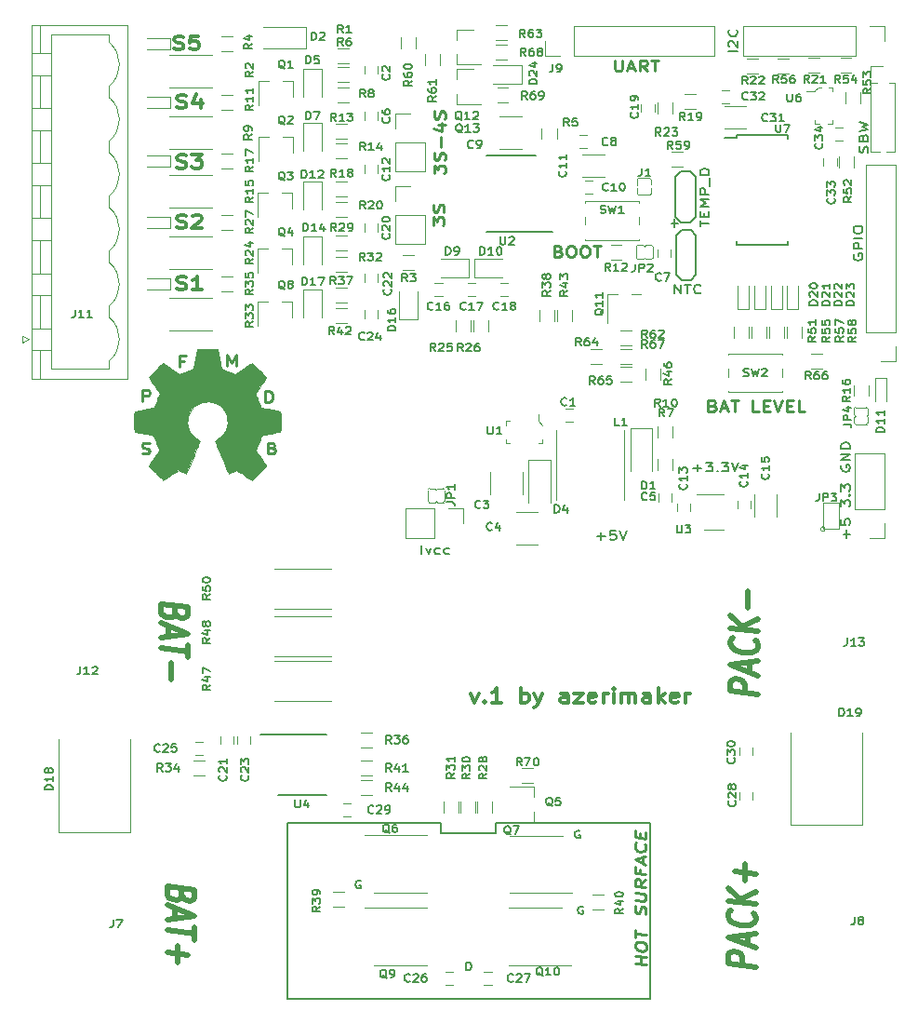
<source format=gto>
G04 #@! TF.FileFunction,Legend,Top*
%FSLAX46Y46*%
G04 Gerber Fmt 4.6, Leading zero omitted, Abs format (unit mm)*
G04 Created by KiCad (PCBNEW 4.0.7) date 01/18/18 16:43:29*
%MOMM*%
%LPD*%
G01*
G04 APERTURE LIST*
%ADD10C,0.100000*%
%ADD11C,0.200000*%
%ADD12C,0.250000*%
%ADD13C,0.300000*%
%ADD14C,0.500000*%
%ADD15C,0.010000*%
%ADD16C,0.120000*%
%ADD17C,0.150000*%
G04 APERTURE END LIST*
D10*
D11*
X188507143Y-94933333D02*
X188507143Y-94171428D01*
X188811905Y-94552380D02*
X188202381Y-94552380D01*
X188011905Y-93219047D02*
X188011905Y-93695238D01*
X188392857Y-93742857D01*
X188354762Y-93695238D01*
X188316667Y-93600000D01*
X188316667Y-93361904D01*
X188354762Y-93266666D01*
X188392857Y-93219047D01*
X188469048Y-93171428D01*
X188659524Y-93171428D01*
X188735714Y-93219047D01*
X188773810Y-93266666D01*
X188811905Y-93361904D01*
X188811905Y-93600000D01*
X188773810Y-93695238D01*
X188735714Y-93742857D01*
X188011905Y-92076190D02*
X188011905Y-91457142D01*
X188316667Y-91790476D01*
X188316667Y-91647618D01*
X188354762Y-91552380D01*
X188392857Y-91504761D01*
X188469048Y-91457142D01*
X188659524Y-91457142D01*
X188735714Y-91504761D01*
X188773810Y-91552380D01*
X188811905Y-91647618D01*
X188811905Y-91933333D01*
X188773810Y-92028571D01*
X188735714Y-92076190D01*
X188735714Y-91028571D02*
X188773810Y-90980952D01*
X188811905Y-91028571D01*
X188773810Y-91076190D01*
X188735714Y-91028571D01*
X188811905Y-91028571D01*
X188011905Y-90647619D02*
X188011905Y-90028571D01*
X188316667Y-90361905D01*
X188316667Y-90219047D01*
X188354762Y-90123809D01*
X188392857Y-90076190D01*
X188469048Y-90028571D01*
X188659524Y-90028571D01*
X188735714Y-90076190D01*
X188773810Y-90123809D01*
X188811905Y-90219047D01*
X188811905Y-90504762D01*
X188773810Y-90600000D01*
X188735714Y-90647619D01*
X188050000Y-88314285D02*
X188011905Y-88409523D01*
X188011905Y-88552380D01*
X188050000Y-88695238D01*
X188126190Y-88790476D01*
X188202381Y-88838095D01*
X188354762Y-88885714D01*
X188469048Y-88885714D01*
X188621429Y-88838095D01*
X188697619Y-88790476D01*
X188773810Y-88695238D01*
X188811905Y-88552380D01*
X188811905Y-88457142D01*
X188773810Y-88314285D01*
X188735714Y-88266666D01*
X188469048Y-88266666D01*
X188469048Y-88457142D01*
X188811905Y-87838095D02*
X188011905Y-87838095D01*
X188811905Y-87266666D01*
X188011905Y-87266666D01*
X188811905Y-86790476D02*
X188011905Y-86790476D01*
X188011905Y-86552381D01*
X188050000Y-86409523D01*
X188126190Y-86314285D01*
X188202381Y-86266666D01*
X188354762Y-86219047D01*
X188469048Y-86219047D01*
X188621429Y-86266666D01*
X188697619Y-86314285D01*
X188773810Y-86409523D01*
X188811905Y-86552381D01*
X188811905Y-86790476D01*
D12*
X136185714Y-86728571D02*
X136357143Y-86776190D01*
X136414286Y-86823810D01*
X136471429Y-86919048D01*
X136471429Y-87061905D01*
X136414286Y-87157143D01*
X136357143Y-87204762D01*
X136242857Y-87252381D01*
X135785714Y-87252381D01*
X135785714Y-86252381D01*
X136185714Y-86252381D01*
X136300000Y-86300000D01*
X136357143Y-86347619D01*
X136414286Y-86442857D01*
X136414286Y-86538095D01*
X136357143Y-86633333D01*
X136300000Y-86680952D01*
X136185714Y-86728571D01*
X135785714Y-86728571D01*
X135585714Y-82552381D02*
X135585714Y-81552381D01*
X135871429Y-81552381D01*
X136042857Y-81600000D01*
X136157143Y-81695238D01*
X136214286Y-81790476D01*
X136271429Y-81980952D01*
X136271429Y-82123810D01*
X136214286Y-82314286D01*
X136157143Y-82409524D01*
X136042857Y-82504762D01*
X135871429Y-82552381D01*
X135585714Y-82552381D01*
X124357143Y-87204762D02*
X124528572Y-87252381D01*
X124814286Y-87252381D01*
X124928572Y-87204762D01*
X124985715Y-87157143D01*
X125042858Y-87061905D01*
X125042858Y-86966667D01*
X124985715Y-86871429D01*
X124928572Y-86823810D01*
X124814286Y-86776190D01*
X124585715Y-86728571D01*
X124471429Y-86680952D01*
X124414286Y-86633333D01*
X124357143Y-86538095D01*
X124357143Y-86442857D01*
X124414286Y-86347619D01*
X124471429Y-86300000D01*
X124585715Y-86252381D01*
X124871429Y-86252381D01*
X125042858Y-86300000D01*
X128171429Y-78828571D02*
X127771429Y-78828571D01*
X127771429Y-79352381D02*
X127771429Y-78352381D01*
X128342858Y-78352381D01*
X124385714Y-82452381D02*
X124385714Y-81452381D01*
X124842857Y-81452381D01*
X124957143Y-81500000D01*
X125014286Y-81547619D01*
X125071429Y-81642857D01*
X125071429Y-81785714D01*
X125014286Y-81880952D01*
X124957143Y-81928571D01*
X124842857Y-81976190D01*
X124385714Y-81976190D01*
X132100000Y-79252381D02*
X132100000Y-78252381D01*
X132500000Y-78966667D01*
X132900000Y-78252381D01*
X132900000Y-79252381D01*
X162271428Y-68828571D02*
X162442857Y-68876190D01*
X162500000Y-68923810D01*
X162557143Y-69019048D01*
X162557143Y-69161905D01*
X162500000Y-69257143D01*
X162442857Y-69304762D01*
X162328571Y-69352381D01*
X161871428Y-69352381D01*
X161871428Y-68352381D01*
X162271428Y-68352381D01*
X162385714Y-68400000D01*
X162442857Y-68447619D01*
X162500000Y-68542857D01*
X162500000Y-68638095D01*
X162442857Y-68733333D01*
X162385714Y-68780952D01*
X162271428Y-68828571D01*
X161871428Y-68828571D01*
X163300000Y-68352381D02*
X163528571Y-68352381D01*
X163642857Y-68400000D01*
X163757143Y-68495238D01*
X163814285Y-68685714D01*
X163814285Y-69019048D01*
X163757143Y-69209524D01*
X163642857Y-69304762D01*
X163528571Y-69352381D01*
X163300000Y-69352381D01*
X163185714Y-69304762D01*
X163071428Y-69209524D01*
X163014285Y-69019048D01*
X163014285Y-68685714D01*
X163071428Y-68495238D01*
X163185714Y-68400000D01*
X163300000Y-68352381D01*
X164557143Y-68352381D02*
X164785714Y-68352381D01*
X164900000Y-68400000D01*
X165014286Y-68495238D01*
X165071428Y-68685714D01*
X165071428Y-69019048D01*
X165014286Y-69209524D01*
X164900000Y-69304762D01*
X164785714Y-69352381D01*
X164557143Y-69352381D01*
X164442857Y-69304762D01*
X164328571Y-69209524D01*
X164271428Y-69019048D01*
X164271428Y-68685714D01*
X164328571Y-68495238D01*
X164442857Y-68400000D01*
X164557143Y-68352381D01*
X165414286Y-68352381D02*
X166100000Y-68352381D01*
X165757143Y-69352381D02*
X165757143Y-68352381D01*
D13*
X154285715Y-109021429D02*
X154642858Y-109888095D01*
X155000000Y-109021429D01*
X155571429Y-109764286D02*
X155642857Y-109826190D01*
X155571429Y-109888095D01*
X155500000Y-109826190D01*
X155571429Y-109764286D01*
X155571429Y-109888095D01*
X157071429Y-109888095D02*
X156214286Y-109888095D01*
X156642858Y-109888095D02*
X156642858Y-108588095D01*
X156500001Y-108773810D01*
X156357143Y-108897619D01*
X156214286Y-108959524D01*
X158857143Y-109888095D02*
X158857143Y-108588095D01*
X158857143Y-109083333D02*
X159000000Y-109021429D01*
X159285714Y-109021429D01*
X159428571Y-109083333D01*
X159500000Y-109145238D01*
X159571429Y-109269048D01*
X159571429Y-109640476D01*
X159500000Y-109764286D01*
X159428571Y-109826190D01*
X159285714Y-109888095D01*
X159000000Y-109888095D01*
X158857143Y-109826190D01*
X160071429Y-109021429D02*
X160428572Y-109888095D01*
X160785714Y-109021429D02*
X160428572Y-109888095D01*
X160285714Y-110197619D01*
X160214286Y-110259524D01*
X160071429Y-110321429D01*
X163142857Y-109888095D02*
X163142857Y-109207143D01*
X163071428Y-109083333D01*
X162928571Y-109021429D01*
X162642857Y-109021429D01*
X162500000Y-109083333D01*
X163142857Y-109826190D02*
X163000000Y-109888095D01*
X162642857Y-109888095D01*
X162500000Y-109826190D01*
X162428571Y-109702381D01*
X162428571Y-109578571D01*
X162500000Y-109454762D01*
X162642857Y-109392857D01*
X163000000Y-109392857D01*
X163142857Y-109330952D01*
X163714286Y-109021429D02*
X164500000Y-109021429D01*
X163714286Y-109888095D01*
X164500000Y-109888095D01*
X165642857Y-109826190D02*
X165500000Y-109888095D01*
X165214286Y-109888095D01*
X165071429Y-109826190D01*
X165000000Y-109702381D01*
X165000000Y-109207143D01*
X165071429Y-109083333D01*
X165214286Y-109021429D01*
X165500000Y-109021429D01*
X165642857Y-109083333D01*
X165714286Y-109207143D01*
X165714286Y-109330952D01*
X165000000Y-109454762D01*
X166357143Y-109888095D02*
X166357143Y-109021429D01*
X166357143Y-109269048D02*
X166428571Y-109145238D01*
X166500000Y-109083333D01*
X166642857Y-109021429D01*
X166785714Y-109021429D01*
X167285714Y-109888095D02*
X167285714Y-109021429D01*
X167285714Y-108588095D02*
X167214285Y-108650000D01*
X167285714Y-108711905D01*
X167357142Y-108650000D01*
X167285714Y-108588095D01*
X167285714Y-108711905D01*
X168000000Y-109888095D02*
X168000000Y-109021429D01*
X168000000Y-109145238D02*
X168071428Y-109083333D01*
X168214286Y-109021429D01*
X168428571Y-109021429D01*
X168571428Y-109083333D01*
X168642857Y-109207143D01*
X168642857Y-109888095D01*
X168642857Y-109207143D02*
X168714286Y-109083333D01*
X168857143Y-109021429D01*
X169071428Y-109021429D01*
X169214286Y-109083333D01*
X169285714Y-109207143D01*
X169285714Y-109888095D01*
X170642857Y-109888095D02*
X170642857Y-109207143D01*
X170571428Y-109083333D01*
X170428571Y-109021429D01*
X170142857Y-109021429D01*
X170000000Y-109083333D01*
X170642857Y-109826190D02*
X170500000Y-109888095D01*
X170142857Y-109888095D01*
X170000000Y-109826190D01*
X169928571Y-109702381D01*
X169928571Y-109578571D01*
X170000000Y-109454762D01*
X170142857Y-109392857D01*
X170500000Y-109392857D01*
X170642857Y-109330952D01*
X171357143Y-109888095D02*
X171357143Y-108588095D01*
X171500000Y-109392857D02*
X171928571Y-109888095D01*
X171928571Y-109021429D02*
X171357143Y-109516667D01*
X173142857Y-109826190D02*
X173000000Y-109888095D01*
X172714286Y-109888095D01*
X172571429Y-109826190D01*
X172500000Y-109702381D01*
X172500000Y-109207143D01*
X172571429Y-109083333D01*
X172714286Y-109021429D01*
X173000000Y-109021429D01*
X173142857Y-109083333D01*
X173214286Y-109207143D01*
X173214286Y-109330952D01*
X172500000Y-109454762D01*
X173857143Y-109888095D02*
X173857143Y-109021429D01*
X173857143Y-109269048D02*
X173928571Y-109145238D01*
X174000000Y-109083333D01*
X174142857Y-109021429D01*
X174285714Y-109021429D01*
D12*
X150952381Y-61757142D02*
X150952381Y-61014285D01*
X151333333Y-61414285D01*
X151333333Y-61242857D01*
X151380952Y-61128571D01*
X151428571Y-61071428D01*
X151523810Y-61014285D01*
X151761905Y-61014285D01*
X151857143Y-61071428D01*
X151904762Y-61128571D01*
X151952381Y-61242857D01*
X151952381Y-61585714D01*
X151904762Y-61700000D01*
X151857143Y-61757142D01*
X151904762Y-60557143D02*
X151952381Y-60385714D01*
X151952381Y-60100000D01*
X151904762Y-59985714D01*
X151857143Y-59928571D01*
X151761905Y-59871428D01*
X151666667Y-59871428D01*
X151571429Y-59928571D01*
X151523810Y-59985714D01*
X151476190Y-60100000D01*
X151428571Y-60328571D01*
X151380952Y-60442857D01*
X151333333Y-60500000D01*
X151238095Y-60557143D01*
X151142857Y-60557143D01*
X151047619Y-60500000D01*
X151000000Y-60442857D01*
X150952381Y-60328571D01*
X150952381Y-60042857D01*
X151000000Y-59871428D01*
X151571429Y-59357143D02*
X151571429Y-58442857D01*
X151285714Y-57357143D02*
X151952381Y-57357143D01*
X150904762Y-57642857D02*
X151619048Y-57928572D01*
X151619048Y-57185714D01*
X151904762Y-56785715D02*
X151952381Y-56614286D01*
X151952381Y-56328572D01*
X151904762Y-56214286D01*
X151857143Y-56157143D01*
X151761905Y-56100000D01*
X151666667Y-56100000D01*
X151571429Y-56157143D01*
X151523810Y-56214286D01*
X151476190Y-56328572D01*
X151428571Y-56557143D01*
X151380952Y-56671429D01*
X151333333Y-56728572D01*
X151238095Y-56785715D01*
X151142857Y-56785715D01*
X151047619Y-56728572D01*
X151000000Y-56671429D01*
X150952381Y-56557143D01*
X150952381Y-56271429D01*
X151000000Y-56100000D01*
X150852381Y-66471428D02*
X150852381Y-65728571D01*
X151233333Y-66128571D01*
X151233333Y-65957143D01*
X151280952Y-65842857D01*
X151328571Y-65785714D01*
X151423810Y-65728571D01*
X151661905Y-65728571D01*
X151757143Y-65785714D01*
X151804762Y-65842857D01*
X151852381Y-65957143D01*
X151852381Y-66300000D01*
X151804762Y-66414286D01*
X151757143Y-66471428D01*
X151804762Y-65271429D02*
X151852381Y-65100000D01*
X151852381Y-64814286D01*
X151804762Y-64700000D01*
X151757143Y-64642857D01*
X151661905Y-64585714D01*
X151566667Y-64585714D01*
X151471429Y-64642857D01*
X151423810Y-64700000D01*
X151376190Y-64814286D01*
X151328571Y-65042857D01*
X151280952Y-65157143D01*
X151233333Y-65214286D01*
X151138095Y-65271429D01*
X151042857Y-65271429D01*
X150947619Y-65214286D01*
X150900000Y-65157143D01*
X150852381Y-65042857D01*
X150852381Y-64757143D01*
X150900000Y-64585714D01*
D11*
X172833333Y-72661905D02*
X172833333Y-71861905D01*
X173404762Y-72661905D01*
X173404762Y-71861905D01*
X173738095Y-71861905D02*
X174309524Y-71861905D01*
X174023809Y-72661905D02*
X174023809Y-71861905D01*
X175214286Y-72585714D02*
X175166667Y-72623810D01*
X175023810Y-72661905D01*
X174928572Y-72661905D01*
X174785714Y-72623810D01*
X174690476Y-72547619D01*
X174642857Y-72471429D01*
X174595238Y-72319048D01*
X174595238Y-72204762D01*
X174642857Y-72052381D01*
X174690476Y-71976190D01*
X174785714Y-71900000D01*
X174928572Y-71861905D01*
X175023810Y-71861905D01*
X175166667Y-71900000D01*
X175214286Y-71938095D01*
X172857143Y-66680952D02*
X172857143Y-65919047D01*
X173161905Y-66299999D02*
X172552381Y-66299999D01*
X175161905Y-66590476D02*
X175161905Y-66019047D01*
X175961905Y-66304762D02*
X175161905Y-66304762D01*
X175542857Y-65685714D02*
X175542857Y-65352380D01*
X175961905Y-65209523D02*
X175961905Y-65685714D01*
X175161905Y-65685714D01*
X175161905Y-65209523D01*
X175961905Y-64780952D02*
X175161905Y-64780952D01*
X175733333Y-64447618D01*
X175161905Y-64114285D01*
X175961905Y-64114285D01*
X175961905Y-63638095D02*
X175161905Y-63638095D01*
X175161905Y-63257142D01*
X175200000Y-63161904D01*
X175238095Y-63114285D01*
X175314286Y-63066666D01*
X175428571Y-63066666D01*
X175504762Y-63114285D01*
X175542857Y-63161904D01*
X175580952Y-63257142D01*
X175580952Y-63638095D01*
X176038095Y-62876190D02*
X176038095Y-62114285D01*
X175961905Y-61876190D02*
X175161905Y-61876190D01*
X175161905Y-61638095D01*
X175200000Y-61495237D01*
X175276190Y-61399999D01*
X175352381Y-61352380D01*
X175504762Y-61304761D01*
X175619048Y-61304761D01*
X175771429Y-61352380D01*
X175847619Y-61399999D01*
X175923810Y-61495237D01*
X175961905Y-61638095D01*
X175961905Y-61876190D01*
X178561905Y-50676190D02*
X177761905Y-50676190D01*
X177838095Y-50247619D02*
X177800000Y-50200000D01*
X177761905Y-50104762D01*
X177761905Y-49866666D01*
X177800000Y-49771428D01*
X177838095Y-49723809D01*
X177914286Y-49676190D01*
X177990476Y-49676190D01*
X178104762Y-49723809D01*
X178561905Y-50295238D01*
X178561905Y-49676190D01*
X178485714Y-48676190D02*
X178523810Y-48723809D01*
X178561905Y-48866666D01*
X178561905Y-48961904D01*
X178523810Y-49104762D01*
X178447619Y-49200000D01*
X178371429Y-49247619D01*
X178219048Y-49295238D01*
X178104762Y-49295238D01*
X177952381Y-49247619D01*
X177876190Y-49200000D01*
X177800000Y-49104762D01*
X177761905Y-48961904D01*
X177761905Y-48866666D01*
X177800000Y-48723809D01*
X177838095Y-48676190D01*
X189200000Y-69099999D02*
X189161905Y-69195237D01*
X189161905Y-69338094D01*
X189200000Y-69480952D01*
X189276190Y-69576190D01*
X189352381Y-69623809D01*
X189504762Y-69671428D01*
X189619048Y-69671428D01*
X189771429Y-69623809D01*
X189847619Y-69576190D01*
X189923810Y-69480952D01*
X189961905Y-69338094D01*
X189961905Y-69242856D01*
X189923810Y-69099999D01*
X189885714Y-69052380D01*
X189619048Y-69052380D01*
X189619048Y-69242856D01*
X189961905Y-68623809D02*
X189161905Y-68623809D01*
X189161905Y-68242856D01*
X189200000Y-68147618D01*
X189238095Y-68099999D01*
X189314286Y-68052380D01*
X189428571Y-68052380D01*
X189504762Y-68099999D01*
X189542857Y-68147618D01*
X189580952Y-68242856D01*
X189580952Y-68623809D01*
X189961905Y-67623809D02*
X189161905Y-67623809D01*
X189161905Y-66957143D02*
X189161905Y-66766666D01*
X189200000Y-66671428D01*
X189276190Y-66576190D01*
X189428571Y-66528571D01*
X189695238Y-66528571D01*
X189847619Y-66576190D01*
X189923810Y-66671428D01*
X189961905Y-66766666D01*
X189961905Y-66957143D01*
X189923810Y-67052381D01*
X189847619Y-67147619D01*
X189695238Y-67195238D01*
X189428571Y-67195238D01*
X189276190Y-67147619D01*
X189200000Y-67052381D01*
X189161905Y-66957143D01*
X190423810Y-59857143D02*
X190461905Y-59714286D01*
X190461905Y-59476190D01*
X190423810Y-59380952D01*
X190385714Y-59333333D01*
X190309524Y-59285714D01*
X190233333Y-59285714D01*
X190157143Y-59333333D01*
X190119048Y-59380952D01*
X190080952Y-59476190D01*
X190042857Y-59666667D01*
X190004762Y-59761905D01*
X189966667Y-59809524D01*
X189890476Y-59857143D01*
X189814286Y-59857143D01*
X189738095Y-59809524D01*
X189700000Y-59761905D01*
X189661905Y-59666667D01*
X189661905Y-59428571D01*
X189700000Y-59285714D01*
X190042857Y-58523809D02*
X190080952Y-58380952D01*
X190119048Y-58333333D01*
X190195238Y-58285714D01*
X190309524Y-58285714D01*
X190385714Y-58333333D01*
X190423810Y-58380952D01*
X190461905Y-58476190D01*
X190461905Y-58857143D01*
X189661905Y-58857143D01*
X189661905Y-58523809D01*
X189700000Y-58428571D01*
X189738095Y-58380952D01*
X189814286Y-58333333D01*
X189890476Y-58333333D01*
X189966667Y-58380952D01*
X190004762Y-58428571D01*
X190042857Y-58523809D01*
X190042857Y-58857143D01*
X189661905Y-57952381D02*
X190461905Y-57714286D01*
X189890476Y-57523809D01*
X190461905Y-57333333D01*
X189661905Y-57095238D01*
D12*
X167385714Y-51452381D02*
X167385714Y-52261905D01*
X167442857Y-52357143D01*
X167500000Y-52404762D01*
X167614286Y-52452381D01*
X167842857Y-52452381D01*
X167957143Y-52404762D01*
X168014286Y-52357143D01*
X168071429Y-52261905D01*
X168071429Y-51452381D01*
X168585714Y-52166667D02*
X169157143Y-52166667D01*
X168471429Y-52452381D02*
X168871429Y-51452381D01*
X169271429Y-52452381D01*
X170357143Y-52452381D02*
X169957143Y-51976190D01*
X169671428Y-52452381D02*
X169671428Y-51452381D01*
X170128571Y-51452381D01*
X170242857Y-51500000D01*
X170300000Y-51547619D01*
X170357143Y-51642857D01*
X170357143Y-51785714D01*
X170300000Y-51880952D01*
X170242857Y-51928571D01*
X170128571Y-51976190D01*
X169671428Y-51976190D01*
X170700000Y-51452381D02*
X171385714Y-51452381D01*
X171042857Y-52452381D02*
X171042857Y-51452381D01*
X176305714Y-82858571D02*
X176477143Y-82906190D01*
X176534286Y-82953810D01*
X176591429Y-83049048D01*
X176591429Y-83191905D01*
X176534286Y-83287143D01*
X176477143Y-83334762D01*
X176362857Y-83382381D01*
X175905714Y-83382381D01*
X175905714Y-82382381D01*
X176305714Y-82382381D01*
X176420000Y-82430000D01*
X176477143Y-82477619D01*
X176534286Y-82572857D01*
X176534286Y-82668095D01*
X176477143Y-82763333D01*
X176420000Y-82810952D01*
X176305714Y-82858571D01*
X175905714Y-82858571D01*
X177048571Y-83096667D02*
X177620000Y-83096667D01*
X176934286Y-83382381D02*
X177334286Y-82382381D01*
X177734286Y-83382381D01*
X177962857Y-82382381D02*
X178648571Y-82382381D01*
X178305714Y-83382381D02*
X178305714Y-82382381D01*
X180534286Y-83382381D02*
X179962857Y-83382381D01*
X179962857Y-82382381D01*
X180934286Y-82858571D02*
X181334286Y-82858571D01*
X181505715Y-83382381D02*
X180934286Y-83382381D01*
X180934286Y-82382381D01*
X181505715Y-82382381D01*
X181848572Y-82382381D02*
X182248572Y-83382381D01*
X182648572Y-82382381D01*
X183048571Y-82858571D02*
X183448571Y-82858571D01*
X183620000Y-83382381D02*
X183048571Y-83382381D01*
X183048571Y-82382381D01*
X183620000Y-82382381D01*
X184705714Y-83382381D02*
X184134285Y-83382381D01*
X184134285Y-82382381D01*
D11*
X174550000Y-88557143D02*
X175311905Y-88557143D01*
X174930953Y-88861905D02*
X174930953Y-88252381D01*
X175692857Y-88061905D02*
X176311905Y-88061905D01*
X175978571Y-88366667D01*
X176121429Y-88366667D01*
X176216667Y-88404762D01*
X176264286Y-88442857D01*
X176311905Y-88519048D01*
X176311905Y-88709524D01*
X176264286Y-88785714D01*
X176216667Y-88823810D01*
X176121429Y-88861905D01*
X175835714Y-88861905D01*
X175740476Y-88823810D01*
X175692857Y-88785714D01*
X176740476Y-88785714D02*
X176788095Y-88823810D01*
X176740476Y-88861905D01*
X176692857Y-88823810D01*
X176740476Y-88785714D01*
X176740476Y-88861905D01*
X177121428Y-88061905D02*
X177740476Y-88061905D01*
X177407142Y-88366667D01*
X177550000Y-88366667D01*
X177645238Y-88404762D01*
X177692857Y-88442857D01*
X177740476Y-88519048D01*
X177740476Y-88709524D01*
X177692857Y-88785714D01*
X177645238Y-88823810D01*
X177550000Y-88861905D01*
X177264285Y-88861905D01*
X177169047Y-88823810D01*
X177121428Y-88785714D01*
X178026190Y-88061905D02*
X178359523Y-88861905D01*
X178692857Y-88061905D01*
X165764286Y-94757143D02*
X166526191Y-94757143D01*
X166145239Y-95061905D02*
X166145239Y-94452381D01*
X167478572Y-94261905D02*
X167002381Y-94261905D01*
X166954762Y-94642857D01*
X167002381Y-94604762D01*
X167097619Y-94566667D01*
X167335715Y-94566667D01*
X167430953Y-94604762D01*
X167478572Y-94642857D01*
X167526191Y-94719048D01*
X167526191Y-94909524D01*
X167478572Y-94985714D01*
X167430953Y-95023810D01*
X167335715Y-95061905D01*
X167097619Y-95061905D01*
X167002381Y-95023810D01*
X166954762Y-94985714D01*
X167811905Y-94261905D02*
X168145238Y-95061905D01*
X168478572Y-94261905D01*
X149811905Y-96361905D02*
X149811905Y-95561905D01*
X150192857Y-95828571D02*
X150430952Y-96361905D01*
X150669048Y-95828571D01*
X151478572Y-96323810D02*
X151383334Y-96361905D01*
X151192857Y-96361905D01*
X151097619Y-96323810D01*
X151050000Y-96285714D01*
X151002381Y-96209524D01*
X151002381Y-95980952D01*
X151050000Y-95904762D01*
X151097619Y-95866667D01*
X151192857Y-95828571D01*
X151383334Y-95828571D01*
X151478572Y-95866667D01*
X152335715Y-96323810D02*
X152240477Y-96361905D01*
X152050000Y-96361905D01*
X151954762Y-96323810D01*
X151907143Y-96285714D01*
X151859524Y-96209524D01*
X151859524Y-95980952D01*
X151907143Y-95904762D01*
X151954762Y-95866667D01*
X152050000Y-95828571D01*
X152240477Y-95828571D01*
X152335715Y-95866667D01*
D12*
X170174762Y-129145952D02*
X170222381Y-128980476D01*
X170222381Y-128694762D01*
X170174762Y-128574523D01*
X170127143Y-128511428D01*
X170031905Y-128442380D01*
X169936667Y-128430475D01*
X169841429Y-128475714D01*
X169793810Y-128526904D01*
X169746190Y-128635238D01*
X169698571Y-128857856D01*
X169650952Y-128966190D01*
X169603333Y-129017381D01*
X169508095Y-129062619D01*
X169412857Y-129050714D01*
X169317619Y-128981666D01*
X169270000Y-128918571D01*
X169222381Y-128798333D01*
X169222381Y-128512619D01*
X169270000Y-128347142D01*
X169222381Y-127826905D02*
X170031905Y-127928095D01*
X170127143Y-127882857D01*
X170174762Y-127831666D01*
X170222381Y-127723333D01*
X170222381Y-127494762D01*
X170174762Y-127374523D01*
X170127143Y-127311428D01*
X170031905Y-127242380D01*
X169222381Y-127141190D01*
X170222381Y-126009047D02*
X169746190Y-126349523D01*
X170222381Y-126694762D02*
X169222381Y-126569762D01*
X169222381Y-126112619D01*
X169270000Y-126004285D01*
X169317619Y-125953094D01*
X169412857Y-125907856D01*
X169555714Y-125925713D01*
X169650952Y-125994761D01*
X169698571Y-126057856D01*
X169746190Y-126178095D01*
X169746190Y-126635238D01*
X169698571Y-125029285D02*
X169698571Y-125429285D01*
X170222381Y-125494762D02*
X169222381Y-125369762D01*
X169222381Y-124798333D01*
X169936667Y-124487619D02*
X169936667Y-123916190D01*
X170222381Y-124637619D02*
X169222381Y-124112619D01*
X170222381Y-123837619D01*
X170127143Y-122740000D02*
X170174762Y-122803095D01*
X170222381Y-122980477D01*
X170222381Y-123094763D01*
X170174762Y-123260238D01*
X170079524Y-123362619D01*
X169984286Y-123407858D01*
X169793810Y-123441191D01*
X169650952Y-123423334D01*
X169460476Y-123342381D01*
X169365238Y-123273334D01*
X169270000Y-123147143D01*
X169222381Y-122969763D01*
X169222381Y-122855477D01*
X169270000Y-122690000D01*
X169317619Y-122638809D01*
X169698571Y-122172143D02*
X169698571Y-121772143D01*
X170222381Y-121666191D02*
X170222381Y-122237620D01*
X169222381Y-122112620D01*
X169222381Y-121541191D01*
X170292381Y-133717620D02*
X169292381Y-133592620D01*
X169768571Y-133652143D02*
X169768571Y-132966428D01*
X170292381Y-133031905D02*
X169292381Y-132906905D01*
X169292381Y-132106905D02*
X169292381Y-131878334D01*
X169340000Y-131770000D01*
X169435238Y-131667619D01*
X169625714Y-131634286D01*
X169959048Y-131675953D01*
X170149524Y-131756904D01*
X170244762Y-131883095D01*
X170292381Y-132003334D01*
X170292381Y-132231905D01*
X170244762Y-132340238D01*
X170149524Y-132442619D01*
X169959048Y-132475953D01*
X169625714Y-132434286D01*
X169435238Y-132353334D01*
X169340000Y-132227143D01*
X169292381Y-132106905D01*
X169292381Y-131249762D02*
X169292381Y-130564048D01*
X170292381Y-131031905D02*
X169292381Y-130906905D01*
D11*
X137600000Y-136800000D02*
X137600000Y-120800000D01*
X170600000Y-136800000D02*
X137600000Y-136800000D01*
X170600000Y-120800000D02*
X170600000Y-136800000D01*
X156600000Y-120800000D02*
X170600000Y-120800000D01*
X156600000Y-121800000D02*
X156600000Y-120800000D01*
X151600000Y-121800000D02*
X156600000Y-121800000D01*
X151600000Y-120800000D02*
X151600000Y-121800000D01*
X137600000Y-120800000D02*
X151600000Y-120800000D01*
D14*
X127378571Y-101739285D02*
X127259524Y-102010119D01*
X127140476Y-102090477D01*
X126902381Y-102155953D01*
X126545238Y-102111310D01*
X126307143Y-101986310D01*
X126188095Y-101876190D01*
X126069048Y-101670833D01*
X126069048Y-100908928D01*
X128569048Y-101221428D01*
X128569048Y-101888095D01*
X128450000Y-102063690D01*
X128330952Y-102144047D01*
X128092857Y-102209524D01*
X127854762Y-102179762D01*
X127616667Y-102054761D01*
X127497619Y-101944642D01*
X127378571Y-101739285D01*
X127378571Y-101072618D01*
X126783333Y-102902976D02*
X126783333Y-103855357D01*
X126069048Y-102623214D02*
X128569048Y-103602381D01*
X126069048Y-103956548D01*
X128569048Y-104650000D02*
X128569048Y-105792857D01*
X126069048Y-104908929D02*
X128569048Y-105221429D01*
X127021429Y-106266072D02*
X127021429Y-107789882D01*
X127978571Y-127439285D02*
X127859524Y-127710119D01*
X127740476Y-127790477D01*
X127502381Y-127855953D01*
X127145238Y-127811310D01*
X126907143Y-127686310D01*
X126788095Y-127576190D01*
X126669048Y-127370833D01*
X126669048Y-126608928D01*
X129169048Y-126921428D01*
X129169048Y-127588095D01*
X129050000Y-127763690D01*
X128930952Y-127844047D01*
X128692857Y-127909524D01*
X128454762Y-127879762D01*
X128216667Y-127754761D01*
X128097619Y-127644642D01*
X127978571Y-127439285D01*
X127978571Y-126772618D01*
X127383333Y-128602976D02*
X127383333Y-129555357D01*
X126669048Y-128323214D02*
X129169048Y-129302381D01*
X126669048Y-129656548D01*
X129169048Y-130350000D02*
X129169048Y-131492857D01*
X126669048Y-130608929D02*
X129169048Y-130921429D01*
X127621429Y-131966072D02*
X127621429Y-133489882D01*
X126669048Y-132608929D02*
X128573810Y-132847024D01*
X180230952Y-133929167D02*
X177730952Y-133616667D01*
X177730952Y-132854762D01*
X177850000Y-132679167D01*
X177969048Y-132598809D01*
X178207143Y-132533333D01*
X178564286Y-132577976D01*
X178802381Y-132702976D01*
X178921429Y-132813096D01*
X179040476Y-133018452D01*
X179040476Y-133780357D01*
X179516667Y-131935119D02*
X179516667Y-130982738D01*
X180230952Y-132214881D02*
X177730952Y-131235714D01*
X180230952Y-130881547D01*
X179992857Y-129042261D02*
X180111905Y-129152380D01*
X180230952Y-129452976D01*
X180230952Y-129643452D01*
X180111905Y-129914285D01*
X179873810Y-130074999D01*
X179635714Y-130140476D01*
X179159524Y-130176190D01*
X178802381Y-130131548D01*
X178326190Y-129976786D01*
X178088095Y-129851785D01*
X177850000Y-129631547D01*
X177730952Y-129330952D01*
X177730952Y-129140476D01*
X177850000Y-128869642D01*
X177969048Y-128789285D01*
X180230952Y-128214881D02*
X177730952Y-127902381D01*
X180230952Y-127072023D02*
X178802381Y-127750595D01*
X177730952Y-126759523D02*
X179159524Y-128080952D01*
X179278571Y-126095833D02*
X179278571Y-124572023D01*
X180230952Y-125452976D02*
X178326190Y-125214881D01*
X180430952Y-109129167D02*
X177930952Y-108816667D01*
X177930952Y-108054762D01*
X178050000Y-107879167D01*
X178169048Y-107798809D01*
X178407143Y-107733333D01*
X178764286Y-107777976D01*
X179002381Y-107902976D01*
X179121429Y-108013096D01*
X179240476Y-108218452D01*
X179240476Y-108980357D01*
X179716667Y-107135119D02*
X179716667Y-106182738D01*
X180430952Y-107414881D02*
X177930952Y-106435714D01*
X180430952Y-106081547D01*
X180192857Y-104242261D02*
X180311905Y-104352380D01*
X180430952Y-104652976D01*
X180430952Y-104843452D01*
X180311905Y-105114285D01*
X180073810Y-105274999D01*
X179835714Y-105340476D01*
X179359524Y-105376190D01*
X179002381Y-105331548D01*
X178526190Y-105176786D01*
X178288095Y-105051785D01*
X178050000Y-104831547D01*
X177930952Y-104530952D01*
X177930952Y-104340476D01*
X178050000Y-104069642D01*
X178169048Y-103989285D01*
X180430952Y-103414881D02*
X177930952Y-103102381D01*
X180430952Y-102272023D02*
X179002381Y-102950595D01*
X177930952Y-101959523D02*
X179359524Y-103280952D01*
X179478571Y-101295833D02*
X179478571Y-99772023D01*
D13*
X127292143Y-50415714D02*
X127506429Y-50472857D01*
X127863572Y-50472857D01*
X128006429Y-50415714D01*
X128077858Y-50358571D01*
X128149286Y-50244286D01*
X128149286Y-50130000D01*
X128077858Y-50015714D01*
X128006429Y-49958571D01*
X127863572Y-49901429D01*
X127577858Y-49844286D01*
X127435000Y-49787143D01*
X127363572Y-49730000D01*
X127292143Y-49615714D01*
X127292143Y-49501429D01*
X127363572Y-49387143D01*
X127435000Y-49330000D01*
X127577858Y-49272857D01*
X127935000Y-49272857D01*
X128149286Y-49330000D01*
X129506429Y-49272857D02*
X128792143Y-49272857D01*
X128720714Y-49844286D01*
X128792143Y-49787143D01*
X128935000Y-49730000D01*
X129292143Y-49730000D01*
X129435000Y-49787143D01*
X129506429Y-49844286D01*
X129577857Y-49958571D01*
X129577857Y-50244286D01*
X129506429Y-50358571D01*
X129435000Y-50415714D01*
X129292143Y-50472857D01*
X128935000Y-50472857D01*
X128792143Y-50415714D01*
X128720714Y-50358571D01*
X127546143Y-55749714D02*
X127760429Y-55806857D01*
X128117572Y-55806857D01*
X128260429Y-55749714D01*
X128331858Y-55692571D01*
X128403286Y-55578286D01*
X128403286Y-55464000D01*
X128331858Y-55349714D01*
X128260429Y-55292571D01*
X128117572Y-55235429D01*
X127831858Y-55178286D01*
X127689000Y-55121143D01*
X127617572Y-55064000D01*
X127546143Y-54949714D01*
X127546143Y-54835429D01*
X127617572Y-54721143D01*
X127689000Y-54664000D01*
X127831858Y-54606857D01*
X128189000Y-54606857D01*
X128403286Y-54664000D01*
X129689000Y-55006857D02*
X129689000Y-55806857D01*
X129331857Y-54549714D02*
X128974714Y-55406857D01*
X129903286Y-55406857D01*
X127546143Y-61210714D02*
X127760429Y-61267857D01*
X128117572Y-61267857D01*
X128260429Y-61210714D01*
X128331858Y-61153571D01*
X128403286Y-61039286D01*
X128403286Y-60925000D01*
X128331858Y-60810714D01*
X128260429Y-60753571D01*
X128117572Y-60696429D01*
X127831858Y-60639286D01*
X127689000Y-60582143D01*
X127617572Y-60525000D01*
X127546143Y-60410714D01*
X127546143Y-60296429D01*
X127617572Y-60182143D01*
X127689000Y-60125000D01*
X127831858Y-60067857D01*
X128189000Y-60067857D01*
X128403286Y-60125000D01*
X128903286Y-60067857D02*
X129831857Y-60067857D01*
X129331857Y-60525000D01*
X129546143Y-60525000D01*
X129689000Y-60582143D01*
X129760429Y-60639286D01*
X129831857Y-60753571D01*
X129831857Y-61039286D01*
X129760429Y-61153571D01*
X129689000Y-61210714D01*
X129546143Y-61267857D01*
X129117571Y-61267857D01*
X128974714Y-61210714D01*
X128903286Y-61153571D01*
X127546143Y-66671714D02*
X127760429Y-66728857D01*
X128117572Y-66728857D01*
X128260429Y-66671714D01*
X128331858Y-66614571D01*
X128403286Y-66500286D01*
X128403286Y-66386000D01*
X128331858Y-66271714D01*
X128260429Y-66214571D01*
X128117572Y-66157429D01*
X127831858Y-66100286D01*
X127689000Y-66043143D01*
X127617572Y-65986000D01*
X127546143Y-65871714D01*
X127546143Y-65757429D01*
X127617572Y-65643143D01*
X127689000Y-65586000D01*
X127831858Y-65528857D01*
X128189000Y-65528857D01*
X128403286Y-65586000D01*
X128974714Y-65643143D02*
X129046143Y-65586000D01*
X129189000Y-65528857D01*
X129546143Y-65528857D01*
X129689000Y-65586000D01*
X129760429Y-65643143D01*
X129831857Y-65757429D01*
X129831857Y-65871714D01*
X129760429Y-66043143D01*
X128903286Y-66728857D01*
X129831857Y-66728857D01*
X127546143Y-72259714D02*
X127760429Y-72316857D01*
X128117572Y-72316857D01*
X128260429Y-72259714D01*
X128331858Y-72202571D01*
X128403286Y-72088286D01*
X128403286Y-71974000D01*
X128331858Y-71859714D01*
X128260429Y-71802571D01*
X128117572Y-71745429D01*
X127831858Y-71688286D01*
X127689000Y-71631143D01*
X127617572Y-71574000D01*
X127546143Y-71459714D01*
X127546143Y-71345429D01*
X127617572Y-71231143D01*
X127689000Y-71174000D01*
X127831858Y-71116857D01*
X128189000Y-71116857D01*
X128403286Y-71174000D01*
X129831857Y-72316857D02*
X128974714Y-72316857D01*
X129403286Y-72316857D02*
X129403286Y-71116857D01*
X129260429Y-71288286D01*
X129117571Y-71402571D01*
X128974714Y-71459714D01*
D15*
G36*
X131419803Y-78600640D02*
X131588676Y-79496427D01*
X132211796Y-79753298D01*
X132834916Y-80010168D01*
X133582453Y-79501849D01*
X133791802Y-79360316D01*
X133981043Y-79233945D01*
X134141343Y-79128507D01*
X134263874Y-79049770D01*
X134339802Y-79003505D01*
X134360480Y-78993529D01*
X134397731Y-79019186D01*
X134477332Y-79090115D01*
X134590361Y-79197257D01*
X134727895Y-79331550D01*
X134881012Y-79483934D01*
X135040789Y-79645347D01*
X135198305Y-79806730D01*
X135344637Y-79959022D01*
X135470863Y-80093162D01*
X135568060Y-80200089D01*
X135627307Y-80270742D01*
X135641471Y-80294388D01*
X135621087Y-80337979D01*
X135563941Y-80433481D01*
X135476041Y-80571550D01*
X135363396Y-80742845D01*
X135232013Y-80938025D01*
X135155882Y-81049352D01*
X135017118Y-81252633D01*
X134893811Y-81436073D01*
X134791945Y-81590542D01*
X134717501Y-81706909D01*
X134676461Y-81776042D01*
X134670294Y-81790570D01*
X134684274Y-81831860D01*
X134722382Y-81928092D01*
X134778867Y-82065734D01*
X134847980Y-82231258D01*
X134923970Y-82411132D01*
X135001089Y-82591828D01*
X135073585Y-82759814D01*
X135135709Y-82901560D01*
X135181712Y-83003537D01*
X135205843Y-83052214D01*
X135207267Y-83054130D01*
X135245158Y-83063425D01*
X135346069Y-83084160D01*
X135499540Y-83114298D01*
X135695112Y-83151801D01*
X135922325Y-83194629D01*
X136054891Y-83219326D01*
X136297679Y-83265553D01*
X136516974Y-83309540D01*
X136701681Y-83348881D01*
X136840705Y-83381169D01*
X136922952Y-83403997D01*
X136939485Y-83411240D01*
X136955678Y-83460261D01*
X136968744Y-83570977D01*
X136978691Y-83730438D01*
X136985528Y-83925700D01*
X136989264Y-84143814D01*
X136989907Y-84371835D01*
X136987468Y-84596815D01*
X136981953Y-84805809D01*
X136973374Y-84985868D01*
X136961737Y-85124047D01*
X136947052Y-85207398D01*
X136938245Y-85224750D01*
X136885599Y-85245548D01*
X136774043Y-85275282D01*
X136618335Y-85310459D01*
X136433229Y-85347586D01*
X136368613Y-85359597D01*
X136057071Y-85416662D01*
X135810976Y-85462618D01*
X135622195Y-85499293D01*
X135482598Y-85528513D01*
X135384052Y-85552104D01*
X135318426Y-85571892D01*
X135277589Y-85589706D01*
X135253409Y-85607370D01*
X135250026Y-85610861D01*
X135216255Y-85667100D01*
X135164737Y-85776547D01*
X135100617Y-85925800D01*
X135029039Y-86101459D01*
X134955146Y-86290121D01*
X134884083Y-86478385D01*
X134820993Y-86652848D01*
X134771021Y-86800108D01*
X134739312Y-86906764D01*
X134731008Y-86959413D01*
X134731700Y-86961257D01*
X134759836Y-87004292D01*
X134823665Y-87098978D01*
X134916480Y-87235460D01*
X135031573Y-87403882D01*
X135162237Y-87594390D01*
X135199448Y-87648529D01*
X135332129Y-87844804D01*
X135448883Y-88023886D01*
X135543349Y-88175492D01*
X135609168Y-88289338D01*
X135639978Y-88355141D01*
X135641471Y-88363225D01*
X135615584Y-88405715D01*
X135544054Y-88489891D01*
X135436076Y-88606705D01*
X135300846Y-88747110D01*
X135147558Y-88902061D01*
X134985409Y-89062509D01*
X134823593Y-89219409D01*
X134671306Y-89363713D01*
X134537743Y-89486376D01*
X134432100Y-89578350D01*
X134363572Y-89630589D01*
X134344614Y-89639118D01*
X134300487Y-89619029D01*
X134210142Y-89564849D01*
X134088295Y-89485704D01*
X133994546Y-89422001D01*
X133824678Y-89305110D01*
X133623512Y-89167476D01*
X133421733Y-89030063D01*
X133313250Y-88956519D01*
X132946058Y-88708155D01*
X132637826Y-88874813D01*
X132497404Y-88947822D01*
X132377996Y-89004571D01*
X132297202Y-89036937D01*
X132276636Y-89041441D01*
X132251906Y-89008189D01*
X132203118Y-88914224D01*
X132133913Y-88768213D01*
X132047935Y-88578824D01*
X131948824Y-88354724D01*
X131840224Y-88104581D01*
X131725775Y-87837063D01*
X131609120Y-87560836D01*
X131493901Y-87284568D01*
X131383760Y-87016927D01*
X131282339Y-86766580D01*
X131193280Y-86542195D01*
X131120225Y-86352439D01*
X131066816Y-86205980D01*
X131036695Y-86111485D01*
X131031851Y-86079031D01*
X131070245Y-86037636D01*
X131154308Y-85970438D01*
X131266467Y-85891400D01*
X131275881Y-85885147D01*
X131565768Y-85653103D01*
X131799512Y-85382386D01*
X131975087Y-85081653D01*
X132090469Y-84759561D01*
X132143630Y-84424765D01*
X132132547Y-84085922D01*
X132055192Y-83751688D01*
X131909540Y-83430719D01*
X131866688Y-83360495D01*
X131643802Y-83076927D01*
X131380491Y-82849218D01*
X131085865Y-82678551D01*
X130769041Y-82566112D01*
X130439130Y-82513083D01*
X130105246Y-82520651D01*
X129776503Y-82589998D01*
X129462014Y-82722309D01*
X129170893Y-82918768D01*
X129080840Y-82998506D01*
X128851653Y-83248108D01*
X128684646Y-83510868D01*
X128570085Y-83805399D01*
X128506281Y-84097075D01*
X128490530Y-84425012D01*
X128543051Y-84754577D01*
X128658510Y-85074630D01*
X128831571Y-85374032D01*
X129056899Y-85641643D01*
X129329160Y-85866325D01*
X129364942Y-85890008D01*
X129478302Y-85967568D01*
X129564478Y-86034768D01*
X129605677Y-86077675D01*
X129606276Y-86079031D01*
X129597431Y-86125446D01*
X129562369Y-86230786D01*
X129504733Y-86386388D01*
X129428166Y-86583584D01*
X129336314Y-86813710D01*
X129232817Y-87068101D01*
X129121321Y-87338090D01*
X129005468Y-87615012D01*
X128888903Y-87890201D01*
X128775267Y-88154993D01*
X128668206Y-88400721D01*
X128571362Y-88618721D01*
X128488379Y-88800326D01*
X128422901Y-88936871D01*
X128378569Y-89019690D01*
X128360717Y-89041441D01*
X128306166Y-89024504D01*
X128204095Y-88979077D01*
X128072105Y-88913280D01*
X127999526Y-88874813D01*
X127691295Y-88708155D01*
X127324103Y-88956519D01*
X127136660Y-89083754D01*
X126931443Y-89223773D01*
X126739133Y-89355612D01*
X126642807Y-89422001D01*
X126507327Y-89512976D01*
X126392607Y-89585071D01*
X126313612Y-89629154D01*
X126287954Y-89638473D01*
X126250609Y-89613334D01*
X126167958Y-89543154D01*
X126048015Y-89435220D01*
X125898791Y-89296818D01*
X125728301Y-89135235D01*
X125620474Y-89031488D01*
X125431828Y-88846135D01*
X125268795Y-88680351D01*
X125137968Y-88541227D01*
X125045935Y-88435856D01*
X124999287Y-88371329D01*
X124994812Y-88358234D01*
X125015580Y-88308425D01*
X125072969Y-88207713D01*
X125160613Y-88066295D01*
X125272146Y-87894367D01*
X125401203Y-87702124D01*
X125437904Y-87648529D01*
X125571632Y-87453733D01*
X125691607Y-87278353D01*
X125791121Y-87132243D01*
X125863467Y-87025258D01*
X125901936Y-86967255D01*
X125905653Y-86961257D01*
X125900095Y-86915032D01*
X125870593Y-86813398D01*
X125822291Y-86669758D01*
X125760333Y-86497514D01*
X125689863Y-86310066D01*
X125616025Y-86120818D01*
X125543963Y-85943171D01*
X125478822Y-85790527D01*
X125425745Y-85676288D01*
X125389877Y-85613856D01*
X125387327Y-85610861D01*
X125365394Y-85593019D01*
X125328348Y-85575374D01*
X125268059Y-85556101D01*
X125176396Y-85533374D01*
X125045226Y-85505364D01*
X124866418Y-85470247D01*
X124631842Y-85426195D01*
X124333365Y-85371382D01*
X124268740Y-85359597D01*
X124077206Y-85322591D01*
X123910231Y-85286389D01*
X123782568Y-85254485D01*
X123708976Y-85230372D01*
X123699108Y-85224750D01*
X123682847Y-85174910D01*
X123669630Y-85063532D01*
X123659464Y-84903563D01*
X123652360Y-84707950D01*
X123648326Y-84489640D01*
X123647370Y-84261579D01*
X123649502Y-84036714D01*
X123654731Y-83827991D01*
X123663065Y-83648358D01*
X123674513Y-83510762D01*
X123689084Y-83428148D01*
X123697868Y-83411240D01*
X123746770Y-83394184D01*
X123858127Y-83366436D01*
X124020844Y-83330403D01*
X124223826Y-83288493D01*
X124455979Y-83243111D01*
X124582462Y-83219326D01*
X124822445Y-83174465D01*
X125036451Y-83133825D01*
X125214022Y-83099446D01*
X125344698Y-83073365D01*
X125418018Y-83057621D01*
X125430085Y-83054130D01*
X125450481Y-83014779D01*
X125493594Y-82919993D01*
X125553679Y-82783315D01*
X125624987Y-82618286D01*
X125701773Y-82438447D01*
X125778290Y-82257340D01*
X125848790Y-82088507D01*
X125907527Y-81945488D01*
X125948754Y-81841826D01*
X125966724Y-81791061D01*
X125967059Y-81788842D01*
X125946687Y-81748796D01*
X125889573Y-81656639D01*
X125801721Y-81521533D01*
X125689133Y-81352635D01*
X125557811Y-81159105D01*
X125481471Y-81047941D01*
X125342364Y-80844116D01*
X125218812Y-80659063D01*
X125116842Y-80502146D01*
X125042483Y-80382724D01*
X125001763Y-80310160D01*
X124995882Y-80293893D01*
X125021163Y-80256030D01*
X125091052Y-80175186D01*
X125196623Y-80060419D01*
X125328948Y-79920785D01*
X125479099Y-79765342D01*
X125638148Y-79603146D01*
X125797167Y-79443254D01*
X125947229Y-79294724D01*
X126079406Y-79166613D01*
X126184770Y-79067977D01*
X126254393Y-79007873D01*
X126277685Y-78993529D01*
X126315610Y-79013699D01*
X126406317Y-79070363D01*
X126540989Y-79157753D01*
X126710805Y-79270100D01*
X126906946Y-79401638D01*
X127054900Y-79501849D01*
X127802436Y-80010168D01*
X128425556Y-79753298D01*
X129048676Y-79496427D01*
X129386424Y-77704853D01*
X131250929Y-77704853D01*
X131419803Y-78600640D01*
X131419803Y-78600640D01*
G37*
X131419803Y-78600640D02*
X131588676Y-79496427D01*
X132211796Y-79753298D01*
X132834916Y-80010168D01*
X133582453Y-79501849D01*
X133791802Y-79360316D01*
X133981043Y-79233945D01*
X134141343Y-79128507D01*
X134263874Y-79049770D01*
X134339802Y-79003505D01*
X134360480Y-78993529D01*
X134397731Y-79019186D01*
X134477332Y-79090115D01*
X134590361Y-79197257D01*
X134727895Y-79331550D01*
X134881012Y-79483934D01*
X135040789Y-79645347D01*
X135198305Y-79806730D01*
X135344637Y-79959022D01*
X135470863Y-80093162D01*
X135568060Y-80200089D01*
X135627307Y-80270742D01*
X135641471Y-80294388D01*
X135621087Y-80337979D01*
X135563941Y-80433481D01*
X135476041Y-80571550D01*
X135363396Y-80742845D01*
X135232013Y-80938025D01*
X135155882Y-81049352D01*
X135017118Y-81252633D01*
X134893811Y-81436073D01*
X134791945Y-81590542D01*
X134717501Y-81706909D01*
X134676461Y-81776042D01*
X134670294Y-81790570D01*
X134684274Y-81831860D01*
X134722382Y-81928092D01*
X134778867Y-82065734D01*
X134847980Y-82231258D01*
X134923970Y-82411132D01*
X135001089Y-82591828D01*
X135073585Y-82759814D01*
X135135709Y-82901560D01*
X135181712Y-83003537D01*
X135205843Y-83052214D01*
X135207267Y-83054130D01*
X135245158Y-83063425D01*
X135346069Y-83084160D01*
X135499540Y-83114298D01*
X135695112Y-83151801D01*
X135922325Y-83194629D01*
X136054891Y-83219326D01*
X136297679Y-83265553D01*
X136516974Y-83309540D01*
X136701681Y-83348881D01*
X136840705Y-83381169D01*
X136922952Y-83403997D01*
X136939485Y-83411240D01*
X136955678Y-83460261D01*
X136968744Y-83570977D01*
X136978691Y-83730438D01*
X136985528Y-83925700D01*
X136989264Y-84143814D01*
X136989907Y-84371835D01*
X136987468Y-84596815D01*
X136981953Y-84805809D01*
X136973374Y-84985868D01*
X136961737Y-85124047D01*
X136947052Y-85207398D01*
X136938245Y-85224750D01*
X136885599Y-85245548D01*
X136774043Y-85275282D01*
X136618335Y-85310459D01*
X136433229Y-85347586D01*
X136368613Y-85359597D01*
X136057071Y-85416662D01*
X135810976Y-85462618D01*
X135622195Y-85499293D01*
X135482598Y-85528513D01*
X135384052Y-85552104D01*
X135318426Y-85571892D01*
X135277589Y-85589706D01*
X135253409Y-85607370D01*
X135250026Y-85610861D01*
X135216255Y-85667100D01*
X135164737Y-85776547D01*
X135100617Y-85925800D01*
X135029039Y-86101459D01*
X134955146Y-86290121D01*
X134884083Y-86478385D01*
X134820993Y-86652848D01*
X134771021Y-86800108D01*
X134739312Y-86906764D01*
X134731008Y-86959413D01*
X134731700Y-86961257D01*
X134759836Y-87004292D01*
X134823665Y-87098978D01*
X134916480Y-87235460D01*
X135031573Y-87403882D01*
X135162237Y-87594390D01*
X135199448Y-87648529D01*
X135332129Y-87844804D01*
X135448883Y-88023886D01*
X135543349Y-88175492D01*
X135609168Y-88289338D01*
X135639978Y-88355141D01*
X135641471Y-88363225D01*
X135615584Y-88405715D01*
X135544054Y-88489891D01*
X135436076Y-88606705D01*
X135300846Y-88747110D01*
X135147558Y-88902061D01*
X134985409Y-89062509D01*
X134823593Y-89219409D01*
X134671306Y-89363713D01*
X134537743Y-89486376D01*
X134432100Y-89578350D01*
X134363572Y-89630589D01*
X134344614Y-89639118D01*
X134300487Y-89619029D01*
X134210142Y-89564849D01*
X134088295Y-89485704D01*
X133994546Y-89422001D01*
X133824678Y-89305110D01*
X133623512Y-89167476D01*
X133421733Y-89030063D01*
X133313250Y-88956519D01*
X132946058Y-88708155D01*
X132637826Y-88874813D01*
X132497404Y-88947822D01*
X132377996Y-89004571D01*
X132297202Y-89036937D01*
X132276636Y-89041441D01*
X132251906Y-89008189D01*
X132203118Y-88914224D01*
X132133913Y-88768213D01*
X132047935Y-88578824D01*
X131948824Y-88354724D01*
X131840224Y-88104581D01*
X131725775Y-87837063D01*
X131609120Y-87560836D01*
X131493901Y-87284568D01*
X131383760Y-87016927D01*
X131282339Y-86766580D01*
X131193280Y-86542195D01*
X131120225Y-86352439D01*
X131066816Y-86205980D01*
X131036695Y-86111485D01*
X131031851Y-86079031D01*
X131070245Y-86037636D01*
X131154308Y-85970438D01*
X131266467Y-85891400D01*
X131275881Y-85885147D01*
X131565768Y-85653103D01*
X131799512Y-85382386D01*
X131975087Y-85081653D01*
X132090469Y-84759561D01*
X132143630Y-84424765D01*
X132132547Y-84085922D01*
X132055192Y-83751688D01*
X131909540Y-83430719D01*
X131866688Y-83360495D01*
X131643802Y-83076927D01*
X131380491Y-82849218D01*
X131085865Y-82678551D01*
X130769041Y-82566112D01*
X130439130Y-82513083D01*
X130105246Y-82520651D01*
X129776503Y-82589998D01*
X129462014Y-82722309D01*
X129170893Y-82918768D01*
X129080840Y-82998506D01*
X128851653Y-83248108D01*
X128684646Y-83510868D01*
X128570085Y-83805399D01*
X128506281Y-84097075D01*
X128490530Y-84425012D01*
X128543051Y-84754577D01*
X128658510Y-85074630D01*
X128831571Y-85374032D01*
X129056899Y-85641643D01*
X129329160Y-85866325D01*
X129364942Y-85890008D01*
X129478302Y-85967568D01*
X129564478Y-86034768D01*
X129605677Y-86077675D01*
X129606276Y-86079031D01*
X129597431Y-86125446D01*
X129562369Y-86230786D01*
X129504733Y-86386388D01*
X129428166Y-86583584D01*
X129336314Y-86813710D01*
X129232817Y-87068101D01*
X129121321Y-87338090D01*
X129005468Y-87615012D01*
X128888903Y-87890201D01*
X128775267Y-88154993D01*
X128668206Y-88400721D01*
X128571362Y-88618721D01*
X128488379Y-88800326D01*
X128422901Y-88936871D01*
X128378569Y-89019690D01*
X128360717Y-89041441D01*
X128306166Y-89024504D01*
X128204095Y-88979077D01*
X128072105Y-88913280D01*
X127999526Y-88874813D01*
X127691295Y-88708155D01*
X127324103Y-88956519D01*
X127136660Y-89083754D01*
X126931443Y-89223773D01*
X126739133Y-89355612D01*
X126642807Y-89422001D01*
X126507327Y-89512976D01*
X126392607Y-89585071D01*
X126313612Y-89629154D01*
X126287954Y-89638473D01*
X126250609Y-89613334D01*
X126167958Y-89543154D01*
X126048015Y-89435220D01*
X125898791Y-89296818D01*
X125728301Y-89135235D01*
X125620474Y-89031488D01*
X125431828Y-88846135D01*
X125268795Y-88680351D01*
X125137968Y-88541227D01*
X125045935Y-88435856D01*
X124999287Y-88371329D01*
X124994812Y-88358234D01*
X125015580Y-88308425D01*
X125072969Y-88207713D01*
X125160613Y-88066295D01*
X125272146Y-87894367D01*
X125401203Y-87702124D01*
X125437904Y-87648529D01*
X125571632Y-87453733D01*
X125691607Y-87278353D01*
X125791121Y-87132243D01*
X125863467Y-87025258D01*
X125901936Y-86967255D01*
X125905653Y-86961257D01*
X125900095Y-86915032D01*
X125870593Y-86813398D01*
X125822291Y-86669758D01*
X125760333Y-86497514D01*
X125689863Y-86310066D01*
X125616025Y-86120818D01*
X125543963Y-85943171D01*
X125478822Y-85790527D01*
X125425745Y-85676288D01*
X125389877Y-85613856D01*
X125387327Y-85610861D01*
X125365394Y-85593019D01*
X125328348Y-85575374D01*
X125268059Y-85556101D01*
X125176396Y-85533374D01*
X125045226Y-85505364D01*
X124866418Y-85470247D01*
X124631842Y-85426195D01*
X124333365Y-85371382D01*
X124268740Y-85359597D01*
X124077206Y-85322591D01*
X123910231Y-85286389D01*
X123782568Y-85254485D01*
X123708976Y-85230372D01*
X123699108Y-85224750D01*
X123682847Y-85174910D01*
X123669630Y-85063532D01*
X123659464Y-84903563D01*
X123652360Y-84707950D01*
X123648326Y-84489640D01*
X123647370Y-84261579D01*
X123649502Y-84036714D01*
X123654731Y-83827991D01*
X123663065Y-83648358D01*
X123674513Y-83510762D01*
X123689084Y-83428148D01*
X123697868Y-83411240D01*
X123746770Y-83394184D01*
X123858127Y-83366436D01*
X124020844Y-83330403D01*
X124223826Y-83288493D01*
X124455979Y-83243111D01*
X124582462Y-83219326D01*
X124822445Y-83174465D01*
X125036451Y-83133825D01*
X125214022Y-83099446D01*
X125344698Y-83073365D01*
X125418018Y-83057621D01*
X125430085Y-83054130D01*
X125450481Y-83014779D01*
X125493594Y-82919993D01*
X125553679Y-82783315D01*
X125624987Y-82618286D01*
X125701773Y-82438447D01*
X125778290Y-82257340D01*
X125848790Y-82088507D01*
X125907527Y-81945488D01*
X125948754Y-81841826D01*
X125966724Y-81791061D01*
X125967059Y-81788842D01*
X125946687Y-81748796D01*
X125889573Y-81656639D01*
X125801721Y-81521533D01*
X125689133Y-81352635D01*
X125557811Y-81159105D01*
X125481471Y-81047941D01*
X125342364Y-80844116D01*
X125218812Y-80659063D01*
X125116842Y-80502146D01*
X125042483Y-80382724D01*
X125001763Y-80310160D01*
X124995882Y-80293893D01*
X125021163Y-80256030D01*
X125091052Y-80175186D01*
X125196623Y-80060419D01*
X125328948Y-79920785D01*
X125479099Y-79765342D01*
X125638148Y-79603146D01*
X125797167Y-79443254D01*
X125947229Y-79294724D01*
X126079406Y-79166613D01*
X126184770Y-79067977D01*
X126254393Y-79007873D01*
X126277685Y-78993529D01*
X126315610Y-79013699D01*
X126406317Y-79070363D01*
X126540989Y-79157753D01*
X126710805Y-79270100D01*
X126906946Y-79401638D01*
X127054900Y-79501849D01*
X127802436Y-80010168D01*
X128425556Y-79753298D01*
X129048676Y-79496427D01*
X129386424Y-77704853D01*
X131250929Y-77704853D01*
X131419803Y-78600640D01*
D16*
X173075000Y-92500000D02*
X173075000Y-91800000D01*
X174275000Y-91800000D02*
X174275000Y-92500000D01*
X163573000Y-84362000D02*
X162873000Y-84362000D01*
X162873000Y-83162000D02*
X163573000Y-83162000D01*
X144599000Y-52705000D02*
X144599000Y-52005000D01*
X145799000Y-52005000D02*
X145799000Y-52705000D01*
X159055000Y-90950000D02*
X159055000Y-88950000D01*
X156095000Y-88950000D02*
X156095000Y-90950000D01*
X158400000Y-95480000D02*
X160400000Y-95480000D01*
X160400000Y-92520000D02*
X158400000Y-92520000D01*
X144599000Y-56884000D02*
X144599000Y-56184000D01*
X145799000Y-56184000D02*
X145799000Y-56884000D01*
X171269000Y-69393500D02*
X171269000Y-68693500D01*
X172469000Y-68693500D02*
X172469000Y-69393500D01*
X164878400Y-59470800D02*
X164178400Y-59470800D01*
X164178400Y-58270800D02*
X164878400Y-58270800D01*
X156899000Y-59538000D02*
X158899000Y-59538000D01*
X158899000Y-56578000D02*
X156899000Y-56578000D01*
X165361000Y-63611000D02*
X164661000Y-63611000D01*
X164661000Y-62411000D02*
X165361000Y-62411000D01*
X166455500Y-60022500D02*
X164455500Y-60022500D01*
X164455500Y-62062500D02*
X166455500Y-62062500D01*
X144599000Y-61710000D02*
X144599000Y-61010000D01*
X145799000Y-61010000D02*
X145799000Y-61710000D01*
X178550000Y-92200000D02*
X178550000Y-91500000D01*
X179750000Y-91500000D02*
X179750000Y-92200000D01*
X182120000Y-92950000D02*
X182120000Y-90950000D01*
X180080000Y-90950000D02*
X180080000Y-92950000D01*
X151000000Y-71750000D02*
X151700000Y-71750000D01*
X151700000Y-72950000D02*
X151000000Y-72950000D01*
X154004500Y-71750000D02*
X154704500Y-71750000D01*
X154704500Y-72950000D02*
X154004500Y-72950000D01*
X157000000Y-71750000D02*
X157700000Y-71750000D01*
X157700000Y-72950000D02*
X157000000Y-72950000D01*
X169800000Y-56150000D02*
X169800000Y-55450000D01*
X171000000Y-55450000D02*
X171000000Y-56150000D01*
X144599000Y-67044000D02*
X144599000Y-66344000D01*
X145799000Y-66344000D02*
X145799000Y-67044000D01*
X131480000Y-113634000D02*
X131480000Y-112934000D01*
X132680000Y-112934000D02*
X132680000Y-113634000D01*
X144599000Y-71616000D02*
X144599000Y-70916000D01*
X145799000Y-70916000D02*
X145799000Y-71616000D01*
X133004000Y-113634000D02*
X133004000Y-112934000D01*
X134204000Y-112934000D02*
X134204000Y-113634000D01*
X144599000Y-74918000D02*
X144599000Y-74218000D01*
X145799000Y-74218000D02*
X145799000Y-74918000D01*
X129890000Y-114646000D02*
X129190000Y-114646000D01*
X129190000Y-113446000D02*
X129890000Y-113446000D01*
X151950000Y-134350000D02*
X152650000Y-134350000D01*
X152650000Y-135550000D02*
X151950000Y-135550000D01*
X155500000Y-134350000D02*
X156200000Y-134350000D01*
X156200000Y-135550000D02*
X155500000Y-135550000D01*
X179924000Y-118002000D02*
X179924000Y-118702000D01*
X178724000Y-118702000D02*
X178724000Y-118002000D01*
X143364000Y-120234000D02*
X142664000Y-120234000D01*
X142664000Y-119034000D02*
X143364000Y-119034000D01*
X179924000Y-113962000D02*
X179924000Y-114662000D01*
X178724000Y-114662000D02*
X178724000Y-113962000D01*
X177370000Y-57681000D02*
X179370000Y-57681000D01*
X179370000Y-55641000D02*
X177370000Y-55641000D01*
X177819000Y-55356000D02*
X177119000Y-55356000D01*
X177119000Y-54156000D02*
X177819000Y-54156000D01*
X187600000Y-60350000D02*
X187600000Y-61050000D01*
X186400000Y-61050000D02*
X186400000Y-60350000D01*
X187450000Y-57600000D02*
X188150000Y-57600000D01*
X188150000Y-58800000D02*
X187450000Y-58800000D01*
X170827000Y-84942000D02*
X168827000Y-84942000D01*
X168827000Y-84942000D02*
X168827000Y-88842000D01*
X170827000Y-84942000D02*
X170827000Y-88842000D01*
X139320000Y-50422000D02*
X139320000Y-48422000D01*
X139320000Y-48422000D02*
X135420000Y-48422000D01*
X139320000Y-50422000D02*
X135420000Y-50422000D01*
X126941000Y-50430000D02*
X126941000Y-49430000D01*
X126941000Y-49430000D02*
X124841000Y-49430000D01*
X126941000Y-50430000D02*
X124841000Y-50430000D01*
X161525000Y-87825000D02*
X159525000Y-87825000D01*
X159525000Y-87825000D02*
X159525000Y-91675000D01*
X161525000Y-87825000D02*
X161525000Y-91675000D01*
X140715000Y-52240000D02*
X139015000Y-52240000D01*
X139015000Y-52240000D02*
X139015000Y-54790000D01*
X140715000Y-52240000D02*
X140715000Y-54790000D01*
X126941000Y-55764000D02*
X126941000Y-54764000D01*
X126941000Y-54764000D02*
X124841000Y-54764000D01*
X126941000Y-55764000D02*
X124841000Y-55764000D01*
X140715000Y-57193000D02*
X139015000Y-57193000D01*
X139015000Y-57193000D02*
X139015000Y-59743000D01*
X140715000Y-57193000D02*
X140715000Y-59743000D01*
X126941000Y-61098000D02*
X126941000Y-60098000D01*
X126941000Y-60098000D02*
X124841000Y-60098000D01*
X126941000Y-61098000D02*
X124841000Y-61098000D01*
X154100000Y-71200000D02*
X154100000Y-69500000D01*
X154100000Y-69500000D02*
X151550000Y-69500000D01*
X154100000Y-71200000D02*
X151550000Y-71200000D01*
X154600000Y-69500000D02*
X154600000Y-71200000D01*
X154600000Y-71200000D02*
X157150000Y-71200000D01*
X154600000Y-69500000D02*
X157150000Y-69500000D01*
X192135000Y-80400000D02*
X191135000Y-80400000D01*
X191135000Y-80400000D02*
X191135000Y-82500000D01*
X192135000Y-80400000D02*
X192135000Y-82500000D01*
X140715000Y-62527000D02*
X139015000Y-62527000D01*
X139015000Y-62527000D02*
X139015000Y-65077000D01*
X140715000Y-62527000D02*
X140715000Y-65077000D01*
X126941000Y-66686000D02*
X126941000Y-65686000D01*
X126941000Y-65686000D02*
X124841000Y-65686000D01*
X126941000Y-66686000D02*
X124841000Y-66686000D01*
X140715000Y-67480000D02*
X139015000Y-67480000D01*
X139015000Y-67480000D02*
X139015000Y-70030000D01*
X140715000Y-67480000D02*
X140715000Y-70030000D01*
X126941000Y-72274000D02*
X126941000Y-71274000D01*
X126941000Y-71274000D02*
X124841000Y-71274000D01*
X126941000Y-72274000D02*
X124841000Y-72274000D01*
X147778000Y-75052000D02*
X149478000Y-75052000D01*
X149478000Y-75052000D02*
X149478000Y-72502000D01*
X147778000Y-75052000D02*
X147778000Y-72502000D01*
X140715000Y-72306000D02*
X139015000Y-72306000D01*
X139015000Y-72306000D02*
X139015000Y-74856000D01*
X140715000Y-72306000D02*
X140715000Y-74856000D01*
X123265000Y-121640000D02*
X116765000Y-121640000D01*
X123265000Y-121640000D02*
X123265000Y-113240000D01*
X116765000Y-121640000D02*
X116765000Y-113240000D01*
X189940000Y-121005000D02*
X183440000Y-121005000D01*
X189940000Y-121005000D02*
X189940000Y-112605000D01*
X183440000Y-121005000D02*
X183440000Y-112605000D01*
X178600000Y-74100000D02*
X179600000Y-74100000D01*
X179600000Y-74100000D02*
X179600000Y-72000000D01*
X178600000Y-74100000D02*
X178600000Y-72000000D01*
X180100000Y-74100000D02*
X181100000Y-74100000D01*
X181100000Y-74100000D02*
X181100000Y-72000000D01*
X180100000Y-74100000D02*
X180100000Y-72000000D01*
X181600000Y-74100000D02*
X182600000Y-74100000D01*
X182600000Y-74100000D02*
X182600000Y-72000000D01*
X181600000Y-74100000D02*
X181600000Y-72000000D01*
X183100000Y-74100000D02*
X184100000Y-74100000D01*
X184100000Y-74100000D02*
X184100000Y-72000000D01*
X183100000Y-74100000D02*
X183100000Y-72000000D01*
X158891000Y-53574000D02*
X158891000Y-51874000D01*
X158891000Y-51874000D02*
X156341000Y-51874000D01*
X158891000Y-53574000D02*
X156341000Y-53574000D01*
X148370000Y-92220000D02*
X148370000Y-94880000D01*
X150970000Y-92220000D02*
X148370000Y-92220000D01*
X150970000Y-94880000D02*
X148370000Y-94880000D01*
X150970000Y-92220000D02*
X150970000Y-94880000D01*
X152240000Y-92220000D02*
X153570000Y-92220000D01*
X153570000Y-92220000D02*
X153570000Y-93550000D01*
D17*
X174801000Y-67370500D02*
X174801000Y-70970500D01*
X174801000Y-70970500D02*
X174301000Y-71470500D01*
X174301000Y-71470500D02*
X173501000Y-71470500D01*
X173501000Y-71470500D02*
X173001000Y-70970500D01*
X173001000Y-70970500D02*
X173001000Y-67370500D01*
X173001000Y-67370500D02*
X173501000Y-66870500D01*
X173501000Y-66870500D02*
X174301000Y-66870500D01*
X174301000Y-66870500D02*
X174801000Y-67370500D01*
D16*
X147425000Y-61547000D02*
X150085000Y-61547000D01*
X147425000Y-58947000D02*
X147425000Y-61547000D01*
X150085000Y-58947000D02*
X150085000Y-61547000D01*
X147425000Y-58947000D02*
X150085000Y-58947000D01*
X147425000Y-57677000D02*
X147425000Y-56347000D01*
X147425000Y-56347000D02*
X148755000Y-56347000D01*
X147425000Y-68151000D02*
X150085000Y-68151000D01*
X147425000Y-65551000D02*
X147425000Y-68151000D01*
X150085000Y-65551000D02*
X150085000Y-68151000D01*
X147425000Y-65551000D02*
X150085000Y-65551000D01*
X147425000Y-64281000D02*
X147425000Y-62951000D01*
X147425000Y-62951000D02*
X148755000Y-62951000D01*
X191930000Y-87190000D02*
X189270000Y-87190000D01*
X191930000Y-92330000D02*
X191930000Y-87190000D01*
X189270000Y-92330000D02*
X189270000Y-87190000D01*
X191930000Y-92330000D02*
X189270000Y-92330000D01*
X191930000Y-93600000D02*
X191930000Y-94930000D01*
X191930000Y-94930000D02*
X190600000Y-94930000D01*
X176430000Y-51030000D02*
X176430000Y-48370000D01*
X163670000Y-51030000D02*
X176430000Y-51030000D01*
X163670000Y-48370000D02*
X176430000Y-48370000D01*
X163670000Y-51030000D02*
X163670000Y-48370000D01*
X162400000Y-51030000D02*
X161070000Y-51030000D01*
X161070000Y-51030000D02*
X161070000Y-49700000D01*
X190698000Y-59769000D02*
X191500470Y-59769000D01*
X192115530Y-59769000D02*
X192918000Y-59769000D01*
X190698000Y-53484000D02*
X190698000Y-59769000D01*
X192918000Y-53484000D02*
X192918000Y-59769000D01*
X190698000Y-53484000D02*
X191244529Y-53484000D01*
X192371471Y-53484000D02*
X192918000Y-53484000D01*
X190698000Y-52724000D02*
X190698000Y-51964000D01*
X190698000Y-51964000D02*
X191808000Y-51964000D01*
X121379821Y-74848159D02*
G75*
G02X121364000Y-78835000I-1665821J-1986841D01*
G01*
X121379821Y-69848159D02*
G75*
G02X121364000Y-73835000I-1665821J-1986841D01*
G01*
X121379821Y-64848159D02*
G75*
G02X121364000Y-68835000I-1665821J-1986841D01*
G01*
X121379821Y-59848159D02*
G75*
G02X121364000Y-63835000I-1665821J-1986841D01*
G01*
X121379821Y-54848159D02*
G75*
G02X121364000Y-58835000I-1665821J-1986841D01*
G01*
X121379821Y-49848159D02*
G75*
G02X121364000Y-53835000I-1665821J-1986841D01*
G01*
X114284000Y-80415000D02*
X123044000Y-80415000D01*
X123044000Y-80415000D02*
X123044000Y-48255000D01*
X123044000Y-48255000D02*
X114284000Y-48255000D01*
X114284000Y-48255000D02*
X114284000Y-80415000D01*
X115064000Y-80415000D02*
X115064000Y-77915000D01*
X115064000Y-48255000D02*
X115064000Y-50755000D01*
X115064000Y-75835000D02*
X115064000Y-72835000D01*
X115064000Y-70835000D02*
X115064000Y-67835000D01*
X115064000Y-65835000D02*
X115064000Y-62835000D01*
X115064000Y-60835000D02*
X115064000Y-57835000D01*
X115064000Y-55835000D02*
X115064000Y-52835000D01*
X116064000Y-77835000D02*
X114284000Y-77835000D01*
X114284000Y-77835000D02*
X114284000Y-75835000D01*
X114284000Y-75835000D02*
X116064000Y-75835000D01*
X116064000Y-75835000D02*
X116064000Y-77835000D01*
X116064000Y-72835000D02*
X114284000Y-72835000D01*
X114284000Y-72835000D02*
X114284000Y-70835000D01*
X114284000Y-70835000D02*
X116064000Y-70835000D01*
X116064000Y-70835000D02*
X116064000Y-72835000D01*
X116064000Y-67835000D02*
X114284000Y-67835000D01*
X114284000Y-67835000D02*
X114284000Y-65835000D01*
X114284000Y-65835000D02*
X116064000Y-65835000D01*
X116064000Y-65835000D02*
X116064000Y-67835000D01*
X116064000Y-62835000D02*
X114284000Y-62835000D01*
X114284000Y-62835000D02*
X114284000Y-60835000D01*
X114284000Y-60835000D02*
X116064000Y-60835000D01*
X116064000Y-60835000D02*
X116064000Y-62835000D01*
X116064000Y-57835000D02*
X114284000Y-57835000D01*
X114284000Y-57835000D02*
X114284000Y-55835000D01*
X114284000Y-55835000D02*
X116064000Y-55835000D01*
X116064000Y-55835000D02*
X116064000Y-57835000D01*
X116064000Y-52835000D02*
X114284000Y-52835000D01*
X114284000Y-52835000D02*
X114284000Y-50835000D01*
X114284000Y-50835000D02*
X116064000Y-50835000D01*
X116064000Y-50835000D02*
X116064000Y-52835000D01*
X121364000Y-74835000D02*
X121364000Y-73835000D01*
X121364000Y-69835000D02*
X121364000Y-68835000D01*
X121364000Y-64835000D02*
X121364000Y-63835000D01*
X121364000Y-59835000D02*
X121364000Y-58835000D01*
X121364000Y-54835000D02*
X121364000Y-53835000D01*
X121364000Y-78835000D02*
X121364000Y-79535000D01*
X121364000Y-79535000D02*
X116064000Y-79535000D01*
X116064000Y-79535000D02*
X116064000Y-49135000D01*
X116064000Y-49135000D02*
X121364000Y-49135000D01*
X121364000Y-49135000D02*
X121364000Y-49835000D01*
X113484000Y-76535000D02*
X114084000Y-76835000D01*
X114084000Y-76835000D02*
X113484000Y-77135000D01*
X113484000Y-77135000D02*
X113484000Y-76535000D01*
X179090000Y-48370000D02*
X179090000Y-51030000D01*
X189310000Y-48370000D02*
X179090000Y-48370000D01*
X189310000Y-51030000D02*
X179090000Y-51030000D01*
X189310000Y-48370000D02*
X189310000Y-51030000D01*
X190580000Y-48370000D02*
X191910000Y-48370000D01*
X191910000Y-48370000D02*
X191910000Y-49700000D01*
X192930000Y-60930000D02*
X190270000Y-60930000D01*
X192930000Y-76230000D02*
X192930000Y-60930000D01*
X190270000Y-76230000D02*
X190270000Y-60930000D01*
X192930000Y-76230000D02*
X190270000Y-76230000D01*
X192930000Y-77500000D02*
X192930000Y-78830000D01*
X192930000Y-78830000D02*
X191600000Y-78830000D01*
D10*
X151258000Y-91685000D02*
X151131000Y-91558000D01*
X151029400Y-91685000D02*
X151131000Y-91558000D01*
X151258000Y-91685000D02*
X151791400Y-91685000D01*
X151029400Y-91685000D02*
X150496000Y-91685000D01*
X151004000Y-90415000D02*
X150521400Y-90415000D01*
X151232600Y-90415000D02*
X151766000Y-90415000D01*
X151131000Y-90542000D02*
X151232600Y-90415000D01*
X151131000Y-90542000D02*
X151004000Y-90415000D01*
X151766000Y-91685000D02*
G75*
G03X151893000Y-91558000I0J127000D01*
G01*
X151893000Y-90542000D02*
G75*
G03X151766000Y-90415000I-127000J0D01*
G01*
X150369000Y-91558000D02*
G75*
G03X150496000Y-91685000I127000J0D01*
G01*
X150496000Y-90415000D02*
G75*
G03X150369000Y-90542000I0J-127000D01*
G01*
X151893000Y-90567400D02*
X151893000Y-91532600D01*
X150369000Y-90567400D02*
X150369000Y-91558000D01*
X169964000Y-68281500D02*
X170091000Y-68408500D01*
X170192600Y-68281500D02*
X170091000Y-68408500D01*
X169964000Y-68281500D02*
X169430600Y-68281500D01*
X170192600Y-68281500D02*
X170726000Y-68281500D01*
X170218000Y-69551500D02*
X170700600Y-69551500D01*
X169989400Y-69551500D02*
X169456000Y-69551500D01*
X170091000Y-69424500D02*
X169989400Y-69551500D01*
X170091000Y-69424500D02*
X170218000Y-69551500D01*
X169456000Y-68281500D02*
G75*
G03X169329000Y-68408500I0J-127000D01*
G01*
X169329000Y-69424500D02*
G75*
G03X169456000Y-69551500I127000J0D01*
G01*
X170853000Y-68408500D02*
G75*
G03X170726000Y-68281500I-127000J0D01*
G01*
X170726000Y-69551500D02*
G75*
G03X170853000Y-69424500I0J127000D01*
G01*
X169329000Y-69399100D02*
X169329000Y-68433900D01*
X170853000Y-69399100D02*
X170853000Y-68408500D01*
X186562132Y-94100000D02*
G75*
G03X186562132Y-94100000I-212132J0D01*
G01*
X186350000Y-91700000D02*
X186350000Y-94100000D01*
X187800000Y-91700000D02*
X186350000Y-91700000D01*
X187800000Y-94100000D02*
X187800000Y-91700000D01*
X186350000Y-94100000D02*
X187800000Y-94100000D01*
X190435000Y-83673000D02*
X190308000Y-83800000D01*
X190435000Y-83901600D02*
X190308000Y-83800000D01*
X190435000Y-83673000D02*
X190435000Y-83139600D01*
X190435000Y-83901600D02*
X190435000Y-84435000D01*
X189165000Y-83927000D02*
X189165000Y-84409600D01*
X189165000Y-83698400D02*
X189165000Y-83165000D01*
X189292000Y-83800000D02*
X189165000Y-83698400D01*
X189292000Y-83800000D02*
X189165000Y-83927000D01*
X190435000Y-83165000D02*
G75*
G03X190308000Y-83038000I-127000J0D01*
G01*
X189292000Y-83038000D02*
G75*
G03X189165000Y-83165000I0J-127000D01*
G01*
X190308000Y-84562000D02*
G75*
G03X190435000Y-84435000I0J127000D01*
G01*
X189165000Y-84435000D02*
G75*
G03X189292000Y-84562000I127000J0D01*
G01*
X189317400Y-83038000D02*
X190282600Y-83038000D01*
X189317400Y-84562000D02*
X190308000Y-84562000D01*
D16*
X168228000Y-85121000D02*
X168228000Y-91421000D01*
X162028000Y-85121000D02*
X162028000Y-91421000D01*
X138143000Y-53361000D02*
X137213000Y-53361000D01*
X134983000Y-53361000D02*
X135913000Y-53361000D01*
X134983000Y-53361000D02*
X134983000Y-55521000D01*
X138143000Y-53361000D02*
X138143000Y-54821000D01*
X138143000Y-58441000D02*
X137213000Y-58441000D01*
X134983000Y-58441000D02*
X135913000Y-58441000D01*
X134983000Y-58441000D02*
X134983000Y-60601000D01*
X138143000Y-58441000D02*
X138143000Y-59901000D01*
X138016000Y-63521000D02*
X137086000Y-63521000D01*
X134856000Y-63521000D02*
X135786000Y-63521000D01*
X134856000Y-63521000D02*
X134856000Y-65681000D01*
X138016000Y-63521000D02*
X138016000Y-64981000D01*
X138016000Y-68601000D02*
X137086000Y-68601000D01*
X134856000Y-68601000D02*
X135786000Y-68601000D01*
X134856000Y-68601000D02*
X134856000Y-70761000D01*
X138016000Y-68601000D02*
X138016000Y-70061000D01*
X160002000Y-120722000D02*
X160002000Y-119792000D01*
X160002000Y-117562000D02*
X160002000Y-118492000D01*
X160002000Y-117562000D02*
X157842000Y-117562000D01*
X160002000Y-120722000D02*
X158542000Y-120722000D01*
X138016000Y-73427000D02*
X137086000Y-73427000D01*
X134856000Y-73427000D02*
X135786000Y-73427000D01*
X134856000Y-73427000D02*
X134856000Y-75587000D01*
X138016000Y-73427000D02*
X138016000Y-74887000D01*
X168963000Y-72765500D02*
X169763000Y-72765500D01*
X166713000Y-75365500D02*
X166713000Y-72765500D01*
X166713000Y-72765500D02*
X167663000Y-72765500D01*
X153040000Y-48670000D02*
X153040000Y-49600000D01*
X153040000Y-51830000D02*
X153040000Y-50900000D01*
X153040000Y-51830000D02*
X155200000Y-51830000D01*
X153040000Y-48670000D02*
X154500000Y-48670000D01*
X153040000Y-52270000D02*
X153040000Y-53200000D01*
X153040000Y-55430000D02*
X153040000Y-54500000D01*
X153040000Y-55430000D02*
X155200000Y-55430000D01*
X153040000Y-52270000D02*
X154500000Y-52270000D01*
X142159000Y-50393000D02*
X143159000Y-50393000D01*
X143159000Y-51753000D02*
X142159000Y-51753000D01*
X130766000Y-53950000D02*
X126866000Y-53950000D01*
X126866000Y-50990000D02*
X130766000Y-50990000D01*
X148128000Y-69189000D02*
X149128000Y-69189000D01*
X149128000Y-70549000D02*
X148128000Y-70549000D01*
X131618000Y-49250000D02*
X132618000Y-49250000D01*
X132618000Y-50610000D02*
X131618000Y-50610000D01*
X162109600Y-57634200D02*
X162109600Y-58634200D01*
X160749600Y-58634200D02*
X160749600Y-57634200D01*
X142159000Y-52044000D02*
X143159000Y-52044000D01*
X143159000Y-53404000D02*
X142159000Y-53404000D01*
X172666000Y-87719000D02*
X172666000Y-88719000D01*
X171306000Y-88719000D02*
X171306000Y-87719000D01*
X142159000Y-53949000D02*
X143159000Y-53949000D01*
X143159000Y-55309000D02*
X142159000Y-55309000D01*
X130766000Y-59538000D02*
X126866000Y-59538000D01*
X126866000Y-56578000D02*
X130766000Y-56578000D01*
X172666000Y-84786000D02*
X172666000Y-85786000D01*
X171306000Y-85786000D02*
X171306000Y-84786000D01*
X131618000Y-54584000D02*
X132618000Y-54584000D01*
X132618000Y-55944000D02*
X131618000Y-55944000D01*
X167025600Y-68249200D02*
X168025600Y-68249200D01*
X168025600Y-69609200D02*
X167025600Y-69609200D01*
X142032000Y-57251000D02*
X143032000Y-57251000D01*
X143032000Y-58611000D02*
X142032000Y-58611000D01*
X141981620Y-59029000D02*
X142981620Y-59029000D01*
X142981620Y-60389000D02*
X141981620Y-60389000D01*
X130766000Y-64872000D02*
X126866000Y-64872000D01*
X126866000Y-61912000D02*
X130766000Y-61912000D01*
X189120000Y-82000000D02*
X189120000Y-81000000D01*
X190480000Y-81000000D02*
X190480000Y-82000000D01*
X131618000Y-59918000D02*
X132618000Y-59918000D01*
X132618000Y-61278000D02*
X131618000Y-61278000D01*
X142032000Y-62458000D02*
X143032000Y-62458000D01*
X143032000Y-63818000D02*
X142032000Y-63818000D01*
X173782000Y-54520500D02*
X174782000Y-54520500D01*
X174782000Y-55880500D02*
X173782000Y-55880500D01*
X141981620Y-64363000D02*
X142981620Y-64363000D01*
X142981620Y-65723000D02*
X141981620Y-65723000D01*
X186026000Y-52623000D02*
X185026000Y-52623000D01*
X185026000Y-51263000D02*
X186026000Y-51263000D01*
X180423000Y-52637000D02*
X179423000Y-52637000D01*
X179423000Y-51277000D02*
X180423000Y-51277000D01*
X171320000Y-56300000D02*
X171320000Y-55300000D01*
X172680000Y-55300000D02*
X172680000Y-56300000D01*
X130766000Y-70460000D02*
X126866000Y-70460000D01*
X126866000Y-67500000D02*
X130766000Y-67500000D01*
X154280000Y-75100000D02*
X154280000Y-76100000D01*
X152920000Y-76100000D02*
X152920000Y-75100000D01*
X155911500Y-75100000D02*
X155911500Y-76100000D01*
X154551500Y-76100000D02*
X154551500Y-75100000D01*
X131618000Y-65506000D02*
X132618000Y-65506000D01*
X132618000Y-66866000D02*
X131618000Y-66866000D01*
X154872824Y-119889808D02*
X154872824Y-118889808D01*
X156232824Y-118889808D02*
X156232824Y-119889808D01*
X142032000Y-67411000D02*
X143032000Y-67411000D01*
X143032000Y-68771000D02*
X142032000Y-68771000D01*
X153348824Y-119889808D02*
X153348824Y-118889808D01*
X154708824Y-118889808D02*
X154708824Y-119889808D01*
X151824824Y-119889808D02*
X151824824Y-118889808D01*
X153184824Y-118889808D02*
X153184824Y-119889808D01*
X141981620Y-69316000D02*
X142981620Y-69316000D01*
X142981620Y-70676000D02*
X141981620Y-70676000D01*
X126866000Y-73088000D02*
X130766000Y-73088000D01*
X130766000Y-76048000D02*
X126866000Y-76048000D01*
X129040000Y-115144000D02*
X130040000Y-115144000D01*
X130040000Y-116504000D02*
X129040000Y-116504000D01*
X131618000Y-71094000D02*
X132618000Y-71094000D01*
X132618000Y-72454000D02*
X131618000Y-72454000D01*
X144280000Y-112604000D02*
X145280000Y-112604000D01*
X145280000Y-113964000D02*
X144280000Y-113964000D01*
X142032000Y-72110000D02*
X143032000Y-72110000D01*
X143032000Y-73470000D02*
X142032000Y-73470000D01*
X161880000Y-74200000D02*
X161880000Y-75200000D01*
X160520000Y-75200000D02*
X160520000Y-74200000D01*
X142740000Y-128458000D02*
X141740000Y-128458000D01*
X141740000Y-127098000D02*
X142740000Y-127098000D01*
X165362000Y-127352000D02*
X166362000Y-127352000D01*
X166362000Y-128712000D02*
X165362000Y-128712000D01*
X144280000Y-115144000D02*
X145280000Y-115144000D01*
X145280000Y-116504000D02*
X144280000Y-116504000D01*
X142032000Y-74015000D02*
X143032000Y-74015000D01*
X143032000Y-75375000D02*
X142032000Y-75375000D01*
X163480000Y-74200000D02*
X163480000Y-75200000D01*
X162120000Y-75200000D02*
X162120000Y-74200000D01*
X145280000Y-118282000D02*
X144280000Y-118282000D01*
X144280000Y-116922000D02*
X145280000Y-116922000D01*
X171580000Y-79500000D02*
X171580000Y-80500000D01*
X170220000Y-80500000D02*
X170220000Y-79500000D01*
X136378395Y-106075255D02*
X141578395Y-106075255D01*
X141578395Y-109715255D02*
X136378395Y-109715255D01*
X136378395Y-102011255D02*
X141578395Y-102011255D01*
X141578395Y-105651255D02*
X136378395Y-105651255D01*
X136378395Y-97693255D02*
X141578395Y-97693255D01*
X141578395Y-101333255D02*
X136378395Y-101333255D01*
X179580000Y-75700000D02*
X179580000Y-76700000D01*
X178220000Y-76700000D02*
X178220000Y-75700000D01*
X187820000Y-61200000D02*
X187820000Y-60200000D01*
X189180000Y-60200000D02*
X189180000Y-61200000D01*
X188420000Y-55400000D02*
X188420000Y-54400000D01*
X189780000Y-54400000D02*
X189780000Y-55400000D01*
X187935000Y-51263000D02*
X188935000Y-51263000D01*
X188935000Y-52623000D02*
X187935000Y-52623000D01*
X181180000Y-75700000D02*
X181180000Y-76700000D01*
X179820000Y-76700000D02*
X179820000Y-75700000D01*
X182229000Y-51277000D02*
X183229000Y-51277000D01*
X183229000Y-52637000D02*
X182229000Y-52637000D01*
X182780000Y-75700000D02*
X182780000Y-76700000D01*
X181420000Y-76700000D02*
X181420000Y-75700000D01*
X184380000Y-75700000D02*
X184380000Y-76700000D01*
X183020000Y-76700000D02*
X183020000Y-75700000D01*
X172600000Y-59820000D02*
X173600000Y-59820000D01*
X173600000Y-61180000D02*
X172600000Y-61180000D01*
X147920000Y-50350000D02*
X147920000Y-49350000D01*
X149280000Y-49350000D02*
X149280000Y-50350000D01*
X150120000Y-51900000D02*
X150120000Y-50900000D01*
X151480000Y-50900000D02*
X151480000Y-51900000D01*
X168940000Y-77407000D02*
X167940000Y-77407000D01*
X167940000Y-76047000D02*
X168940000Y-76047000D01*
X157573500Y-49657500D02*
X156573500Y-49657500D01*
X156573500Y-48297500D02*
X157573500Y-48297500D01*
X165209500Y-77698000D02*
X166209500Y-77698000D01*
X166209500Y-79058000D02*
X165209500Y-79058000D01*
X167940000Y-79349000D02*
X168940000Y-79349000D01*
X168940000Y-80709000D02*
X167940000Y-80709000D01*
X185250000Y-78120000D02*
X186250000Y-78120000D01*
X186250000Y-79480000D02*
X185250000Y-79480000D01*
X167940000Y-77698000D02*
X168940000Y-77698000D01*
X168940000Y-79058000D02*
X167940000Y-79058000D01*
X156573500Y-50075500D02*
X157573500Y-50075500D01*
X157573500Y-51435500D02*
X156573500Y-51435500D01*
X157700500Y-55309000D02*
X156700500Y-55309000D01*
X156700500Y-53949000D02*
X157700500Y-53949000D01*
X164720000Y-67809000D02*
X164720000Y-67709000D01*
X164720000Y-64309000D02*
X164720000Y-64409000D01*
X169620000Y-64409000D02*
X169620000Y-64309000D01*
X169620000Y-67809000D02*
X169620000Y-67709000D01*
X169620000Y-66409000D02*
X169620000Y-65709000D01*
X164720000Y-66409000D02*
X164720000Y-65709000D01*
X164720000Y-67809000D02*
X169620000Y-67809000D01*
X169620000Y-64309000D02*
X164720000Y-64309000D01*
X177750000Y-81650000D02*
X177750000Y-81550000D01*
X177750000Y-78150000D02*
X177750000Y-78250000D01*
X182650000Y-78250000D02*
X182650000Y-78150000D01*
X182650000Y-81650000D02*
X182650000Y-81550000D01*
X182650000Y-80250000D02*
X182650000Y-79550000D01*
X177750000Y-80250000D02*
X177750000Y-79550000D01*
X177750000Y-81650000D02*
X182650000Y-81650000D01*
X182650000Y-78150000D02*
X177750000Y-78150000D01*
D17*
X160187500Y-60132500D02*
X155737500Y-60132500D01*
X161712500Y-67032500D02*
X155737500Y-67032500D01*
D16*
X175500000Y-94160000D02*
X177300000Y-94160000D01*
X177300000Y-90940000D02*
X174850000Y-90940000D01*
D17*
X136738000Y-118295000D02*
X141138000Y-118295000D01*
X135163000Y-112770000D02*
X141138000Y-112770000D01*
X174737500Y-62100000D02*
X174737500Y-65700000D01*
X174737500Y-65700000D02*
X174237500Y-66200000D01*
X174237500Y-66200000D02*
X173437500Y-66200000D01*
X173437500Y-66200000D02*
X172937500Y-65700000D01*
X172937500Y-65700000D02*
X172937500Y-62100000D01*
X172937500Y-62100000D02*
X173437500Y-61600000D01*
X173437500Y-61600000D02*
X174237500Y-61600000D01*
X174237500Y-61600000D02*
X174737500Y-62100000D01*
D10*
X186225000Y-53950000D02*
X185950000Y-53950000D01*
X185950000Y-53950000D02*
X185575000Y-54225000D01*
X185575000Y-54225000D02*
X185575000Y-54275000D01*
X185575000Y-54275000D02*
X184800000Y-54275000D01*
X186050000Y-57250000D02*
X185575000Y-57250000D01*
X185575000Y-57250000D02*
X185575000Y-56900000D01*
X187225000Y-57025000D02*
X187225000Y-56900000D01*
X187225000Y-56950000D02*
X187225000Y-57250000D01*
X187225000Y-57250000D02*
X186775000Y-57250000D01*
X186850000Y-53950000D02*
X187225000Y-53950000D01*
X187225000Y-53950000D02*
X187225000Y-54250000D01*
D17*
X178505000Y-58286000D02*
X178505000Y-58511000D01*
X183155000Y-58286000D02*
X183155000Y-58611000D01*
X183155000Y-68236000D02*
X183155000Y-67911000D01*
X178505000Y-68236000D02*
X178505000Y-67911000D01*
X178505000Y-58286000D02*
X183155000Y-58286000D01*
X178505000Y-68236000D02*
X183155000Y-68236000D01*
X178505000Y-58511000D02*
X177430000Y-58511000D01*
D10*
X160459000Y-83636000D02*
X160459000Y-84236000D01*
X160459000Y-84236000D02*
X160809000Y-84686000D01*
X160459000Y-86286000D02*
X160809000Y-86286000D01*
X160809000Y-86286000D02*
X160809000Y-85936000D01*
X157509000Y-84636000D02*
X157509000Y-84286000D01*
X157509000Y-84286000D02*
X157859000Y-84286000D01*
X157859000Y-86286000D02*
X157509000Y-86286000D01*
X157509000Y-86286000D02*
X157509000Y-85936000D01*
D16*
X150263500Y-127155000D02*
X145463500Y-127155000D01*
X150263500Y-121955000D02*
X144663500Y-121955000D01*
X157868000Y-122003000D02*
X162668000Y-122003000D01*
X157868000Y-127203000D02*
X163468000Y-127203000D01*
X150263500Y-133759000D02*
X145463500Y-133759000D01*
X150263500Y-128559000D02*
X144663500Y-128559000D01*
X157777500Y-128559000D02*
X162577500Y-128559000D01*
X157777500Y-133759000D02*
X163377500Y-133759000D01*
X171350000Y-91600000D02*
X171350000Y-90900000D01*
X172550000Y-90900000D02*
X172550000Y-91600000D01*
D10*
X170711000Y-62787500D02*
X170711000Y-62287500D01*
X170726000Y-63597500D02*
X170726000Y-63097500D01*
X169461000Y-62797500D02*
X169461000Y-62297500D01*
X169451000Y-63597500D02*
X169451000Y-63097500D01*
X170716000Y-62312500D02*
G75*
G03X170589000Y-62185500I-127000J0D01*
G01*
X169593000Y-62185500D02*
G75*
G03X169466000Y-62312500I0J-127000D01*
G01*
X170599000Y-63709500D02*
G75*
G03X170726000Y-63582500I0J127000D01*
G01*
X169456000Y-63582500D02*
G75*
G03X169583000Y-63709500I127000J0D01*
G01*
X169608400Y-62185500D02*
X170573600Y-62185500D01*
X169608400Y-63709500D02*
X170599000Y-63709500D01*
D16*
X158950000Y-115870000D02*
X159950000Y-115870000D01*
X159950000Y-117230000D02*
X158950000Y-117230000D01*
D17*
X173900000Y-90014286D02*
X173933333Y-90052381D01*
X173966667Y-90166667D01*
X173966667Y-90242857D01*
X173933333Y-90357143D01*
X173866667Y-90433334D01*
X173800000Y-90471429D01*
X173666667Y-90509524D01*
X173566667Y-90509524D01*
X173433333Y-90471429D01*
X173366667Y-90433334D01*
X173300000Y-90357143D01*
X173266667Y-90242857D01*
X173266667Y-90166667D01*
X173300000Y-90052381D01*
X173333333Y-90014286D01*
X173966667Y-89252381D02*
X173966667Y-89709524D01*
X173966667Y-89480953D02*
X173266667Y-89480953D01*
X173366667Y-89557143D01*
X173433333Y-89633334D01*
X173466667Y-89709524D01*
X173266667Y-88985714D02*
X173266667Y-88490476D01*
X173533333Y-88757143D01*
X173533333Y-88642857D01*
X173566667Y-88566667D01*
X173600000Y-88528571D01*
X173666667Y-88490476D01*
X173833333Y-88490476D01*
X173900000Y-88528571D01*
X173933333Y-88566667D01*
X173966667Y-88642857D01*
X173966667Y-88871429D01*
X173933333Y-88947619D01*
X173900000Y-88985714D01*
X163016667Y-82800000D02*
X162978572Y-82833333D01*
X162864286Y-82866667D01*
X162788096Y-82866667D01*
X162673810Y-82833333D01*
X162597619Y-82766667D01*
X162559524Y-82700000D01*
X162521429Y-82566667D01*
X162521429Y-82466667D01*
X162559524Y-82333333D01*
X162597619Y-82266667D01*
X162673810Y-82200000D01*
X162788096Y-82166667D01*
X162864286Y-82166667D01*
X162978572Y-82200000D01*
X163016667Y-82233333D01*
X163778572Y-82866667D02*
X163321429Y-82866667D01*
X163550000Y-82866667D02*
X163550000Y-82166667D01*
X163473810Y-82266667D01*
X163397619Y-82333333D01*
X163321429Y-82366667D01*
X146846000Y-52730333D02*
X146879333Y-52768428D01*
X146912667Y-52882714D01*
X146912667Y-52958904D01*
X146879333Y-53073190D01*
X146812667Y-53149381D01*
X146746000Y-53187476D01*
X146612667Y-53225571D01*
X146512667Y-53225571D01*
X146379333Y-53187476D01*
X146312667Y-53149381D01*
X146246000Y-53073190D01*
X146212667Y-52958904D01*
X146212667Y-52882714D01*
X146246000Y-52768428D01*
X146279333Y-52730333D01*
X146279333Y-52425571D02*
X146246000Y-52387476D01*
X146212667Y-52311285D01*
X146212667Y-52120809D01*
X146246000Y-52044619D01*
X146279333Y-52006523D01*
X146346000Y-51968428D01*
X146412667Y-51968428D01*
X146512667Y-52006523D01*
X146912667Y-52463666D01*
X146912667Y-51968428D01*
X155161667Y-92135000D02*
X155123572Y-92168333D01*
X155009286Y-92201667D01*
X154933096Y-92201667D01*
X154818810Y-92168333D01*
X154742619Y-92101667D01*
X154704524Y-92035000D01*
X154666429Y-91901667D01*
X154666429Y-91801667D01*
X154704524Y-91668333D01*
X154742619Y-91601667D01*
X154818810Y-91535000D01*
X154933096Y-91501667D01*
X155009286Y-91501667D01*
X155123572Y-91535000D01*
X155161667Y-91568333D01*
X155428334Y-91501667D02*
X155923572Y-91501667D01*
X155656905Y-91768333D01*
X155771191Y-91768333D01*
X155847381Y-91801667D01*
X155885477Y-91835000D01*
X155923572Y-91901667D01*
X155923572Y-92068333D01*
X155885477Y-92135000D01*
X155847381Y-92168333D01*
X155771191Y-92201667D01*
X155542619Y-92201667D01*
X155466429Y-92168333D01*
X155428334Y-92135000D01*
X156216667Y-94150000D02*
X156178572Y-94183333D01*
X156064286Y-94216667D01*
X155988096Y-94216667D01*
X155873810Y-94183333D01*
X155797619Y-94116667D01*
X155759524Y-94050000D01*
X155721429Y-93916667D01*
X155721429Y-93816667D01*
X155759524Y-93683333D01*
X155797619Y-93616667D01*
X155873810Y-93550000D01*
X155988096Y-93516667D01*
X156064286Y-93516667D01*
X156178572Y-93550000D01*
X156216667Y-93583333D01*
X156902381Y-93750000D02*
X156902381Y-94216667D01*
X156711905Y-93483333D02*
X156521429Y-93983333D01*
X157016667Y-93983333D01*
X146846000Y-56667333D02*
X146879333Y-56705428D01*
X146912667Y-56819714D01*
X146912667Y-56895904D01*
X146879333Y-57010190D01*
X146812667Y-57086381D01*
X146746000Y-57124476D01*
X146612667Y-57162571D01*
X146512667Y-57162571D01*
X146379333Y-57124476D01*
X146312667Y-57086381D01*
X146246000Y-57010190D01*
X146212667Y-56895904D01*
X146212667Y-56819714D01*
X146246000Y-56705428D01*
X146279333Y-56667333D01*
X146212667Y-55981619D02*
X146212667Y-56134000D01*
X146246000Y-56210190D01*
X146279333Y-56248285D01*
X146379333Y-56324476D01*
X146512667Y-56362571D01*
X146779333Y-56362571D01*
X146846000Y-56324476D01*
X146879333Y-56286381D01*
X146912667Y-56210190D01*
X146912667Y-56057809D01*
X146879333Y-55981619D01*
X146846000Y-55943523D01*
X146779333Y-55905428D01*
X146612667Y-55905428D01*
X146546000Y-55943523D01*
X146512667Y-55981619D01*
X146479333Y-56057809D01*
X146479333Y-56210190D01*
X146512667Y-56286381D01*
X146546000Y-56324476D01*
X146612667Y-56362571D01*
X171608667Y-71452500D02*
X171570572Y-71485833D01*
X171456286Y-71519167D01*
X171380096Y-71519167D01*
X171265810Y-71485833D01*
X171189619Y-71419167D01*
X171151524Y-71352500D01*
X171113429Y-71219167D01*
X171113429Y-71119167D01*
X171151524Y-70985833D01*
X171189619Y-70919167D01*
X171265810Y-70852500D01*
X171380096Y-70819167D01*
X171456286Y-70819167D01*
X171570572Y-70852500D01*
X171608667Y-70885833D01*
X171875334Y-70819167D02*
X172408667Y-70819167D01*
X172065810Y-71519167D01*
X166756567Y-59120800D02*
X166718472Y-59154133D01*
X166604186Y-59187467D01*
X166527996Y-59187467D01*
X166413710Y-59154133D01*
X166337519Y-59087467D01*
X166299424Y-59020800D01*
X166261329Y-58887467D01*
X166261329Y-58787467D01*
X166299424Y-58654133D01*
X166337519Y-58587467D01*
X166413710Y-58520800D01*
X166527996Y-58487467D01*
X166604186Y-58487467D01*
X166718472Y-58520800D01*
X166756567Y-58554133D01*
X167213710Y-58787467D02*
X167137519Y-58754133D01*
X167099424Y-58720800D01*
X167061329Y-58654133D01*
X167061329Y-58620800D01*
X167099424Y-58554133D01*
X167137519Y-58520800D01*
X167213710Y-58487467D01*
X167366091Y-58487467D01*
X167442281Y-58520800D01*
X167480377Y-58554133D01*
X167518472Y-58620800D01*
X167518472Y-58654133D01*
X167480377Y-58720800D01*
X167442281Y-58754133D01*
X167366091Y-58787467D01*
X167213710Y-58787467D01*
X167137519Y-58820800D01*
X167099424Y-58854133D01*
X167061329Y-58920800D01*
X167061329Y-59054133D01*
X167099424Y-59120800D01*
X167137519Y-59154133D01*
X167213710Y-59187467D01*
X167366091Y-59187467D01*
X167442281Y-59154133D01*
X167480377Y-59120800D01*
X167518472Y-59054133D01*
X167518472Y-58920800D01*
X167480377Y-58854133D01*
X167442281Y-58820800D01*
X167366091Y-58787467D01*
X154489067Y-59374800D02*
X154450972Y-59408133D01*
X154336686Y-59441467D01*
X154260496Y-59441467D01*
X154146210Y-59408133D01*
X154070019Y-59341467D01*
X154031924Y-59274800D01*
X153993829Y-59141467D01*
X153993829Y-59041467D01*
X154031924Y-58908133D01*
X154070019Y-58841467D01*
X154146210Y-58774800D01*
X154260496Y-58741467D01*
X154336686Y-58741467D01*
X154450972Y-58774800D01*
X154489067Y-58808133D01*
X154870019Y-59441467D02*
X155022400Y-59441467D01*
X155098591Y-59408133D01*
X155136686Y-59374800D01*
X155212877Y-59274800D01*
X155250972Y-59141467D01*
X155250972Y-58874800D01*
X155212877Y-58808133D01*
X155174781Y-58774800D01*
X155098591Y-58741467D01*
X154946210Y-58741467D01*
X154870019Y-58774800D01*
X154831924Y-58808133D01*
X154793829Y-58874800D01*
X154793829Y-59041467D01*
X154831924Y-59108133D01*
X154870019Y-59141467D01*
X154946210Y-59174800D01*
X155098591Y-59174800D01*
X155174781Y-59141467D01*
X155212877Y-59108133D01*
X155250972Y-59041467D01*
X166785714Y-63261000D02*
X166747619Y-63294333D01*
X166633333Y-63327667D01*
X166557143Y-63327667D01*
X166442857Y-63294333D01*
X166366666Y-63227667D01*
X166328571Y-63161000D01*
X166290476Y-63027667D01*
X166290476Y-62927667D01*
X166328571Y-62794333D01*
X166366666Y-62727667D01*
X166442857Y-62661000D01*
X166557143Y-62627667D01*
X166633333Y-62627667D01*
X166747619Y-62661000D01*
X166785714Y-62694333D01*
X167547619Y-63327667D02*
X167090476Y-63327667D01*
X167319047Y-63327667D02*
X167319047Y-62627667D01*
X167242857Y-62727667D01*
X167166666Y-62794333D01*
X167090476Y-62827667D01*
X168042857Y-62627667D02*
X168119048Y-62627667D01*
X168195238Y-62661000D01*
X168233333Y-62694333D01*
X168271429Y-62761000D01*
X168309524Y-62894333D01*
X168309524Y-63061000D01*
X168271429Y-63194333D01*
X168233333Y-63261000D01*
X168195238Y-63294333D01*
X168119048Y-63327667D01*
X168042857Y-63327667D01*
X167966667Y-63294333D01*
X167928571Y-63261000D01*
X167890476Y-63194333D01*
X167852381Y-63061000D01*
X167852381Y-62894333D01*
X167890476Y-62761000D01*
X167928571Y-62694333D01*
X167966667Y-62661000D01*
X168042857Y-62627667D01*
X162911500Y-61556786D02*
X162944833Y-61594881D01*
X162978167Y-61709167D01*
X162978167Y-61785357D01*
X162944833Y-61899643D01*
X162878167Y-61975834D01*
X162811500Y-62013929D01*
X162678167Y-62052024D01*
X162578167Y-62052024D01*
X162444833Y-62013929D01*
X162378167Y-61975834D01*
X162311500Y-61899643D01*
X162278167Y-61785357D01*
X162278167Y-61709167D01*
X162311500Y-61594881D01*
X162344833Y-61556786D01*
X162978167Y-60794881D02*
X162978167Y-61252024D01*
X162978167Y-61023453D02*
X162278167Y-61023453D01*
X162378167Y-61099643D01*
X162444833Y-61175834D01*
X162478167Y-61252024D01*
X162978167Y-60032976D02*
X162978167Y-60490119D01*
X162978167Y-60261548D02*
X162278167Y-60261548D01*
X162378167Y-60337738D01*
X162444833Y-60413929D01*
X162478167Y-60490119D01*
X146846000Y-61874286D02*
X146879333Y-61912381D01*
X146912667Y-62026667D01*
X146912667Y-62102857D01*
X146879333Y-62217143D01*
X146812667Y-62293334D01*
X146746000Y-62331429D01*
X146612667Y-62369524D01*
X146512667Y-62369524D01*
X146379333Y-62331429D01*
X146312667Y-62293334D01*
X146246000Y-62217143D01*
X146212667Y-62102857D01*
X146212667Y-62026667D01*
X146246000Y-61912381D01*
X146279333Y-61874286D01*
X146912667Y-61112381D02*
X146912667Y-61569524D01*
X146912667Y-61340953D02*
X146212667Y-61340953D01*
X146312667Y-61417143D01*
X146379333Y-61493334D01*
X146412667Y-61569524D01*
X146279333Y-60807619D02*
X146246000Y-60769524D01*
X146212667Y-60693333D01*
X146212667Y-60502857D01*
X146246000Y-60426667D01*
X146279333Y-60388571D01*
X146346000Y-60350476D01*
X146412667Y-60350476D01*
X146512667Y-60388571D01*
X146912667Y-60845714D01*
X146912667Y-60350476D01*
X179400000Y-89764286D02*
X179433333Y-89802381D01*
X179466667Y-89916667D01*
X179466667Y-89992857D01*
X179433333Y-90107143D01*
X179366667Y-90183334D01*
X179300000Y-90221429D01*
X179166667Y-90259524D01*
X179066667Y-90259524D01*
X178933333Y-90221429D01*
X178866667Y-90183334D01*
X178800000Y-90107143D01*
X178766667Y-89992857D01*
X178766667Y-89916667D01*
X178800000Y-89802381D01*
X178833333Y-89764286D01*
X179466667Y-89002381D02*
X179466667Y-89459524D01*
X179466667Y-89230953D02*
X178766667Y-89230953D01*
X178866667Y-89307143D01*
X178933333Y-89383334D01*
X178966667Y-89459524D01*
X179000000Y-88316667D02*
X179466667Y-88316667D01*
X178733333Y-88507143D02*
X179233333Y-88697619D01*
X179233333Y-88202381D01*
X181375000Y-89064286D02*
X181408333Y-89102381D01*
X181441667Y-89216667D01*
X181441667Y-89292857D01*
X181408333Y-89407143D01*
X181341667Y-89483334D01*
X181275000Y-89521429D01*
X181141667Y-89559524D01*
X181041667Y-89559524D01*
X180908333Y-89521429D01*
X180841667Y-89483334D01*
X180775000Y-89407143D01*
X180741667Y-89292857D01*
X180741667Y-89216667D01*
X180775000Y-89102381D01*
X180808333Y-89064286D01*
X181441667Y-88302381D02*
X181441667Y-88759524D01*
X181441667Y-88530953D02*
X180741667Y-88530953D01*
X180841667Y-88607143D01*
X180908333Y-88683334D01*
X180941667Y-88759524D01*
X180741667Y-87578571D02*
X180741667Y-87959524D01*
X181075000Y-87997619D01*
X181041667Y-87959524D01*
X181008333Y-87883333D01*
X181008333Y-87692857D01*
X181041667Y-87616667D01*
X181075000Y-87578571D01*
X181141667Y-87540476D01*
X181308333Y-87540476D01*
X181375000Y-87578571D01*
X181408333Y-87616667D01*
X181441667Y-87692857D01*
X181441667Y-87883333D01*
X181408333Y-87959524D01*
X181375000Y-87997619D01*
X150835714Y-74100000D02*
X150797619Y-74133333D01*
X150683333Y-74166667D01*
X150607143Y-74166667D01*
X150492857Y-74133333D01*
X150416666Y-74066667D01*
X150378571Y-74000000D01*
X150340476Y-73866667D01*
X150340476Y-73766667D01*
X150378571Y-73633333D01*
X150416666Y-73566667D01*
X150492857Y-73500000D01*
X150607143Y-73466667D01*
X150683333Y-73466667D01*
X150797619Y-73500000D01*
X150835714Y-73533333D01*
X151597619Y-74166667D02*
X151140476Y-74166667D01*
X151369047Y-74166667D02*
X151369047Y-73466667D01*
X151292857Y-73566667D01*
X151216666Y-73633333D01*
X151140476Y-73666667D01*
X152283333Y-73466667D02*
X152130952Y-73466667D01*
X152054762Y-73500000D01*
X152016667Y-73533333D01*
X151940476Y-73633333D01*
X151902381Y-73766667D01*
X151902381Y-74033333D01*
X151940476Y-74100000D01*
X151978571Y-74133333D01*
X152054762Y-74166667D01*
X152207143Y-74166667D01*
X152283333Y-74133333D01*
X152321429Y-74100000D01*
X152359524Y-74033333D01*
X152359524Y-73866667D01*
X152321429Y-73800000D01*
X152283333Y-73766667D01*
X152207143Y-73733333D01*
X152054762Y-73733333D01*
X151978571Y-73766667D01*
X151940476Y-73800000D01*
X151902381Y-73866667D01*
X153840214Y-74100000D02*
X153802119Y-74133333D01*
X153687833Y-74166667D01*
X153611643Y-74166667D01*
X153497357Y-74133333D01*
X153421166Y-74066667D01*
X153383071Y-74000000D01*
X153344976Y-73866667D01*
X153344976Y-73766667D01*
X153383071Y-73633333D01*
X153421166Y-73566667D01*
X153497357Y-73500000D01*
X153611643Y-73466667D01*
X153687833Y-73466667D01*
X153802119Y-73500000D01*
X153840214Y-73533333D01*
X154602119Y-74166667D02*
X154144976Y-74166667D01*
X154373547Y-74166667D02*
X154373547Y-73466667D01*
X154297357Y-73566667D01*
X154221166Y-73633333D01*
X154144976Y-73666667D01*
X154868786Y-73466667D02*
X155402119Y-73466667D01*
X155059262Y-74166667D01*
X156835714Y-74100000D02*
X156797619Y-74133333D01*
X156683333Y-74166667D01*
X156607143Y-74166667D01*
X156492857Y-74133333D01*
X156416666Y-74066667D01*
X156378571Y-74000000D01*
X156340476Y-73866667D01*
X156340476Y-73766667D01*
X156378571Y-73633333D01*
X156416666Y-73566667D01*
X156492857Y-73500000D01*
X156607143Y-73466667D01*
X156683333Y-73466667D01*
X156797619Y-73500000D01*
X156835714Y-73533333D01*
X157597619Y-74166667D02*
X157140476Y-74166667D01*
X157369047Y-74166667D02*
X157369047Y-73466667D01*
X157292857Y-73566667D01*
X157216666Y-73633333D01*
X157140476Y-73666667D01*
X158054762Y-73766667D02*
X157978571Y-73733333D01*
X157940476Y-73700000D01*
X157902381Y-73633333D01*
X157902381Y-73600000D01*
X157940476Y-73533333D01*
X157978571Y-73500000D01*
X158054762Y-73466667D01*
X158207143Y-73466667D01*
X158283333Y-73500000D01*
X158321429Y-73533333D01*
X158359524Y-73600000D01*
X158359524Y-73633333D01*
X158321429Y-73700000D01*
X158283333Y-73733333D01*
X158207143Y-73766667D01*
X158054762Y-73766667D01*
X157978571Y-73800000D01*
X157940476Y-73833333D01*
X157902381Y-73900000D01*
X157902381Y-74033333D01*
X157940476Y-74100000D01*
X157978571Y-74133333D01*
X158054762Y-74166667D01*
X158207143Y-74166667D01*
X158283333Y-74133333D01*
X158321429Y-74100000D01*
X158359524Y-74033333D01*
X158359524Y-73900000D01*
X158321429Y-73833333D01*
X158283333Y-73800000D01*
X158207143Y-73766667D01*
X169450000Y-56214286D02*
X169483333Y-56252381D01*
X169516667Y-56366667D01*
X169516667Y-56442857D01*
X169483333Y-56557143D01*
X169416667Y-56633334D01*
X169350000Y-56671429D01*
X169216667Y-56709524D01*
X169116667Y-56709524D01*
X168983333Y-56671429D01*
X168916667Y-56633334D01*
X168850000Y-56557143D01*
X168816667Y-56442857D01*
X168816667Y-56366667D01*
X168850000Y-56252381D01*
X168883333Y-56214286D01*
X169516667Y-55452381D02*
X169516667Y-55909524D01*
X169516667Y-55680953D02*
X168816667Y-55680953D01*
X168916667Y-55757143D01*
X168983333Y-55833334D01*
X169016667Y-55909524D01*
X169516667Y-55071429D02*
X169516667Y-54919048D01*
X169483333Y-54842857D01*
X169450000Y-54804762D01*
X169350000Y-54728571D01*
X169216667Y-54690476D01*
X168950000Y-54690476D01*
X168883333Y-54728571D01*
X168850000Y-54766667D01*
X168816667Y-54842857D01*
X168816667Y-54995238D01*
X168850000Y-55071429D01*
X168883333Y-55109524D01*
X168950000Y-55147619D01*
X169116667Y-55147619D01*
X169183333Y-55109524D01*
X169216667Y-55071429D01*
X169250000Y-54995238D01*
X169250000Y-54842857D01*
X169216667Y-54766667D01*
X169183333Y-54728571D01*
X169116667Y-54690476D01*
X146846000Y-67208286D02*
X146879333Y-67246381D01*
X146912667Y-67360667D01*
X146912667Y-67436857D01*
X146879333Y-67551143D01*
X146812667Y-67627334D01*
X146746000Y-67665429D01*
X146612667Y-67703524D01*
X146512667Y-67703524D01*
X146379333Y-67665429D01*
X146312667Y-67627334D01*
X146246000Y-67551143D01*
X146212667Y-67436857D01*
X146212667Y-67360667D01*
X146246000Y-67246381D01*
X146279333Y-67208286D01*
X146279333Y-66903524D02*
X146246000Y-66865429D01*
X146212667Y-66789238D01*
X146212667Y-66598762D01*
X146246000Y-66522572D01*
X146279333Y-66484476D01*
X146346000Y-66446381D01*
X146412667Y-66446381D01*
X146512667Y-66484476D01*
X146912667Y-66941619D01*
X146912667Y-66446381D01*
X146212667Y-65951143D02*
X146212667Y-65874952D01*
X146246000Y-65798762D01*
X146279333Y-65760667D01*
X146346000Y-65722571D01*
X146479333Y-65684476D01*
X146646000Y-65684476D01*
X146779333Y-65722571D01*
X146846000Y-65760667D01*
X146879333Y-65798762D01*
X146912667Y-65874952D01*
X146912667Y-65951143D01*
X146879333Y-66027333D01*
X146846000Y-66065429D01*
X146779333Y-66103524D01*
X146646000Y-66141619D01*
X146479333Y-66141619D01*
X146346000Y-66103524D01*
X146279333Y-66065429D01*
X146246000Y-66027333D01*
X146212667Y-65951143D01*
X132000000Y-116514286D02*
X132033333Y-116552381D01*
X132066667Y-116666667D01*
X132066667Y-116742857D01*
X132033333Y-116857143D01*
X131966667Y-116933334D01*
X131900000Y-116971429D01*
X131766667Y-117009524D01*
X131666667Y-117009524D01*
X131533333Y-116971429D01*
X131466667Y-116933334D01*
X131400000Y-116857143D01*
X131366667Y-116742857D01*
X131366667Y-116666667D01*
X131400000Y-116552381D01*
X131433333Y-116514286D01*
X131433333Y-116209524D02*
X131400000Y-116171429D01*
X131366667Y-116095238D01*
X131366667Y-115904762D01*
X131400000Y-115828572D01*
X131433333Y-115790476D01*
X131500000Y-115752381D01*
X131566667Y-115752381D01*
X131666667Y-115790476D01*
X132066667Y-116247619D01*
X132066667Y-115752381D01*
X132066667Y-114990476D02*
X132066667Y-115447619D01*
X132066667Y-115219048D02*
X131366667Y-115219048D01*
X131466667Y-115295238D01*
X131533333Y-115371429D01*
X131566667Y-115447619D01*
X146973000Y-72288286D02*
X147006333Y-72326381D01*
X147039667Y-72440667D01*
X147039667Y-72516857D01*
X147006333Y-72631143D01*
X146939667Y-72707334D01*
X146873000Y-72745429D01*
X146739667Y-72783524D01*
X146639667Y-72783524D01*
X146506333Y-72745429D01*
X146439667Y-72707334D01*
X146373000Y-72631143D01*
X146339667Y-72516857D01*
X146339667Y-72440667D01*
X146373000Y-72326381D01*
X146406333Y-72288286D01*
X146406333Y-71983524D02*
X146373000Y-71945429D01*
X146339667Y-71869238D01*
X146339667Y-71678762D01*
X146373000Y-71602572D01*
X146406333Y-71564476D01*
X146473000Y-71526381D01*
X146539667Y-71526381D01*
X146639667Y-71564476D01*
X147039667Y-72021619D01*
X147039667Y-71526381D01*
X146406333Y-71221619D02*
X146373000Y-71183524D01*
X146339667Y-71107333D01*
X146339667Y-70916857D01*
X146373000Y-70840667D01*
X146406333Y-70802571D01*
X146473000Y-70764476D01*
X146539667Y-70764476D01*
X146639667Y-70802571D01*
X147039667Y-71259714D01*
X147039667Y-70764476D01*
X134000000Y-116514286D02*
X134033333Y-116552381D01*
X134066667Y-116666667D01*
X134066667Y-116742857D01*
X134033333Y-116857143D01*
X133966667Y-116933334D01*
X133900000Y-116971429D01*
X133766667Y-117009524D01*
X133666667Y-117009524D01*
X133533333Y-116971429D01*
X133466667Y-116933334D01*
X133400000Y-116857143D01*
X133366667Y-116742857D01*
X133366667Y-116666667D01*
X133400000Y-116552381D01*
X133433333Y-116514286D01*
X133433333Y-116209524D02*
X133400000Y-116171429D01*
X133366667Y-116095238D01*
X133366667Y-115904762D01*
X133400000Y-115828572D01*
X133433333Y-115790476D01*
X133500000Y-115752381D01*
X133566667Y-115752381D01*
X133666667Y-115790476D01*
X134066667Y-116247619D01*
X134066667Y-115752381D01*
X133366667Y-115485714D02*
X133366667Y-114990476D01*
X133633333Y-115257143D01*
X133633333Y-115142857D01*
X133666667Y-115066667D01*
X133700000Y-115028571D01*
X133766667Y-114990476D01*
X133933333Y-114990476D01*
X134000000Y-115028571D01*
X134033333Y-115066667D01*
X134066667Y-115142857D01*
X134066667Y-115371429D01*
X134033333Y-115447619D01*
X134000000Y-115485714D01*
X144585714Y-76850000D02*
X144547619Y-76883333D01*
X144433333Y-76916667D01*
X144357143Y-76916667D01*
X144242857Y-76883333D01*
X144166666Y-76816667D01*
X144128571Y-76750000D01*
X144090476Y-76616667D01*
X144090476Y-76516667D01*
X144128571Y-76383333D01*
X144166666Y-76316667D01*
X144242857Y-76250000D01*
X144357143Y-76216667D01*
X144433333Y-76216667D01*
X144547619Y-76250000D01*
X144585714Y-76283333D01*
X144890476Y-76283333D02*
X144928571Y-76250000D01*
X145004762Y-76216667D01*
X145195238Y-76216667D01*
X145271428Y-76250000D01*
X145309524Y-76283333D01*
X145347619Y-76350000D01*
X145347619Y-76416667D01*
X145309524Y-76516667D01*
X144852381Y-76916667D01*
X145347619Y-76916667D01*
X146033333Y-76450000D02*
X146033333Y-76916667D01*
X145842857Y-76183333D02*
X145652381Y-76683333D01*
X146147619Y-76683333D01*
X125977714Y-114296000D02*
X125939619Y-114329333D01*
X125825333Y-114362667D01*
X125749143Y-114362667D01*
X125634857Y-114329333D01*
X125558666Y-114262667D01*
X125520571Y-114196000D01*
X125482476Y-114062667D01*
X125482476Y-113962667D01*
X125520571Y-113829333D01*
X125558666Y-113762667D01*
X125634857Y-113696000D01*
X125749143Y-113662667D01*
X125825333Y-113662667D01*
X125939619Y-113696000D01*
X125977714Y-113729333D01*
X126282476Y-113729333D02*
X126320571Y-113696000D01*
X126396762Y-113662667D01*
X126587238Y-113662667D01*
X126663428Y-113696000D01*
X126701524Y-113729333D01*
X126739619Y-113796000D01*
X126739619Y-113862667D01*
X126701524Y-113962667D01*
X126244381Y-114362667D01*
X126739619Y-114362667D01*
X127463429Y-113662667D02*
X127082476Y-113662667D01*
X127044381Y-113996000D01*
X127082476Y-113962667D01*
X127158667Y-113929333D01*
X127349143Y-113929333D01*
X127425333Y-113962667D01*
X127463429Y-113996000D01*
X127501524Y-114062667D01*
X127501524Y-114229333D01*
X127463429Y-114296000D01*
X127425333Y-114329333D01*
X127349143Y-114362667D01*
X127158667Y-114362667D01*
X127082476Y-114329333D01*
X127044381Y-114296000D01*
X148737714Y-135200000D02*
X148699619Y-135233333D01*
X148585333Y-135266667D01*
X148509143Y-135266667D01*
X148394857Y-135233333D01*
X148318666Y-135166667D01*
X148280571Y-135100000D01*
X148242476Y-134966667D01*
X148242476Y-134866667D01*
X148280571Y-134733333D01*
X148318666Y-134666667D01*
X148394857Y-134600000D01*
X148509143Y-134566667D01*
X148585333Y-134566667D01*
X148699619Y-134600000D01*
X148737714Y-134633333D01*
X149042476Y-134633333D02*
X149080571Y-134600000D01*
X149156762Y-134566667D01*
X149347238Y-134566667D01*
X149423428Y-134600000D01*
X149461524Y-134633333D01*
X149499619Y-134700000D01*
X149499619Y-134766667D01*
X149461524Y-134866667D01*
X149004381Y-135266667D01*
X149499619Y-135266667D01*
X150185333Y-134566667D02*
X150032952Y-134566667D01*
X149956762Y-134600000D01*
X149918667Y-134633333D01*
X149842476Y-134733333D01*
X149804381Y-134866667D01*
X149804381Y-135133333D01*
X149842476Y-135200000D01*
X149880571Y-135233333D01*
X149956762Y-135266667D01*
X150109143Y-135266667D01*
X150185333Y-135233333D01*
X150223429Y-135200000D01*
X150261524Y-135133333D01*
X150261524Y-134966667D01*
X150223429Y-134900000D01*
X150185333Y-134866667D01*
X150109143Y-134833333D01*
X149956762Y-134833333D01*
X149880571Y-134866667D01*
X149842476Y-134900000D01*
X149804381Y-134966667D01*
X158129714Y-135200000D02*
X158091619Y-135233333D01*
X157977333Y-135266667D01*
X157901143Y-135266667D01*
X157786857Y-135233333D01*
X157710666Y-135166667D01*
X157672571Y-135100000D01*
X157634476Y-134966667D01*
X157634476Y-134866667D01*
X157672571Y-134733333D01*
X157710666Y-134666667D01*
X157786857Y-134600000D01*
X157901143Y-134566667D01*
X157977333Y-134566667D01*
X158091619Y-134600000D01*
X158129714Y-134633333D01*
X158434476Y-134633333D02*
X158472571Y-134600000D01*
X158548762Y-134566667D01*
X158739238Y-134566667D01*
X158815428Y-134600000D01*
X158853524Y-134633333D01*
X158891619Y-134700000D01*
X158891619Y-134766667D01*
X158853524Y-134866667D01*
X158396381Y-135266667D01*
X158891619Y-135266667D01*
X159158286Y-134566667D02*
X159691619Y-134566667D01*
X159348762Y-135266667D01*
X178350000Y-118814286D02*
X178383333Y-118852381D01*
X178416667Y-118966667D01*
X178416667Y-119042857D01*
X178383333Y-119157143D01*
X178316667Y-119233334D01*
X178250000Y-119271429D01*
X178116667Y-119309524D01*
X178016667Y-119309524D01*
X177883333Y-119271429D01*
X177816667Y-119233334D01*
X177750000Y-119157143D01*
X177716667Y-119042857D01*
X177716667Y-118966667D01*
X177750000Y-118852381D01*
X177783333Y-118814286D01*
X177783333Y-118509524D02*
X177750000Y-118471429D01*
X177716667Y-118395238D01*
X177716667Y-118204762D01*
X177750000Y-118128572D01*
X177783333Y-118090476D01*
X177850000Y-118052381D01*
X177916667Y-118052381D01*
X178016667Y-118090476D01*
X178416667Y-118547619D01*
X178416667Y-118052381D01*
X178016667Y-117595238D02*
X177983333Y-117671429D01*
X177950000Y-117709524D01*
X177883333Y-117747619D01*
X177850000Y-117747619D01*
X177783333Y-117709524D01*
X177750000Y-117671429D01*
X177716667Y-117595238D01*
X177716667Y-117442857D01*
X177750000Y-117366667D01*
X177783333Y-117328571D01*
X177850000Y-117290476D01*
X177883333Y-117290476D01*
X177950000Y-117328571D01*
X177983333Y-117366667D01*
X178016667Y-117442857D01*
X178016667Y-117595238D01*
X178050000Y-117671429D01*
X178083333Y-117709524D01*
X178150000Y-117747619D01*
X178283333Y-117747619D01*
X178350000Y-117709524D01*
X178383333Y-117671429D01*
X178416667Y-117595238D01*
X178416667Y-117442857D01*
X178383333Y-117366667D01*
X178350000Y-117328571D01*
X178283333Y-117290476D01*
X178150000Y-117290476D01*
X178083333Y-117328571D01*
X178050000Y-117366667D01*
X178016667Y-117442857D01*
X145420714Y-119884000D02*
X145382619Y-119917333D01*
X145268333Y-119950667D01*
X145192143Y-119950667D01*
X145077857Y-119917333D01*
X145001666Y-119850667D01*
X144963571Y-119784000D01*
X144925476Y-119650667D01*
X144925476Y-119550667D01*
X144963571Y-119417333D01*
X145001666Y-119350667D01*
X145077857Y-119284000D01*
X145192143Y-119250667D01*
X145268333Y-119250667D01*
X145382619Y-119284000D01*
X145420714Y-119317333D01*
X145725476Y-119317333D02*
X145763571Y-119284000D01*
X145839762Y-119250667D01*
X146030238Y-119250667D01*
X146106428Y-119284000D01*
X146144524Y-119317333D01*
X146182619Y-119384000D01*
X146182619Y-119450667D01*
X146144524Y-119550667D01*
X145687381Y-119950667D01*
X146182619Y-119950667D01*
X146563571Y-119950667D02*
X146715952Y-119950667D01*
X146792143Y-119917333D01*
X146830238Y-119884000D01*
X146906429Y-119784000D01*
X146944524Y-119650667D01*
X146944524Y-119384000D01*
X146906429Y-119317333D01*
X146868333Y-119284000D01*
X146792143Y-119250667D01*
X146639762Y-119250667D01*
X146563571Y-119284000D01*
X146525476Y-119317333D01*
X146487381Y-119384000D01*
X146487381Y-119550667D01*
X146525476Y-119617333D01*
X146563571Y-119650667D01*
X146639762Y-119684000D01*
X146792143Y-119684000D01*
X146868333Y-119650667D01*
X146906429Y-119617333D01*
X146944524Y-119550667D01*
X178250000Y-114914286D02*
X178283333Y-114952381D01*
X178316667Y-115066667D01*
X178316667Y-115142857D01*
X178283333Y-115257143D01*
X178216667Y-115333334D01*
X178150000Y-115371429D01*
X178016667Y-115409524D01*
X177916667Y-115409524D01*
X177783333Y-115371429D01*
X177716667Y-115333334D01*
X177650000Y-115257143D01*
X177616667Y-115142857D01*
X177616667Y-115066667D01*
X177650000Y-114952381D01*
X177683333Y-114914286D01*
X177616667Y-114647619D02*
X177616667Y-114152381D01*
X177883333Y-114419048D01*
X177883333Y-114304762D01*
X177916667Y-114228572D01*
X177950000Y-114190476D01*
X178016667Y-114152381D01*
X178183333Y-114152381D01*
X178250000Y-114190476D01*
X178283333Y-114228572D01*
X178316667Y-114304762D01*
X178316667Y-114533334D01*
X178283333Y-114609524D01*
X178250000Y-114647619D01*
X177616667Y-113657143D02*
X177616667Y-113580952D01*
X177650000Y-113504762D01*
X177683333Y-113466667D01*
X177750000Y-113428571D01*
X177883333Y-113390476D01*
X178050000Y-113390476D01*
X178183333Y-113428571D01*
X178250000Y-113466667D01*
X178283333Y-113504762D01*
X178316667Y-113580952D01*
X178316667Y-113657143D01*
X178283333Y-113733333D01*
X178250000Y-113771429D01*
X178183333Y-113809524D01*
X178050000Y-113847619D01*
X177883333Y-113847619D01*
X177750000Y-113809524D01*
X177683333Y-113771429D01*
X177650000Y-113733333D01*
X177616667Y-113657143D01*
X181285714Y-56950000D02*
X181247619Y-56983333D01*
X181133333Y-57016667D01*
X181057143Y-57016667D01*
X180942857Y-56983333D01*
X180866666Y-56916667D01*
X180828571Y-56850000D01*
X180790476Y-56716667D01*
X180790476Y-56616667D01*
X180828571Y-56483333D01*
X180866666Y-56416667D01*
X180942857Y-56350000D01*
X181057143Y-56316667D01*
X181133333Y-56316667D01*
X181247619Y-56350000D01*
X181285714Y-56383333D01*
X181552381Y-56316667D02*
X182047619Y-56316667D01*
X181780952Y-56583333D01*
X181895238Y-56583333D01*
X181971428Y-56616667D01*
X182009524Y-56650000D01*
X182047619Y-56716667D01*
X182047619Y-56883333D01*
X182009524Y-56950000D01*
X181971428Y-56983333D01*
X181895238Y-57016667D01*
X181666666Y-57016667D01*
X181590476Y-56983333D01*
X181552381Y-56950000D01*
X182809524Y-57016667D02*
X182352381Y-57016667D01*
X182580952Y-57016667D02*
X182580952Y-56316667D01*
X182504762Y-56416667D01*
X182428571Y-56483333D01*
X182352381Y-56516667D01*
X179485714Y-55006000D02*
X179447619Y-55039333D01*
X179333333Y-55072667D01*
X179257143Y-55072667D01*
X179142857Y-55039333D01*
X179066666Y-54972667D01*
X179028571Y-54906000D01*
X178990476Y-54772667D01*
X178990476Y-54672667D01*
X179028571Y-54539333D01*
X179066666Y-54472667D01*
X179142857Y-54406000D01*
X179257143Y-54372667D01*
X179333333Y-54372667D01*
X179447619Y-54406000D01*
X179485714Y-54439333D01*
X179752381Y-54372667D02*
X180247619Y-54372667D01*
X179980952Y-54639333D01*
X180095238Y-54639333D01*
X180171428Y-54672667D01*
X180209524Y-54706000D01*
X180247619Y-54772667D01*
X180247619Y-54939333D01*
X180209524Y-55006000D01*
X180171428Y-55039333D01*
X180095238Y-55072667D01*
X179866666Y-55072667D01*
X179790476Y-55039333D01*
X179752381Y-55006000D01*
X180552381Y-54439333D02*
X180590476Y-54406000D01*
X180666667Y-54372667D01*
X180857143Y-54372667D01*
X180933333Y-54406000D01*
X180971429Y-54439333D01*
X181009524Y-54506000D01*
X181009524Y-54572667D01*
X180971429Y-54672667D01*
X180514286Y-55072667D01*
X181009524Y-55072667D01*
X187377000Y-64008286D02*
X187410333Y-64046381D01*
X187443667Y-64160667D01*
X187443667Y-64236857D01*
X187410333Y-64351143D01*
X187343667Y-64427334D01*
X187277000Y-64465429D01*
X187143667Y-64503524D01*
X187043667Y-64503524D01*
X186910333Y-64465429D01*
X186843667Y-64427334D01*
X186777000Y-64351143D01*
X186743667Y-64236857D01*
X186743667Y-64160667D01*
X186777000Y-64046381D01*
X186810333Y-64008286D01*
X186743667Y-63741619D02*
X186743667Y-63246381D01*
X187010333Y-63513048D01*
X187010333Y-63398762D01*
X187043667Y-63322572D01*
X187077000Y-63284476D01*
X187143667Y-63246381D01*
X187310333Y-63246381D01*
X187377000Y-63284476D01*
X187410333Y-63322572D01*
X187443667Y-63398762D01*
X187443667Y-63627334D01*
X187410333Y-63703524D01*
X187377000Y-63741619D01*
X186743667Y-62979714D02*
X186743667Y-62484476D01*
X187010333Y-62751143D01*
X187010333Y-62636857D01*
X187043667Y-62560667D01*
X187077000Y-62522571D01*
X187143667Y-62484476D01*
X187310333Y-62484476D01*
X187377000Y-62522571D01*
X187410333Y-62560667D01*
X187443667Y-62636857D01*
X187443667Y-62865429D01*
X187410333Y-62941619D01*
X187377000Y-62979714D01*
X186250000Y-59014286D02*
X186283333Y-59052381D01*
X186316667Y-59166667D01*
X186316667Y-59242857D01*
X186283333Y-59357143D01*
X186216667Y-59433334D01*
X186150000Y-59471429D01*
X186016667Y-59509524D01*
X185916667Y-59509524D01*
X185783333Y-59471429D01*
X185716667Y-59433334D01*
X185650000Y-59357143D01*
X185616667Y-59242857D01*
X185616667Y-59166667D01*
X185650000Y-59052381D01*
X185683333Y-59014286D01*
X185616667Y-58747619D02*
X185616667Y-58252381D01*
X185883333Y-58519048D01*
X185883333Y-58404762D01*
X185916667Y-58328572D01*
X185950000Y-58290476D01*
X186016667Y-58252381D01*
X186183333Y-58252381D01*
X186250000Y-58290476D01*
X186283333Y-58328572D01*
X186316667Y-58404762D01*
X186316667Y-58633334D01*
X186283333Y-58709524D01*
X186250000Y-58747619D01*
X185850000Y-57566667D02*
X186316667Y-57566667D01*
X185583333Y-57757143D02*
X186083333Y-57947619D01*
X186083333Y-57452381D01*
X169859524Y-90466667D02*
X169859524Y-89766667D01*
X170050000Y-89766667D01*
X170164286Y-89800000D01*
X170240477Y-89866667D01*
X170278572Y-89933333D01*
X170316667Y-90066667D01*
X170316667Y-90166667D01*
X170278572Y-90300000D01*
X170240477Y-90366667D01*
X170164286Y-90433333D01*
X170050000Y-90466667D01*
X169859524Y-90466667D01*
X171078572Y-90466667D02*
X170621429Y-90466667D01*
X170850000Y-90466667D02*
X170850000Y-89766667D01*
X170773810Y-89866667D01*
X170697619Y-89933333D01*
X170621429Y-89966667D01*
X139782524Y-49611667D02*
X139782524Y-48911667D01*
X139973000Y-48911667D01*
X140087286Y-48945000D01*
X140163477Y-49011667D01*
X140201572Y-49078333D01*
X140239667Y-49211667D01*
X140239667Y-49311667D01*
X140201572Y-49445000D01*
X140163477Y-49511667D01*
X140087286Y-49578333D01*
X139973000Y-49611667D01*
X139782524Y-49611667D01*
X140544429Y-48978333D02*
X140582524Y-48945000D01*
X140658715Y-48911667D01*
X140849191Y-48911667D01*
X140925381Y-48945000D01*
X140963477Y-48978333D01*
X141001572Y-49045000D01*
X141001572Y-49111667D01*
X140963477Y-49211667D01*
X140506334Y-49611667D01*
X141001572Y-49611667D01*
X161904524Y-92611667D02*
X161904524Y-91911667D01*
X162095000Y-91911667D01*
X162209286Y-91945000D01*
X162285477Y-92011667D01*
X162323572Y-92078333D01*
X162361667Y-92211667D01*
X162361667Y-92311667D01*
X162323572Y-92445000D01*
X162285477Y-92511667D01*
X162209286Y-92578333D01*
X162095000Y-92611667D01*
X161904524Y-92611667D01*
X163047381Y-92145000D02*
X163047381Y-92611667D01*
X162856905Y-91878333D02*
X162666429Y-92378333D01*
X163161667Y-92378333D01*
X139274524Y-51770667D02*
X139274524Y-51070667D01*
X139465000Y-51070667D01*
X139579286Y-51104000D01*
X139655477Y-51170667D01*
X139693572Y-51237333D01*
X139731667Y-51370667D01*
X139731667Y-51470667D01*
X139693572Y-51604000D01*
X139655477Y-51670667D01*
X139579286Y-51737333D01*
X139465000Y-51770667D01*
X139274524Y-51770667D01*
X140455477Y-51070667D02*
X140074524Y-51070667D01*
X140036429Y-51404000D01*
X140074524Y-51370667D01*
X140150715Y-51337333D01*
X140341191Y-51337333D01*
X140417381Y-51370667D01*
X140455477Y-51404000D01*
X140493572Y-51470667D01*
X140493572Y-51637333D01*
X140455477Y-51704000D01*
X140417381Y-51737333D01*
X140341191Y-51770667D01*
X140150715Y-51770667D01*
X140074524Y-51737333D01*
X140036429Y-51704000D01*
X139274524Y-56850667D02*
X139274524Y-56150667D01*
X139465000Y-56150667D01*
X139579286Y-56184000D01*
X139655477Y-56250667D01*
X139693572Y-56317333D01*
X139731667Y-56450667D01*
X139731667Y-56550667D01*
X139693572Y-56684000D01*
X139655477Y-56750667D01*
X139579286Y-56817333D01*
X139465000Y-56850667D01*
X139274524Y-56850667D01*
X139998334Y-56150667D02*
X140531667Y-56150667D01*
X140188810Y-56850667D01*
X152009524Y-69142667D02*
X152009524Y-68442667D01*
X152200000Y-68442667D01*
X152314286Y-68476000D01*
X152390477Y-68542667D01*
X152428572Y-68609333D01*
X152466667Y-68742667D01*
X152466667Y-68842667D01*
X152428572Y-68976000D01*
X152390477Y-69042667D01*
X152314286Y-69109333D01*
X152200000Y-69142667D01*
X152009524Y-69142667D01*
X152847619Y-69142667D02*
X153000000Y-69142667D01*
X153076191Y-69109333D01*
X153114286Y-69076000D01*
X153190477Y-68976000D01*
X153228572Y-68842667D01*
X153228572Y-68576000D01*
X153190477Y-68509333D01*
X153152381Y-68476000D01*
X153076191Y-68442667D01*
X152923810Y-68442667D01*
X152847619Y-68476000D01*
X152809524Y-68509333D01*
X152771429Y-68576000D01*
X152771429Y-68742667D01*
X152809524Y-68809333D01*
X152847619Y-68842667D01*
X152923810Y-68876000D01*
X153076191Y-68876000D01*
X153152381Y-68842667D01*
X153190477Y-68809333D01*
X153228572Y-68742667D01*
X155128571Y-69142667D02*
X155128571Y-68442667D01*
X155319047Y-68442667D01*
X155433333Y-68476000D01*
X155509524Y-68542667D01*
X155547619Y-68609333D01*
X155585714Y-68742667D01*
X155585714Y-68842667D01*
X155547619Y-68976000D01*
X155509524Y-69042667D01*
X155433333Y-69109333D01*
X155319047Y-69142667D01*
X155128571Y-69142667D01*
X156347619Y-69142667D02*
X155890476Y-69142667D01*
X156119047Y-69142667D02*
X156119047Y-68442667D01*
X156042857Y-68542667D01*
X155966666Y-68609333D01*
X155890476Y-68642667D01*
X156842857Y-68442667D02*
X156919048Y-68442667D01*
X156995238Y-68476000D01*
X157033333Y-68509333D01*
X157071429Y-68576000D01*
X157109524Y-68709333D01*
X157109524Y-68876000D01*
X157071429Y-69009333D01*
X157033333Y-69076000D01*
X156995238Y-69109333D01*
X156919048Y-69142667D01*
X156842857Y-69142667D01*
X156766667Y-69109333D01*
X156728571Y-69076000D01*
X156690476Y-69009333D01*
X156652381Y-68876000D01*
X156652381Y-68709333D01*
X156690476Y-68576000D01*
X156728571Y-68509333D01*
X156766667Y-68476000D01*
X156842857Y-68442667D01*
X191916667Y-85271429D02*
X191216667Y-85271429D01*
X191216667Y-85080953D01*
X191250000Y-84966667D01*
X191316667Y-84890476D01*
X191383333Y-84852381D01*
X191516667Y-84814286D01*
X191616667Y-84814286D01*
X191750000Y-84852381D01*
X191816667Y-84890476D01*
X191883333Y-84966667D01*
X191916667Y-85080953D01*
X191916667Y-85271429D01*
X191916667Y-84052381D02*
X191916667Y-84509524D01*
X191916667Y-84280953D02*
X191216667Y-84280953D01*
X191316667Y-84357143D01*
X191383333Y-84433334D01*
X191416667Y-84509524D01*
X191916667Y-83290476D02*
X191916667Y-83747619D01*
X191916667Y-83519048D02*
X191216667Y-83519048D01*
X191316667Y-83595238D01*
X191383333Y-83671429D01*
X191416667Y-83747619D01*
X138893571Y-62184667D02*
X138893571Y-61484667D01*
X139084047Y-61484667D01*
X139198333Y-61518000D01*
X139274524Y-61584667D01*
X139312619Y-61651333D01*
X139350714Y-61784667D01*
X139350714Y-61884667D01*
X139312619Y-62018000D01*
X139274524Y-62084667D01*
X139198333Y-62151333D01*
X139084047Y-62184667D01*
X138893571Y-62184667D01*
X140112619Y-62184667D02*
X139655476Y-62184667D01*
X139884047Y-62184667D02*
X139884047Y-61484667D01*
X139807857Y-61584667D01*
X139731666Y-61651333D01*
X139655476Y-61684667D01*
X140417381Y-61551333D02*
X140455476Y-61518000D01*
X140531667Y-61484667D01*
X140722143Y-61484667D01*
X140798333Y-61518000D01*
X140836429Y-61551333D01*
X140874524Y-61618000D01*
X140874524Y-61684667D01*
X140836429Y-61784667D01*
X140379286Y-62184667D01*
X140874524Y-62184667D01*
X139020571Y-67010667D02*
X139020571Y-66310667D01*
X139211047Y-66310667D01*
X139325333Y-66344000D01*
X139401524Y-66410667D01*
X139439619Y-66477333D01*
X139477714Y-66610667D01*
X139477714Y-66710667D01*
X139439619Y-66844000D01*
X139401524Y-66910667D01*
X139325333Y-66977333D01*
X139211047Y-67010667D01*
X139020571Y-67010667D01*
X140239619Y-67010667D02*
X139782476Y-67010667D01*
X140011047Y-67010667D02*
X140011047Y-66310667D01*
X139934857Y-66410667D01*
X139858666Y-66477333D01*
X139782476Y-66510667D01*
X140925333Y-66544000D02*
X140925333Y-67010667D01*
X140734857Y-66277333D02*
X140544381Y-66777333D01*
X141039619Y-66777333D01*
X147416667Y-76071429D02*
X146716667Y-76071429D01*
X146716667Y-75880953D01*
X146750000Y-75766667D01*
X146816667Y-75690476D01*
X146883333Y-75652381D01*
X147016667Y-75614286D01*
X147116667Y-75614286D01*
X147250000Y-75652381D01*
X147316667Y-75690476D01*
X147383333Y-75766667D01*
X147416667Y-75880953D01*
X147416667Y-76071429D01*
X147416667Y-74852381D02*
X147416667Y-75309524D01*
X147416667Y-75080953D02*
X146716667Y-75080953D01*
X146816667Y-75157143D01*
X146883333Y-75233334D01*
X146916667Y-75309524D01*
X146716667Y-74166667D02*
X146716667Y-74319048D01*
X146750000Y-74395238D01*
X146783333Y-74433333D01*
X146883333Y-74509524D01*
X147016667Y-74547619D01*
X147283333Y-74547619D01*
X147350000Y-74509524D01*
X147383333Y-74471429D01*
X147416667Y-74395238D01*
X147416667Y-74242857D01*
X147383333Y-74166667D01*
X147350000Y-74128571D01*
X147283333Y-74090476D01*
X147116667Y-74090476D01*
X147050000Y-74128571D01*
X147016667Y-74166667D01*
X146983333Y-74242857D01*
X146983333Y-74395238D01*
X147016667Y-74471429D01*
X147050000Y-74509524D01*
X147116667Y-74547619D01*
X138928571Y-71916667D02*
X138928571Y-71216667D01*
X139119047Y-71216667D01*
X139233333Y-71250000D01*
X139309524Y-71316667D01*
X139347619Y-71383333D01*
X139385714Y-71516667D01*
X139385714Y-71616667D01*
X139347619Y-71750000D01*
X139309524Y-71816667D01*
X139233333Y-71883333D01*
X139119047Y-71916667D01*
X138928571Y-71916667D01*
X140147619Y-71916667D02*
X139690476Y-71916667D01*
X139919047Y-71916667D02*
X139919047Y-71216667D01*
X139842857Y-71316667D01*
X139766666Y-71383333D01*
X139690476Y-71416667D01*
X140414286Y-71216667D02*
X140947619Y-71216667D01*
X140604762Y-71916667D01*
X116231667Y-117811429D02*
X115531667Y-117811429D01*
X115531667Y-117620953D01*
X115565000Y-117506667D01*
X115631667Y-117430476D01*
X115698333Y-117392381D01*
X115831667Y-117354286D01*
X115931667Y-117354286D01*
X116065000Y-117392381D01*
X116131667Y-117430476D01*
X116198333Y-117506667D01*
X116231667Y-117620953D01*
X116231667Y-117811429D01*
X116231667Y-116592381D02*
X116231667Y-117049524D01*
X116231667Y-116820953D02*
X115531667Y-116820953D01*
X115631667Y-116897143D01*
X115698333Y-116973334D01*
X115731667Y-117049524D01*
X115831667Y-116135238D02*
X115798333Y-116211429D01*
X115765000Y-116249524D01*
X115698333Y-116287619D01*
X115665000Y-116287619D01*
X115598333Y-116249524D01*
X115565000Y-116211429D01*
X115531667Y-116135238D01*
X115531667Y-115982857D01*
X115565000Y-115906667D01*
X115598333Y-115868571D01*
X115665000Y-115830476D01*
X115698333Y-115830476D01*
X115765000Y-115868571D01*
X115798333Y-115906667D01*
X115831667Y-115982857D01*
X115831667Y-116135238D01*
X115865000Y-116211429D01*
X115898333Y-116249524D01*
X115965000Y-116287619D01*
X116098333Y-116287619D01*
X116165000Y-116249524D01*
X116198333Y-116211429D01*
X116231667Y-116135238D01*
X116231667Y-115982857D01*
X116198333Y-115906667D01*
X116165000Y-115868571D01*
X116098333Y-115830476D01*
X115965000Y-115830476D01*
X115898333Y-115868571D01*
X115865000Y-115906667D01*
X115831667Y-115982857D01*
X187828571Y-111116667D02*
X187828571Y-110416667D01*
X188019047Y-110416667D01*
X188133333Y-110450000D01*
X188209524Y-110516667D01*
X188247619Y-110583333D01*
X188285714Y-110716667D01*
X188285714Y-110816667D01*
X188247619Y-110950000D01*
X188209524Y-111016667D01*
X188133333Y-111083333D01*
X188019047Y-111116667D01*
X187828571Y-111116667D01*
X189047619Y-111116667D02*
X188590476Y-111116667D01*
X188819047Y-111116667D02*
X188819047Y-110416667D01*
X188742857Y-110516667D01*
X188666666Y-110583333D01*
X188590476Y-110616667D01*
X189428571Y-111116667D02*
X189580952Y-111116667D01*
X189657143Y-111083333D01*
X189695238Y-111050000D01*
X189771429Y-110950000D01*
X189809524Y-110816667D01*
X189809524Y-110550000D01*
X189771429Y-110483333D01*
X189733333Y-110450000D01*
X189657143Y-110416667D01*
X189504762Y-110416667D01*
X189428571Y-110450000D01*
X189390476Y-110483333D01*
X189352381Y-110550000D01*
X189352381Y-110716667D01*
X189390476Y-110783333D01*
X189428571Y-110816667D01*
X189504762Y-110850000D01*
X189657143Y-110850000D01*
X189733333Y-110816667D01*
X189771429Y-110783333D01*
X189809524Y-110716667D01*
X185830792Y-73733429D02*
X185130792Y-73733429D01*
X185130792Y-73542953D01*
X185164125Y-73428667D01*
X185230792Y-73352476D01*
X185297458Y-73314381D01*
X185430792Y-73276286D01*
X185530792Y-73276286D01*
X185664125Y-73314381D01*
X185730792Y-73352476D01*
X185797458Y-73428667D01*
X185830792Y-73542953D01*
X185830792Y-73733429D01*
X185197458Y-72971524D02*
X185164125Y-72933429D01*
X185130792Y-72857238D01*
X185130792Y-72666762D01*
X185164125Y-72590572D01*
X185197458Y-72552476D01*
X185264125Y-72514381D01*
X185330792Y-72514381D01*
X185430792Y-72552476D01*
X185830792Y-73009619D01*
X185830792Y-72514381D01*
X185130792Y-72019143D02*
X185130792Y-71942952D01*
X185164125Y-71866762D01*
X185197458Y-71828667D01*
X185264125Y-71790571D01*
X185397458Y-71752476D01*
X185564125Y-71752476D01*
X185697458Y-71790571D01*
X185764125Y-71828667D01*
X185797458Y-71866762D01*
X185830792Y-71942952D01*
X185830792Y-72019143D01*
X185797458Y-72095333D01*
X185764125Y-72133429D01*
X185697458Y-72171524D01*
X185564125Y-72209619D01*
X185397458Y-72209619D01*
X185264125Y-72171524D01*
X185197458Y-72133429D01*
X185164125Y-72095333D01*
X185130792Y-72019143D01*
X186949792Y-73758848D02*
X186249792Y-73758848D01*
X186249792Y-73568372D01*
X186283125Y-73454086D01*
X186349792Y-73377895D01*
X186416458Y-73339800D01*
X186549792Y-73301705D01*
X186649792Y-73301705D01*
X186783125Y-73339800D01*
X186849792Y-73377895D01*
X186916458Y-73454086D01*
X186949792Y-73568372D01*
X186949792Y-73758848D01*
X186316458Y-72996943D02*
X186283125Y-72958848D01*
X186249792Y-72882657D01*
X186249792Y-72692181D01*
X186283125Y-72615991D01*
X186316458Y-72577895D01*
X186383125Y-72539800D01*
X186449792Y-72539800D01*
X186549792Y-72577895D01*
X186949792Y-73035038D01*
X186949792Y-72539800D01*
X186949792Y-71777895D02*
X186949792Y-72235038D01*
X186949792Y-72006467D02*
X186249792Y-72006467D01*
X186349792Y-72082657D01*
X186416458Y-72158848D01*
X186449792Y-72235038D01*
X188068792Y-73758848D02*
X187368792Y-73758848D01*
X187368792Y-73568372D01*
X187402125Y-73454086D01*
X187468792Y-73377895D01*
X187535458Y-73339800D01*
X187668792Y-73301705D01*
X187768792Y-73301705D01*
X187902125Y-73339800D01*
X187968792Y-73377895D01*
X188035458Y-73454086D01*
X188068792Y-73568372D01*
X188068792Y-73758848D01*
X187435458Y-72996943D02*
X187402125Y-72958848D01*
X187368792Y-72882657D01*
X187368792Y-72692181D01*
X187402125Y-72615991D01*
X187435458Y-72577895D01*
X187502125Y-72539800D01*
X187568792Y-72539800D01*
X187668792Y-72577895D01*
X188068792Y-73035038D01*
X188068792Y-72539800D01*
X187435458Y-72235038D02*
X187402125Y-72196943D01*
X187368792Y-72120752D01*
X187368792Y-71930276D01*
X187402125Y-71854086D01*
X187435458Y-71815990D01*
X187502125Y-71777895D01*
X187568792Y-71777895D01*
X187668792Y-71815990D01*
X188068792Y-72273133D01*
X188068792Y-71777895D01*
X189187792Y-73758848D02*
X188487792Y-73758848D01*
X188487792Y-73568372D01*
X188521125Y-73454086D01*
X188587792Y-73377895D01*
X188654458Y-73339800D01*
X188787792Y-73301705D01*
X188887792Y-73301705D01*
X189021125Y-73339800D01*
X189087792Y-73377895D01*
X189154458Y-73454086D01*
X189187792Y-73568372D01*
X189187792Y-73758848D01*
X188554458Y-72996943D02*
X188521125Y-72958848D01*
X188487792Y-72882657D01*
X188487792Y-72692181D01*
X188521125Y-72615991D01*
X188554458Y-72577895D01*
X188621125Y-72539800D01*
X188687792Y-72539800D01*
X188787792Y-72577895D01*
X189187792Y-73035038D01*
X189187792Y-72539800D01*
X188487792Y-72273133D02*
X188487792Y-71777895D01*
X188754458Y-72044562D01*
X188754458Y-71930276D01*
X188787792Y-71854086D01*
X188821125Y-71815990D01*
X188887792Y-71777895D01*
X189054458Y-71777895D01*
X189121125Y-71815990D01*
X189154458Y-71854086D01*
X189187792Y-71930276D01*
X189187792Y-72158848D01*
X189154458Y-72235038D01*
X189121125Y-72273133D01*
X160311167Y-53631929D02*
X159611167Y-53631929D01*
X159611167Y-53441453D01*
X159644500Y-53327167D01*
X159711167Y-53250976D01*
X159777833Y-53212881D01*
X159911167Y-53174786D01*
X160011167Y-53174786D01*
X160144500Y-53212881D01*
X160211167Y-53250976D01*
X160277833Y-53327167D01*
X160311167Y-53441453D01*
X160311167Y-53631929D01*
X159677833Y-52870024D02*
X159644500Y-52831929D01*
X159611167Y-52755738D01*
X159611167Y-52565262D01*
X159644500Y-52489072D01*
X159677833Y-52450976D01*
X159744500Y-52412881D01*
X159811167Y-52412881D01*
X159911167Y-52450976D01*
X160311167Y-52908119D01*
X160311167Y-52412881D01*
X159844500Y-51727167D02*
X160311167Y-51727167D01*
X159577833Y-51917643D02*
X160077833Y-52108119D01*
X160077833Y-51612881D01*
X121733334Y-129616667D02*
X121733334Y-130116667D01*
X121695238Y-130216667D01*
X121619048Y-130283333D01*
X121504762Y-130316667D01*
X121428572Y-130316667D01*
X122038096Y-129616667D02*
X122571429Y-129616667D01*
X122228572Y-130316667D01*
X189233334Y-129366667D02*
X189233334Y-129866667D01*
X189195238Y-129966667D01*
X189119048Y-130033333D01*
X189004762Y-130066667D01*
X188928572Y-130066667D01*
X189728572Y-129666667D02*
X189652381Y-129633333D01*
X189614286Y-129600000D01*
X189576191Y-129533333D01*
X189576191Y-129500000D01*
X189614286Y-129433333D01*
X189652381Y-129400000D01*
X189728572Y-129366667D01*
X189880953Y-129366667D01*
X189957143Y-129400000D01*
X189995239Y-129433333D01*
X190033334Y-129500000D01*
X190033334Y-129533333D01*
X189995239Y-129600000D01*
X189957143Y-129633333D01*
X189880953Y-129666667D01*
X189728572Y-129666667D01*
X189652381Y-129700000D01*
X189614286Y-129733333D01*
X189576191Y-129800000D01*
X189576191Y-129933333D01*
X189614286Y-130000000D01*
X189652381Y-130033333D01*
X189728572Y-130066667D01*
X189880953Y-130066667D01*
X189957143Y-130033333D01*
X189995239Y-130000000D01*
X190033334Y-129933333D01*
X190033334Y-129800000D01*
X189995239Y-129733333D01*
X189957143Y-129700000D01*
X189880953Y-129666667D01*
X161753334Y-51816667D02*
X161753334Y-52316667D01*
X161715238Y-52416667D01*
X161639048Y-52483333D01*
X161524762Y-52516667D01*
X161448572Y-52516667D01*
X162172381Y-52516667D02*
X162324762Y-52516667D01*
X162400953Y-52483333D01*
X162439048Y-52450000D01*
X162515239Y-52350000D01*
X162553334Y-52216667D01*
X162553334Y-51950000D01*
X162515239Y-51883333D01*
X162477143Y-51850000D01*
X162400953Y-51816667D01*
X162248572Y-51816667D01*
X162172381Y-51850000D01*
X162134286Y-51883333D01*
X162096191Y-51950000D01*
X162096191Y-52116667D01*
X162134286Y-52183333D01*
X162172381Y-52216667D01*
X162248572Y-52250000D01*
X162400953Y-52250000D01*
X162477143Y-52216667D01*
X162515239Y-52183333D01*
X162553334Y-52116667D01*
X118262381Y-74151667D02*
X118262381Y-74651667D01*
X118224285Y-74751667D01*
X118148095Y-74818333D01*
X118033809Y-74851667D01*
X117957619Y-74851667D01*
X119062381Y-74851667D02*
X118605238Y-74851667D01*
X118833809Y-74851667D02*
X118833809Y-74151667D01*
X118757619Y-74251667D01*
X118681428Y-74318333D01*
X118605238Y-74351667D01*
X119824286Y-74851667D02*
X119367143Y-74851667D01*
X119595714Y-74851667D02*
X119595714Y-74151667D01*
X119519524Y-74251667D01*
X119443333Y-74318333D01*
X119367143Y-74351667D01*
X118727381Y-106616667D02*
X118727381Y-107116667D01*
X118689285Y-107216667D01*
X118613095Y-107283333D01*
X118498809Y-107316667D01*
X118422619Y-107316667D01*
X119527381Y-107316667D02*
X119070238Y-107316667D01*
X119298809Y-107316667D02*
X119298809Y-106616667D01*
X119222619Y-106716667D01*
X119146428Y-106783333D01*
X119070238Y-106816667D01*
X119832143Y-106683333D02*
X119870238Y-106650000D01*
X119946429Y-106616667D01*
X120136905Y-106616667D01*
X120213095Y-106650000D01*
X120251191Y-106683333D01*
X120289286Y-106750000D01*
X120289286Y-106816667D01*
X120251191Y-106916667D01*
X119794048Y-107316667D01*
X120289286Y-107316667D01*
X188552381Y-104016667D02*
X188552381Y-104516667D01*
X188514285Y-104616667D01*
X188438095Y-104683333D01*
X188323809Y-104716667D01*
X188247619Y-104716667D01*
X189352381Y-104716667D02*
X188895238Y-104716667D01*
X189123809Y-104716667D02*
X189123809Y-104016667D01*
X189047619Y-104116667D01*
X188971428Y-104183333D01*
X188895238Y-104216667D01*
X189619048Y-104016667D02*
X190114286Y-104016667D01*
X189847619Y-104283333D01*
X189961905Y-104283333D01*
X190038095Y-104316667D01*
X190076191Y-104350000D01*
X190114286Y-104416667D01*
X190114286Y-104583333D01*
X190076191Y-104650000D01*
X190038095Y-104683333D01*
X189961905Y-104716667D01*
X189733333Y-104716667D01*
X189657143Y-104683333D01*
X189619048Y-104650000D01*
X152106667Y-91633666D02*
X152606667Y-91633666D01*
X152706667Y-91671762D01*
X152773333Y-91747952D01*
X152806667Y-91862238D01*
X152806667Y-91938428D01*
X152806667Y-91252714D02*
X152106667Y-91252714D01*
X152106667Y-90947952D01*
X152140000Y-90871761D01*
X152173333Y-90833666D01*
X152240000Y-90795571D01*
X152340000Y-90795571D01*
X152406667Y-90833666D01*
X152440000Y-90871761D01*
X152473333Y-90947952D01*
X152473333Y-91252714D01*
X152806667Y-90033666D02*
X152806667Y-90490809D01*
X152806667Y-90262238D02*
X152106667Y-90262238D01*
X152206667Y-90338428D01*
X152273333Y-90414619D01*
X152306667Y-90490809D01*
X169233834Y-69993667D02*
X169233834Y-70493667D01*
X169195738Y-70593667D01*
X169119548Y-70660333D01*
X169005262Y-70693667D01*
X168929072Y-70693667D01*
X169614786Y-70693667D02*
X169614786Y-69993667D01*
X169919548Y-69993667D01*
X169995739Y-70027000D01*
X170033834Y-70060333D01*
X170071929Y-70127000D01*
X170071929Y-70227000D01*
X170033834Y-70293667D01*
X169995739Y-70327000D01*
X169919548Y-70360333D01*
X169614786Y-70360333D01*
X170376691Y-70060333D02*
X170414786Y-70027000D01*
X170490977Y-69993667D01*
X170681453Y-69993667D01*
X170757643Y-70027000D01*
X170795739Y-70060333D01*
X170833834Y-70127000D01*
X170833834Y-70193667D01*
X170795739Y-70293667D01*
X170338596Y-70693667D01*
X170833834Y-70693667D01*
X185983334Y-90866667D02*
X185983334Y-91366667D01*
X185945238Y-91466667D01*
X185869048Y-91533333D01*
X185754762Y-91566667D01*
X185678572Y-91566667D01*
X186364286Y-91566667D02*
X186364286Y-90866667D01*
X186669048Y-90866667D01*
X186745239Y-90900000D01*
X186783334Y-90933333D01*
X186821429Y-91000000D01*
X186821429Y-91100000D01*
X186783334Y-91166667D01*
X186745239Y-91200000D01*
X186669048Y-91233333D01*
X186364286Y-91233333D01*
X187088096Y-90866667D02*
X187583334Y-90866667D01*
X187316667Y-91133333D01*
X187430953Y-91133333D01*
X187507143Y-91166667D01*
X187545239Y-91200000D01*
X187583334Y-91266667D01*
X187583334Y-91433333D01*
X187545239Y-91500000D01*
X187507143Y-91533333D01*
X187430953Y-91566667D01*
X187202381Y-91566667D01*
X187126191Y-91533333D01*
X187088096Y-91500000D01*
X188216667Y-84566666D02*
X188716667Y-84566666D01*
X188816667Y-84604762D01*
X188883333Y-84680952D01*
X188916667Y-84795238D01*
X188916667Y-84871428D01*
X188916667Y-84185714D02*
X188216667Y-84185714D01*
X188216667Y-83880952D01*
X188250000Y-83804761D01*
X188283333Y-83766666D01*
X188350000Y-83728571D01*
X188450000Y-83728571D01*
X188516667Y-83766666D01*
X188550000Y-83804761D01*
X188583333Y-83880952D01*
X188583333Y-84185714D01*
X188450000Y-83042857D02*
X188916667Y-83042857D01*
X188183333Y-83233333D02*
X188683333Y-83423809D01*
X188683333Y-82928571D01*
X167816667Y-84666667D02*
X167435714Y-84666667D01*
X167435714Y-83966667D01*
X168502381Y-84666667D02*
X168045238Y-84666667D01*
X168273809Y-84666667D02*
X168273809Y-83966667D01*
X168197619Y-84066667D01*
X168121428Y-84133333D01*
X168045238Y-84166667D01*
X137375810Y-52218333D02*
X137299619Y-52185000D01*
X137223429Y-52118333D01*
X137109143Y-52018333D01*
X137032952Y-51985000D01*
X136956762Y-51985000D01*
X136994857Y-52151667D02*
X136918667Y-52118333D01*
X136842476Y-52051667D01*
X136804381Y-51918333D01*
X136804381Y-51685000D01*
X136842476Y-51551667D01*
X136918667Y-51485000D01*
X136994857Y-51451667D01*
X137147238Y-51451667D01*
X137223429Y-51485000D01*
X137299619Y-51551667D01*
X137337714Y-51685000D01*
X137337714Y-51918333D01*
X137299619Y-52051667D01*
X137223429Y-52118333D01*
X137147238Y-52151667D01*
X136994857Y-52151667D01*
X138099619Y-52151667D02*
X137642476Y-52151667D01*
X137871047Y-52151667D02*
X137871047Y-51451667D01*
X137794857Y-51551667D01*
X137718666Y-51618333D01*
X137642476Y-51651667D01*
X137375810Y-57298333D02*
X137299619Y-57265000D01*
X137223429Y-57198333D01*
X137109143Y-57098333D01*
X137032952Y-57065000D01*
X136956762Y-57065000D01*
X136994857Y-57231667D02*
X136918667Y-57198333D01*
X136842476Y-57131667D01*
X136804381Y-56998333D01*
X136804381Y-56765000D01*
X136842476Y-56631667D01*
X136918667Y-56565000D01*
X136994857Y-56531667D01*
X137147238Y-56531667D01*
X137223429Y-56565000D01*
X137299619Y-56631667D01*
X137337714Y-56765000D01*
X137337714Y-56998333D01*
X137299619Y-57131667D01*
X137223429Y-57198333D01*
X137147238Y-57231667D01*
X136994857Y-57231667D01*
X137642476Y-56598333D02*
X137680571Y-56565000D01*
X137756762Y-56531667D01*
X137947238Y-56531667D01*
X138023428Y-56565000D01*
X138061524Y-56598333D01*
X138099619Y-56665000D01*
X138099619Y-56731667D01*
X138061524Y-56831667D01*
X137604381Y-57231667D01*
X138099619Y-57231667D01*
X137375810Y-62378333D02*
X137299619Y-62345000D01*
X137223429Y-62278333D01*
X137109143Y-62178333D01*
X137032952Y-62145000D01*
X136956762Y-62145000D01*
X136994857Y-62311667D02*
X136918667Y-62278333D01*
X136842476Y-62211667D01*
X136804381Y-62078333D01*
X136804381Y-61845000D01*
X136842476Y-61711667D01*
X136918667Y-61645000D01*
X136994857Y-61611667D01*
X137147238Y-61611667D01*
X137223429Y-61645000D01*
X137299619Y-61711667D01*
X137337714Y-61845000D01*
X137337714Y-62078333D01*
X137299619Y-62211667D01*
X137223429Y-62278333D01*
X137147238Y-62311667D01*
X136994857Y-62311667D01*
X137604381Y-61611667D02*
X138099619Y-61611667D01*
X137832952Y-61878333D01*
X137947238Y-61878333D01*
X138023428Y-61911667D01*
X138061524Y-61945000D01*
X138099619Y-62011667D01*
X138099619Y-62178333D01*
X138061524Y-62245000D01*
X138023428Y-62278333D01*
X137947238Y-62311667D01*
X137718666Y-62311667D01*
X137642476Y-62278333D01*
X137604381Y-62245000D01*
X137375810Y-67458333D02*
X137299619Y-67425000D01*
X137223429Y-67358333D01*
X137109143Y-67258333D01*
X137032952Y-67225000D01*
X136956762Y-67225000D01*
X136994857Y-67391667D02*
X136918667Y-67358333D01*
X136842476Y-67291667D01*
X136804381Y-67158333D01*
X136804381Y-66925000D01*
X136842476Y-66791667D01*
X136918667Y-66725000D01*
X136994857Y-66691667D01*
X137147238Y-66691667D01*
X137223429Y-66725000D01*
X137299619Y-66791667D01*
X137337714Y-66925000D01*
X137337714Y-67158333D01*
X137299619Y-67291667D01*
X137223429Y-67358333D01*
X137147238Y-67391667D01*
X136994857Y-67391667D01*
X138023428Y-66925000D02*
X138023428Y-67391667D01*
X137832952Y-66658333D02*
X137642476Y-67158333D01*
X138137714Y-67158333D01*
X161723810Y-119283333D02*
X161647619Y-119250000D01*
X161571429Y-119183333D01*
X161457143Y-119083333D01*
X161380952Y-119050000D01*
X161304762Y-119050000D01*
X161342857Y-119216667D02*
X161266667Y-119183333D01*
X161190476Y-119116667D01*
X161152381Y-118983333D01*
X161152381Y-118750000D01*
X161190476Y-118616667D01*
X161266667Y-118550000D01*
X161342857Y-118516667D01*
X161495238Y-118516667D01*
X161571429Y-118550000D01*
X161647619Y-118616667D01*
X161685714Y-118750000D01*
X161685714Y-118983333D01*
X161647619Y-119116667D01*
X161571429Y-119183333D01*
X161495238Y-119216667D01*
X161342857Y-119216667D01*
X162409524Y-118516667D02*
X162028571Y-118516667D01*
X161990476Y-118850000D01*
X162028571Y-118816667D01*
X162104762Y-118783333D01*
X162295238Y-118783333D01*
X162371428Y-118816667D01*
X162409524Y-118850000D01*
X162447619Y-118916667D01*
X162447619Y-119083333D01*
X162409524Y-119150000D01*
X162371428Y-119183333D01*
X162295238Y-119216667D01*
X162104762Y-119216667D01*
X162028571Y-119183333D01*
X161990476Y-119150000D01*
X137375810Y-72284333D02*
X137299619Y-72251000D01*
X137223429Y-72184333D01*
X137109143Y-72084333D01*
X137032952Y-72051000D01*
X136956762Y-72051000D01*
X136994857Y-72217667D02*
X136918667Y-72184333D01*
X136842476Y-72117667D01*
X136804381Y-71984333D01*
X136804381Y-71751000D01*
X136842476Y-71617667D01*
X136918667Y-71551000D01*
X136994857Y-71517667D01*
X137147238Y-71517667D01*
X137223429Y-71551000D01*
X137299619Y-71617667D01*
X137337714Y-71751000D01*
X137337714Y-71984333D01*
X137299619Y-72117667D01*
X137223429Y-72184333D01*
X137147238Y-72217667D01*
X136994857Y-72217667D01*
X137794857Y-71817667D02*
X137718666Y-71784333D01*
X137680571Y-71751000D01*
X137642476Y-71684333D01*
X137642476Y-71651000D01*
X137680571Y-71584333D01*
X137718666Y-71551000D01*
X137794857Y-71517667D01*
X137947238Y-71517667D01*
X138023428Y-71551000D01*
X138061524Y-71584333D01*
X138099619Y-71651000D01*
X138099619Y-71684333D01*
X138061524Y-71751000D01*
X138023428Y-71784333D01*
X137947238Y-71817667D01*
X137794857Y-71817667D01*
X137718666Y-71851000D01*
X137680571Y-71884333D01*
X137642476Y-71951000D01*
X137642476Y-72084333D01*
X137680571Y-72151000D01*
X137718666Y-72184333D01*
X137794857Y-72217667D01*
X137947238Y-72217667D01*
X138023428Y-72184333D01*
X138061524Y-72151000D01*
X138099619Y-72084333D01*
X138099619Y-71951000D01*
X138061524Y-71884333D01*
X138023428Y-71851000D01*
X137947238Y-71817667D01*
X166346333Y-74072642D02*
X166313000Y-74148833D01*
X166246333Y-74225023D01*
X166146333Y-74339309D01*
X166113000Y-74415500D01*
X166113000Y-74491690D01*
X166279667Y-74453595D02*
X166246333Y-74529785D01*
X166179667Y-74605976D01*
X166046333Y-74644071D01*
X165813000Y-74644071D01*
X165679667Y-74605976D01*
X165613000Y-74529785D01*
X165579667Y-74453595D01*
X165579667Y-74301214D01*
X165613000Y-74225023D01*
X165679667Y-74148833D01*
X165813000Y-74110738D01*
X166046333Y-74110738D01*
X166179667Y-74148833D01*
X166246333Y-74225023D01*
X166279667Y-74301214D01*
X166279667Y-74453595D01*
X166279667Y-73348833D02*
X166279667Y-73805976D01*
X166279667Y-73577405D02*
X165579667Y-73577405D01*
X165679667Y-73653595D01*
X165746333Y-73729786D01*
X165779667Y-73805976D01*
X166279667Y-72586928D02*
X166279667Y-73044071D01*
X166279667Y-72815500D02*
X165579667Y-72815500D01*
X165679667Y-72891690D01*
X165746333Y-72967881D01*
X165779667Y-73044071D01*
X153469858Y-56919833D02*
X153393667Y-56886500D01*
X153317477Y-56819833D01*
X153203191Y-56719833D01*
X153127000Y-56686500D01*
X153050810Y-56686500D01*
X153088905Y-56853167D02*
X153012715Y-56819833D01*
X152936524Y-56753167D01*
X152898429Y-56619833D01*
X152898429Y-56386500D01*
X152936524Y-56253167D01*
X153012715Y-56186500D01*
X153088905Y-56153167D01*
X153241286Y-56153167D01*
X153317477Y-56186500D01*
X153393667Y-56253167D01*
X153431762Y-56386500D01*
X153431762Y-56619833D01*
X153393667Y-56753167D01*
X153317477Y-56819833D01*
X153241286Y-56853167D01*
X153088905Y-56853167D01*
X154193667Y-56853167D02*
X153736524Y-56853167D01*
X153965095Y-56853167D02*
X153965095Y-56153167D01*
X153888905Y-56253167D01*
X153812714Y-56319833D01*
X153736524Y-56353167D01*
X154498429Y-56219833D02*
X154536524Y-56186500D01*
X154612715Y-56153167D01*
X154803191Y-56153167D01*
X154879381Y-56186500D01*
X154917477Y-56219833D01*
X154955572Y-56286500D01*
X154955572Y-56353167D01*
X154917477Y-56453167D01*
X154460334Y-56853167D01*
X154955572Y-56853167D01*
X153533358Y-58043333D02*
X153457167Y-58010000D01*
X153380977Y-57943333D01*
X153266691Y-57843333D01*
X153190500Y-57810000D01*
X153114310Y-57810000D01*
X153152405Y-57976667D02*
X153076215Y-57943333D01*
X153000024Y-57876667D01*
X152961929Y-57743333D01*
X152961929Y-57510000D01*
X153000024Y-57376667D01*
X153076215Y-57310000D01*
X153152405Y-57276667D01*
X153304786Y-57276667D01*
X153380977Y-57310000D01*
X153457167Y-57376667D01*
X153495262Y-57510000D01*
X153495262Y-57743333D01*
X153457167Y-57876667D01*
X153380977Y-57943333D01*
X153304786Y-57976667D01*
X153152405Y-57976667D01*
X154257167Y-57976667D02*
X153800024Y-57976667D01*
X154028595Y-57976667D02*
X154028595Y-57276667D01*
X153952405Y-57376667D01*
X153876214Y-57443333D01*
X153800024Y-57476667D01*
X154523834Y-57276667D02*
X155019072Y-57276667D01*
X154752405Y-57543333D01*
X154866691Y-57543333D01*
X154942881Y-57576667D01*
X154980977Y-57610000D01*
X155019072Y-57676667D01*
X155019072Y-57843333D01*
X154980977Y-57910000D01*
X154942881Y-57943333D01*
X154866691Y-57976667D01*
X154638119Y-57976667D01*
X154561929Y-57943333D01*
X154523834Y-57910000D01*
X142652667Y-48976667D02*
X142386000Y-48643333D01*
X142195524Y-48976667D02*
X142195524Y-48276667D01*
X142500286Y-48276667D01*
X142576477Y-48310000D01*
X142614572Y-48343333D01*
X142652667Y-48410000D01*
X142652667Y-48510000D01*
X142614572Y-48576667D01*
X142576477Y-48610000D01*
X142500286Y-48643333D01*
X142195524Y-48643333D01*
X143414572Y-48976667D02*
X142957429Y-48976667D01*
X143186000Y-48976667D02*
X143186000Y-48276667D01*
X143109810Y-48376667D01*
X143033619Y-48443333D01*
X142957429Y-48476667D01*
X134466667Y-52476333D02*
X134133333Y-52743000D01*
X134466667Y-52933476D02*
X133766667Y-52933476D01*
X133766667Y-52628714D01*
X133800000Y-52552523D01*
X133833333Y-52514428D01*
X133900000Y-52476333D01*
X134000000Y-52476333D01*
X134066667Y-52514428D01*
X134100000Y-52552523D01*
X134133333Y-52628714D01*
X134133333Y-52933476D01*
X133833333Y-52171571D02*
X133800000Y-52133476D01*
X133766667Y-52057285D01*
X133766667Y-51866809D01*
X133800000Y-51790619D01*
X133833333Y-51752523D01*
X133900000Y-51714428D01*
X133966667Y-51714428D01*
X134066667Y-51752523D01*
X134466667Y-52209666D01*
X134466667Y-51714428D01*
X148506667Y-71582667D02*
X148240000Y-71249333D01*
X148049524Y-71582667D02*
X148049524Y-70882667D01*
X148354286Y-70882667D01*
X148430477Y-70916000D01*
X148468572Y-70949333D01*
X148506667Y-71016000D01*
X148506667Y-71116000D01*
X148468572Y-71182667D01*
X148430477Y-71216000D01*
X148354286Y-71249333D01*
X148049524Y-71249333D01*
X148773334Y-70882667D02*
X149268572Y-70882667D01*
X149001905Y-71149333D01*
X149116191Y-71149333D01*
X149192381Y-71182667D01*
X149230477Y-71216000D01*
X149268572Y-71282667D01*
X149268572Y-71449333D01*
X149230477Y-71516000D01*
X149192381Y-71549333D01*
X149116191Y-71582667D01*
X148887619Y-71582667D01*
X148811429Y-71549333D01*
X148773334Y-71516000D01*
X134339667Y-49936333D02*
X134006333Y-50203000D01*
X134339667Y-50393476D02*
X133639667Y-50393476D01*
X133639667Y-50088714D01*
X133673000Y-50012523D01*
X133706333Y-49974428D01*
X133773000Y-49936333D01*
X133873000Y-49936333D01*
X133939667Y-49974428D01*
X133973000Y-50012523D01*
X134006333Y-50088714D01*
X134006333Y-50393476D01*
X133873000Y-49250619D02*
X134339667Y-49250619D01*
X133606333Y-49441095D02*
X134106333Y-49631571D01*
X134106333Y-49136333D01*
X163226667Y-57434867D02*
X162960000Y-57101533D01*
X162769524Y-57434867D02*
X162769524Y-56734867D01*
X163074286Y-56734867D01*
X163150477Y-56768200D01*
X163188572Y-56801533D01*
X163226667Y-56868200D01*
X163226667Y-56968200D01*
X163188572Y-57034867D01*
X163150477Y-57068200D01*
X163074286Y-57101533D01*
X162769524Y-57101533D01*
X163950477Y-56734867D02*
X163569524Y-56734867D01*
X163531429Y-57068200D01*
X163569524Y-57034867D01*
X163645715Y-57001533D01*
X163836191Y-57001533D01*
X163912381Y-57034867D01*
X163950477Y-57068200D01*
X163988572Y-57134867D01*
X163988572Y-57301533D01*
X163950477Y-57368200D01*
X163912381Y-57401533D01*
X163836191Y-57434867D01*
X163645715Y-57434867D01*
X163569524Y-57401533D01*
X163531429Y-57368200D01*
X142652667Y-50119667D02*
X142386000Y-49786333D01*
X142195524Y-50119667D02*
X142195524Y-49419667D01*
X142500286Y-49419667D01*
X142576477Y-49453000D01*
X142614572Y-49486333D01*
X142652667Y-49553000D01*
X142652667Y-49653000D01*
X142614572Y-49719667D01*
X142576477Y-49753000D01*
X142500286Y-49786333D01*
X142195524Y-49786333D01*
X143338381Y-49419667D02*
X143186000Y-49419667D01*
X143109810Y-49453000D01*
X143071715Y-49486333D01*
X142995524Y-49586333D01*
X142957429Y-49719667D01*
X142957429Y-49986333D01*
X142995524Y-50053000D01*
X143033619Y-50086333D01*
X143109810Y-50119667D01*
X143262191Y-50119667D01*
X143338381Y-50086333D01*
X143376477Y-50053000D01*
X143414572Y-49986333D01*
X143414572Y-49819667D01*
X143376477Y-49753000D01*
X143338381Y-49719667D01*
X143262191Y-49686333D01*
X143109810Y-49686333D01*
X143033619Y-49719667D01*
X142995524Y-49753000D01*
X142957429Y-49819667D01*
X171916667Y-83866667D02*
X171650000Y-83533333D01*
X171459524Y-83866667D02*
X171459524Y-83166667D01*
X171764286Y-83166667D01*
X171840477Y-83200000D01*
X171878572Y-83233333D01*
X171916667Y-83300000D01*
X171916667Y-83400000D01*
X171878572Y-83466667D01*
X171840477Y-83500000D01*
X171764286Y-83533333D01*
X171459524Y-83533333D01*
X172183334Y-83166667D02*
X172716667Y-83166667D01*
X172373810Y-83866667D01*
X144684667Y-54818667D02*
X144418000Y-54485333D01*
X144227524Y-54818667D02*
X144227524Y-54118667D01*
X144532286Y-54118667D01*
X144608477Y-54152000D01*
X144646572Y-54185333D01*
X144684667Y-54252000D01*
X144684667Y-54352000D01*
X144646572Y-54418667D01*
X144608477Y-54452000D01*
X144532286Y-54485333D01*
X144227524Y-54485333D01*
X145141810Y-54418667D02*
X145065619Y-54385333D01*
X145027524Y-54352000D01*
X144989429Y-54285333D01*
X144989429Y-54252000D01*
X145027524Y-54185333D01*
X145065619Y-54152000D01*
X145141810Y-54118667D01*
X145294191Y-54118667D01*
X145370381Y-54152000D01*
X145408477Y-54185333D01*
X145446572Y-54252000D01*
X145446572Y-54285333D01*
X145408477Y-54352000D01*
X145370381Y-54385333D01*
X145294191Y-54418667D01*
X145141810Y-54418667D01*
X145065619Y-54452000D01*
X145027524Y-54485333D01*
X144989429Y-54552000D01*
X144989429Y-54685333D01*
X145027524Y-54752000D01*
X145065619Y-54785333D01*
X145141810Y-54818667D01*
X145294191Y-54818667D01*
X145370381Y-54785333D01*
X145408477Y-54752000D01*
X145446572Y-54685333D01*
X145446572Y-54552000D01*
X145408477Y-54485333D01*
X145370381Y-54452000D01*
X145294191Y-54418667D01*
X134339667Y-58191333D02*
X134006333Y-58458000D01*
X134339667Y-58648476D02*
X133639667Y-58648476D01*
X133639667Y-58343714D01*
X133673000Y-58267523D01*
X133706333Y-58229428D01*
X133773000Y-58191333D01*
X133873000Y-58191333D01*
X133939667Y-58229428D01*
X133973000Y-58267523D01*
X134006333Y-58343714D01*
X134006333Y-58648476D01*
X134339667Y-57810381D02*
X134339667Y-57658000D01*
X134306333Y-57581809D01*
X134273000Y-57543714D01*
X134173000Y-57467523D01*
X134039667Y-57429428D01*
X133773000Y-57429428D01*
X133706333Y-57467523D01*
X133673000Y-57505619D01*
X133639667Y-57581809D01*
X133639667Y-57734190D01*
X133673000Y-57810381D01*
X133706333Y-57848476D01*
X133773000Y-57886571D01*
X133939667Y-57886571D01*
X134006333Y-57848476D01*
X134039667Y-57810381D01*
X134073000Y-57734190D01*
X134073000Y-57581809D01*
X134039667Y-57505619D01*
X134006333Y-57467523D01*
X133939667Y-57429428D01*
X171535714Y-82966667D02*
X171269047Y-82633333D01*
X171078571Y-82966667D02*
X171078571Y-82266667D01*
X171383333Y-82266667D01*
X171459524Y-82300000D01*
X171497619Y-82333333D01*
X171535714Y-82400000D01*
X171535714Y-82500000D01*
X171497619Y-82566667D01*
X171459524Y-82600000D01*
X171383333Y-82633333D01*
X171078571Y-82633333D01*
X172297619Y-82966667D02*
X171840476Y-82966667D01*
X172069047Y-82966667D02*
X172069047Y-82266667D01*
X171992857Y-82366667D01*
X171916666Y-82433333D01*
X171840476Y-82466667D01*
X172792857Y-82266667D02*
X172869048Y-82266667D01*
X172945238Y-82300000D01*
X172983333Y-82333333D01*
X173021429Y-82400000D01*
X173059524Y-82533333D01*
X173059524Y-82700000D01*
X173021429Y-82833333D01*
X172983333Y-82900000D01*
X172945238Y-82933333D01*
X172869048Y-82966667D01*
X172792857Y-82966667D01*
X172716667Y-82933333D01*
X172678571Y-82900000D01*
X172640476Y-82833333D01*
X172602381Y-82700000D01*
X172602381Y-82533333D01*
X172640476Y-82400000D01*
X172678571Y-82333333D01*
X172716667Y-82300000D01*
X172792857Y-82266667D01*
X134466667Y-55524286D02*
X134133333Y-55790953D01*
X134466667Y-55981429D02*
X133766667Y-55981429D01*
X133766667Y-55676667D01*
X133800000Y-55600476D01*
X133833333Y-55562381D01*
X133900000Y-55524286D01*
X134000000Y-55524286D01*
X134066667Y-55562381D01*
X134100000Y-55600476D01*
X134133333Y-55676667D01*
X134133333Y-55981429D01*
X134466667Y-54762381D02*
X134466667Y-55219524D01*
X134466667Y-54990953D02*
X133766667Y-54990953D01*
X133866667Y-55067143D01*
X133933333Y-55143334D01*
X133966667Y-55219524D01*
X134466667Y-54000476D02*
X134466667Y-54457619D01*
X134466667Y-54229048D02*
X133766667Y-54229048D01*
X133866667Y-54305238D01*
X133933333Y-54381429D01*
X133966667Y-54457619D01*
X166985714Y-70616667D02*
X166719047Y-70283333D01*
X166528571Y-70616667D02*
X166528571Y-69916667D01*
X166833333Y-69916667D01*
X166909524Y-69950000D01*
X166947619Y-69983333D01*
X166985714Y-70050000D01*
X166985714Y-70150000D01*
X166947619Y-70216667D01*
X166909524Y-70250000D01*
X166833333Y-70283333D01*
X166528571Y-70283333D01*
X167747619Y-70616667D02*
X167290476Y-70616667D01*
X167519047Y-70616667D02*
X167519047Y-69916667D01*
X167442857Y-70016667D01*
X167366666Y-70083333D01*
X167290476Y-70116667D01*
X168052381Y-69983333D02*
X168090476Y-69950000D01*
X168166667Y-69916667D01*
X168357143Y-69916667D01*
X168433333Y-69950000D01*
X168471429Y-69983333D01*
X168509524Y-70050000D01*
X168509524Y-70116667D01*
X168471429Y-70216667D01*
X168014286Y-70616667D01*
X168509524Y-70616667D01*
X142017714Y-56977667D02*
X141751047Y-56644333D01*
X141560571Y-56977667D02*
X141560571Y-56277667D01*
X141865333Y-56277667D01*
X141941524Y-56311000D01*
X141979619Y-56344333D01*
X142017714Y-56411000D01*
X142017714Y-56511000D01*
X141979619Y-56577667D01*
X141941524Y-56611000D01*
X141865333Y-56644333D01*
X141560571Y-56644333D01*
X142779619Y-56977667D02*
X142322476Y-56977667D01*
X142551047Y-56977667D02*
X142551047Y-56277667D01*
X142474857Y-56377667D01*
X142398666Y-56444333D01*
X142322476Y-56477667D01*
X143046286Y-56277667D02*
X143541524Y-56277667D01*
X143274857Y-56544333D01*
X143389143Y-56544333D01*
X143465333Y-56577667D01*
X143503429Y-56611000D01*
X143541524Y-56677667D01*
X143541524Y-56844333D01*
X143503429Y-56911000D01*
X143465333Y-56944333D01*
X143389143Y-56977667D01*
X143160571Y-56977667D01*
X143084381Y-56944333D01*
X143046286Y-56911000D01*
X144684714Y-59644667D02*
X144418047Y-59311333D01*
X144227571Y-59644667D02*
X144227571Y-58944667D01*
X144532333Y-58944667D01*
X144608524Y-58978000D01*
X144646619Y-59011333D01*
X144684714Y-59078000D01*
X144684714Y-59178000D01*
X144646619Y-59244667D01*
X144608524Y-59278000D01*
X144532333Y-59311333D01*
X144227571Y-59311333D01*
X145446619Y-59644667D02*
X144989476Y-59644667D01*
X145218047Y-59644667D02*
X145218047Y-58944667D01*
X145141857Y-59044667D01*
X145065666Y-59111333D01*
X144989476Y-59144667D01*
X146132333Y-59178000D02*
X146132333Y-59644667D01*
X145941857Y-58911333D02*
X145751381Y-59411333D01*
X146246619Y-59411333D01*
X134466667Y-63906286D02*
X134133333Y-64172953D01*
X134466667Y-64363429D02*
X133766667Y-64363429D01*
X133766667Y-64058667D01*
X133800000Y-63982476D01*
X133833333Y-63944381D01*
X133900000Y-63906286D01*
X134000000Y-63906286D01*
X134066667Y-63944381D01*
X134100000Y-63982476D01*
X134133333Y-64058667D01*
X134133333Y-64363429D01*
X134466667Y-63144381D02*
X134466667Y-63601524D01*
X134466667Y-63372953D02*
X133766667Y-63372953D01*
X133866667Y-63449143D01*
X133933333Y-63525334D01*
X133966667Y-63601524D01*
X133766667Y-62420571D02*
X133766667Y-62801524D01*
X134100000Y-62839619D01*
X134066667Y-62801524D01*
X134033333Y-62725333D01*
X134033333Y-62534857D01*
X134066667Y-62458667D01*
X134100000Y-62420571D01*
X134166667Y-62382476D01*
X134333333Y-62382476D01*
X134400000Y-62420571D01*
X134433333Y-62458667D01*
X134466667Y-62534857D01*
X134466667Y-62725333D01*
X134433333Y-62801524D01*
X134400000Y-62839619D01*
X188816667Y-82014286D02*
X188483333Y-82280953D01*
X188816667Y-82471429D02*
X188116667Y-82471429D01*
X188116667Y-82166667D01*
X188150000Y-82090476D01*
X188183333Y-82052381D01*
X188250000Y-82014286D01*
X188350000Y-82014286D01*
X188416667Y-82052381D01*
X188450000Y-82090476D01*
X188483333Y-82166667D01*
X188483333Y-82471429D01*
X188816667Y-81252381D02*
X188816667Y-81709524D01*
X188816667Y-81480953D02*
X188116667Y-81480953D01*
X188216667Y-81557143D01*
X188283333Y-81633334D01*
X188316667Y-81709524D01*
X188116667Y-80566667D02*
X188116667Y-80719048D01*
X188150000Y-80795238D01*
X188183333Y-80833333D01*
X188283333Y-80909524D01*
X188416667Y-80947619D01*
X188683333Y-80947619D01*
X188750000Y-80909524D01*
X188783333Y-80871429D01*
X188816667Y-80795238D01*
X188816667Y-80642857D01*
X188783333Y-80566667D01*
X188750000Y-80528571D01*
X188683333Y-80490476D01*
X188516667Y-80490476D01*
X188450000Y-80528571D01*
X188416667Y-80566667D01*
X188383333Y-80642857D01*
X188383333Y-80795238D01*
X188416667Y-80871429D01*
X188450000Y-80909524D01*
X188516667Y-80947619D01*
X134466667Y-61112286D02*
X134133333Y-61378953D01*
X134466667Y-61569429D02*
X133766667Y-61569429D01*
X133766667Y-61264667D01*
X133800000Y-61188476D01*
X133833333Y-61150381D01*
X133900000Y-61112286D01*
X134000000Y-61112286D01*
X134066667Y-61150381D01*
X134100000Y-61188476D01*
X134133333Y-61264667D01*
X134133333Y-61569429D01*
X134466667Y-60350381D02*
X134466667Y-60807524D01*
X134466667Y-60578953D02*
X133766667Y-60578953D01*
X133866667Y-60655143D01*
X133933333Y-60731334D01*
X133966667Y-60807524D01*
X133766667Y-60083714D02*
X133766667Y-59550381D01*
X134466667Y-59893238D01*
X142017714Y-62057667D02*
X141751047Y-61724333D01*
X141560571Y-62057667D02*
X141560571Y-61357667D01*
X141865333Y-61357667D01*
X141941524Y-61391000D01*
X141979619Y-61424333D01*
X142017714Y-61491000D01*
X142017714Y-61591000D01*
X141979619Y-61657667D01*
X141941524Y-61691000D01*
X141865333Y-61724333D01*
X141560571Y-61724333D01*
X142779619Y-62057667D02*
X142322476Y-62057667D01*
X142551047Y-62057667D02*
X142551047Y-61357667D01*
X142474857Y-61457667D01*
X142398666Y-61524333D01*
X142322476Y-61557667D01*
X143236762Y-61657667D02*
X143160571Y-61624333D01*
X143122476Y-61591000D01*
X143084381Y-61524333D01*
X143084381Y-61491000D01*
X143122476Y-61424333D01*
X143160571Y-61391000D01*
X143236762Y-61357667D01*
X143389143Y-61357667D01*
X143465333Y-61391000D01*
X143503429Y-61424333D01*
X143541524Y-61491000D01*
X143541524Y-61524333D01*
X143503429Y-61591000D01*
X143465333Y-61624333D01*
X143389143Y-61657667D01*
X143236762Y-61657667D01*
X143160571Y-61691000D01*
X143122476Y-61724333D01*
X143084381Y-61791000D01*
X143084381Y-61924333D01*
X143122476Y-61991000D01*
X143160571Y-62024333D01*
X143236762Y-62057667D01*
X143389143Y-62057667D01*
X143465333Y-62024333D01*
X143503429Y-61991000D01*
X143541524Y-61924333D01*
X143541524Y-61791000D01*
X143503429Y-61724333D01*
X143465333Y-61691000D01*
X143389143Y-61657667D01*
X173785714Y-56916667D02*
X173519047Y-56583333D01*
X173328571Y-56916667D02*
X173328571Y-56216667D01*
X173633333Y-56216667D01*
X173709524Y-56250000D01*
X173747619Y-56283333D01*
X173785714Y-56350000D01*
X173785714Y-56450000D01*
X173747619Y-56516667D01*
X173709524Y-56550000D01*
X173633333Y-56583333D01*
X173328571Y-56583333D01*
X174547619Y-56916667D02*
X174090476Y-56916667D01*
X174319047Y-56916667D02*
X174319047Y-56216667D01*
X174242857Y-56316667D01*
X174166666Y-56383333D01*
X174090476Y-56416667D01*
X174928571Y-56916667D02*
X175080952Y-56916667D01*
X175157143Y-56883333D01*
X175195238Y-56850000D01*
X175271429Y-56750000D01*
X175309524Y-56616667D01*
X175309524Y-56350000D01*
X175271429Y-56283333D01*
X175233333Y-56250000D01*
X175157143Y-56216667D01*
X175004762Y-56216667D01*
X174928571Y-56250000D01*
X174890476Y-56283333D01*
X174852381Y-56350000D01*
X174852381Y-56516667D01*
X174890476Y-56583333D01*
X174928571Y-56616667D01*
X175004762Y-56650000D01*
X175157143Y-56650000D01*
X175233333Y-56616667D01*
X175271429Y-56583333D01*
X175309524Y-56516667D01*
X144684714Y-64978667D02*
X144418047Y-64645333D01*
X144227571Y-64978667D02*
X144227571Y-64278667D01*
X144532333Y-64278667D01*
X144608524Y-64312000D01*
X144646619Y-64345333D01*
X144684714Y-64412000D01*
X144684714Y-64512000D01*
X144646619Y-64578667D01*
X144608524Y-64612000D01*
X144532333Y-64645333D01*
X144227571Y-64645333D01*
X144989476Y-64345333D02*
X145027571Y-64312000D01*
X145103762Y-64278667D01*
X145294238Y-64278667D01*
X145370428Y-64312000D01*
X145408524Y-64345333D01*
X145446619Y-64412000D01*
X145446619Y-64478667D01*
X145408524Y-64578667D01*
X144951381Y-64978667D01*
X145446619Y-64978667D01*
X145941857Y-64278667D02*
X146018048Y-64278667D01*
X146094238Y-64312000D01*
X146132333Y-64345333D01*
X146170429Y-64412000D01*
X146208524Y-64545333D01*
X146208524Y-64712000D01*
X146170429Y-64845333D01*
X146132333Y-64912000D01*
X146094238Y-64945333D01*
X146018048Y-64978667D01*
X145941857Y-64978667D01*
X145865667Y-64945333D01*
X145827571Y-64912000D01*
X145789476Y-64845333D01*
X145751381Y-64712000D01*
X145751381Y-64545333D01*
X145789476Y-64412000D01*
X145827571Y-64345333D01*
X145865667Y-64312000D01*
X145941857Y-64278667D01*
X185085714Y-53516667D02*
X184819047Y-53183333D01*
X184628571Y-53516667D02*
X184628571Y-52816667D01*
X184933333Y-52816667D01*
X185009524Y-52850000D01*
X185047619Y-52883333D01*
X185085714Y-52950000D01*
X185085714Y-53050000D01*
X185047619Y-53116667D01*
X185009524Y-53150000D01*
X184933333Y-53183333D01*
X184628571Y-53183333D01*
X185390476Y-52883333D02*
X185428571Y-52850000D01*
X185504762Y-52816667D01*
X185695238Y-52816667D01*
X185771428Y-52850000D01*
X185809524Y-52883333D01*
X185847619Y-52950000D01*
X185847619Y-53016667D01*
X185809524Y-53116667D01*
X185352381Y-53516667D01*
X185847619Y-53516667D01*
X186609524Y-53516667D02*
X186152381Y-53516667D01*
X186380952Y-53516667D02*
X186380952Y-52816667D01*
X186304762Y-52916667D01*
X186228571Y-52983333D01*
X186152381Y-53016667D01*
X179485714Y-53616667D02*
X179219047Y-53283333D01*
X179028571Y-53616667D02*
X179028571Y-52916667D01*
X179333333Y-52916667D01*
X179409524Y-52950000D01*
X179447619Y-52983333D01*
X179485714Y-53050000D01*
X179485714Y-53150000D01*
X179447619Y-53216667D01*
X179409524Y-53250000D01*
X179333333Y-53283333D01*
X179028571Y-53283333D01*
X179790476Y-52983333D02*
X179828571Y-52950000D01*
X179904762Y-52916667D01*
X180095238Y-52916667D01*
X180171428Y-52950000D01*
X180209524Y-52983333D01*
X180247619Y-53050000D01*
X180247619Y-53116667D01*
X180209524Y-53216667D01*
X179752381Y-53616667D01*
X180247619Y-53616667D01*
X180552381Y-52983333D02*
X180590476Y-52950000D01*
X180666667Y-52916667D01*
X180857143Y-52916667D01*
X180933333Y-52950000D01*
X180971429Y-52983333D01*
X181009524Y-53050000D01*
X181009524Y-53116667D01*
X180971429Y-53216667D01*
X180514286Y-53616667D01*
X181009524Y-53616667D01*
X171585714Y-58316667D02*
X171319047Y-57983333D01*
X171128571Y-58316667D02*
X171128571Y-57616667D01*
X171433333Y-57616667D01*
X171509524Y-57650000D01*
X171547619Y-57683333D01*
X171585714Y-57750000D01*
X171585714Y-57850000D01*
X171547619Y-57916667D01*
X171509524Y-57950000D01*
X171433333Y-57983333D01*
X171128571Y-57983333D01*
X171890476Y-57683333D02*
X171928571Y-57650000D01*
X172004762Y-57616667D01*
X172195238Y-57616667D01*
X172271428Y-57650000D01*
X172309524Y-57683333D01*
X172347619Y-57750000D01*
X172347619Y-57816667D01*
X172309524Y-57916667D01*
X171852381Y-58316667D01*
X172347619Y-58316667D01*
X172614286Y-57616667D02*
X173109524Y-57616667D01*
X172842857Y-57883333D01*
X172957143Y-57883333D01*
X173033333Y-57916667D01*
X173071429Y-57950000D01*
X173109524Y-58016667D01*
X173109524Y-58183333D01*
X173071429Y-58250000D01*
X173033333Y-58283333D01*
X172957143Y-58316667D01*
X172728571Y-58316667D01*
X172652381Y-58283333D01*
X172614286Y-58250000D01*
X134466667Y-69494286D02*
X134133333Y-69760953D01*
X134466667Y-69951429D02*
X133766667Y-69951429D01*
X133766667Y-69646667D01*
X133800000Y-69570476D01*
X133833333Y-69532381D01*
X133900000Y-69494286D01*
X134000000Y-69494286D01*
X134066667Y-69532381D01*
X134100000Y-69570476D01*
X134133333Y-69646667D01*
X134133333Y-69951429D01*
X133833333Y-69189524D02*
X133800000Y-69151429D01*
X133766667Y-69075238D01*
X133766667Y-68884762D01*
X133800000Y-68808572D01*
X133833333Y-68770476D01*
X133900000Y-68732381D01*
X133966667Y-68732381D01*
X134066667Y-68770476D01*
X134466667Y-69227619D01*
X134466667Y-68732381D01*
X134000000Y-68046667D02*
X134466667Y-68046667D01*
X133733333Y-68237143D02*
X134233333Y-68427619D01*
X134233333Y-67932381D01*
X151085714Y-77916667D02*
X150819047Y-77583333D01*
X150628571Y-77916667D02*
X150628571Y-77216667D01*
X150933333Y-77216667D01*
X151009524Y-77250000D01*
X151047619Y-77283333D01*
X151085714Y-77350000D01*
X151085714Y-77450000D01*
X151047619Y-77516667D01*
X151009524Y-77550000D01*
X150933333Y-77583333D01*
X150628571Y-77583333D01*
X151390476Y-77283333D02*
X151428571Y-77250000D01*
X151504762Y-77216667D01*
X151695238Y-77216667D01*
X151771428Y-77250000D01*
X151809524Y-77283333D01*
X151847619Y-77350000D01*
X151847619Y-77416667D01*
X151809524Y-77516667D01*
X151352381Y-77916667D01*
X151847619Y-77916667D01*
X152571429Y-77216667D02*
X152190476Y-77216667D01*
X152152381Y-77550000D01*
X152190476Y-77516667D01*
X152266667Y-77483333D01*
X152457143Y-77483333D01*
X152533333Y-77516667D01*
X152571429Y-77550000D01*
X152609524Y-77616667D01*
X152609524Y-77783333D01*
X152571429Y-77850000D01*
X152533333Y-77883333D01*
X152457143Y-77916667D01*
X152266667Y-77916667D01*
X152190476Y-77883333D01*
X152152381Y-77850000D01*
X153585714Y-77916667D02*
X153319047Y-77583333D01*
X153128571Y-77916667D02*
X153128571Y-77216667D01*
X153433333Y-77216667D01*
X153509524Y-77250000D01*
X153547619Y-77283333D01*
X153585714Y-77350000D01*
X153585714Y-77450000D01*
X153547619Y-77516667D01*
X153509524Y-77550000D01*
X153433333Y-77583333D01*
X153128571Y-77583333D01*
X153890476Y-77283333D02*
X153928571Y-77250000D01*
X154004762Y-77216667D01*
X154195238Y-77216667D01*
X154271428Y-77250000D01*
X154309524Y-77283333D01*
X154347619Y-77350000D01*
X154347619Y-77416667D01*
X154309524Y-77516667D01*
X153852381Y-77916667D01*
X154347619Y-77916667D01*
X155033333Y-77216667D02*
X154880952Y-77216667D01*
X154804762Y-77250000D01*
X154766667Y-77283333D01*
X154690476Y-77383333D01*
X154652381Y-77516667D01*
X154652381Y-77783333D01*
X154690476Y-77850000D01*
X154728571Y-77883333D01*
X154804762Y-77916667D01*
X154957143Y-77916667D01*
X155033333Y-77883333D01*
X155071429Y-77850000D01*
X155109524Y-77783333D01*
X155109524Y-77616667D01*
X155071429Y-77550000D01*
X155033333Y-77516667D01*
X154957143Y-77483333D01*
X154804762Y-77483333D01*
X154728571Y-77516667D01*
X154690476Y-77550000D01*
X154652381Y-77616667D01*
X134466667Y-66700286D02*
X134133333Y-66966953D01*
X134466667Y-67157429D02*
X133766667Y-67157429D01*
X133766667Y-66852667D01*
X133800000Y-66776476D01*
X133833333Y-66738381D01*
X133900000Y-66700286D01*
X134000000Y-66700286D01*
X134066667Y-66738381D01*
X134100000Y-66776476D01*
X134133333Y-66852667D01*
X134133333Y-67157429D01*
X133833333Y-66395524D02*
X133800000Y-66357429D01*
X133766667Y-66281238D01*
X133766667Y-66090762D01*
X133800000Y-66014572D01*
X133833333Y-65976476D01*
X133900000Y-65938381D01*
X133966667Y-65938381D01*
X134066667Y-65976476D01*
X134466667Y-66433619D01*
X134466667Y-65938381D01*
X133766667Y-65671714D02*
X133766667Y-65138381D01*
X134466667Y-65481238D01*
X155742491Y-116348094D02*
X155409157Y-116614761D01*
X155742491Y-116805237D02*
X155042491Y-116805237D01*
X155042491Y-116500475D01*
X155075824Y-116424284D01*
X155109157Y-116386189D01*
X155175824Y-116348094D01*
X155275824Y-116348094D01*
X155342491Y-116386189D01*
X155375824Y-116424284D01*
X155409157Y-116500475D01*
X155409157Y-116805237D01*
X155109157Y-116043332D02*
X155075824Y-116005237D01*
X155042491Y-115929046D01*
X155042491Y-115738570D01*
X155075824Y-115662380D01*
X155109157Y-115624284D01*
X155175824Y-115586189D01*
X155242491Y-115586189D01*
X155342491Y-115624284D01*
X155742491Y-116081427D01*
X155742491Y-115586189D01*
X155342491Y-115129046D02*
X155309157Y-115205237D01*
X155275824Y-115243332D01*
X155209157Y-115281427D01*
X155175824Y-115281427D01*
X155109157Y-115243332D01*
X155075824Y-115205237D01*
X155042491Y-115129046D01*
X155042491Y-114976665D01*
X155075824Y-114900475D01*
X155109157Y-114862379D01*
X155175824Y-114824284D01*
X155209157Y-114824284D01*
X155275824Y-114862379D01*
X155309157Y-114900475D01*
X155342491Y-114976665D01*
X155342491Y-115129046D01*
X155375824Y-115205237D01*
X155409157Y-115243332D01*
X155475824Y-115281427D01*
X155609157Y-115281427D01*
X155675824Y-115243332D01*
X155709157Y-115205237D01*
X155742491Y-115129046D01*
X155742491Y-114976665D01*
X155709157Y-114900475D01*
X155675824Y-114862379D01*
X155609157Y-114824284D01*
X155475824Y-114824284D01*
X155409157Y-114862379D01*
X155375824Y-114900475D01*
X155342491Y-114976665D01*
X142017714Y-67010667D02*
X141751047Y-66677333D01*
X141560571Y-67010667D02*
X141560571Y-66310667D01*
X141865333Y-66310667D01*
X141941524Y-66344000D01*
X141979619Y-66377333D01*
X142017714Y-66444000D01*
X142017714Y-66544000D01*
X141979619Y-66610667D01*
X141941524Y-66644000D01*
X141865333Y-66677333D01*
X141560571Y-66677333D01*
X142322476Y-66377333D02*
X142360571Y-66344000D01*
X142436762Y-66310667D01*
X142627238Y-66310667D01*
X142703428Y-66344000D01*
X142741524Y-66377333D01*
X142779619Y-66444000D01*
X142779619Y-66510667D01*
X142741524Y-66610667D01*
X142284381Y-67010667D01*
X142779619Y-67010667D01*
X143160571Y-67010667D02*
X143312952Y-67010667D01*
X143389143Y-66977333D01*
X143427238Y-66944000D01*
X143503429Y-66844000D01*
X143541524Y-66710667D01*
X143541524Y-66444000D01*
X143503429Y-66377333D01*
X143465333Y-66344000D01*
X143389143Y-66310667D01*
X143236762Y-66310667D01*
X143160571Y-66344000D01*
X143122476Y-66377333D01*
X143084381Y-66444000D01*
X143084381Y-66610667D01*
X143122476Y-66677333D01*
X143160571Y-66710667D01*
X143236762Y-66744000D01*
X143389143Y-66744000D01*
X143465333Y-66710667D01*
X143503429Y-66677333D01*
X143541524Y-66610667D01*
X154218491Y-116348094D02*
X153885157Y-116614761D01*
X154218491Y-116805237D02*
X153518491Y-116805237D01*
X153518491Y-116500475D01*
X153551824Y-116424284D01*
X153585157Y-116386189D01*
X153651824Y-116348094D01*
X153751824Y-116348094D01*
X153818491Y-116386189D01*
X153851824Y-116424284D01*
X153885157Y-116500475D01*
X153885157Y-116805237D01*
X153518491Y-116081427D02*
X153518491Y-115586189D01*
X153785157Y-115852856D01*
X153785157Y-115738570D01*
X153818491Y-115662380D01*
X153851824Y-115624284D01*
X153918491Y-115586189D01*
X154085157Y-115586189D01*
X154151824Y-115624284D01*
X154185157Y-115662380D01*
X154218491Y-115738570D01*
X154218491Y-115967142D01*
X154185157Y-116043332D01*
X154151824Y-116081427D01*
X153518491Y-115090951D02*
X153518491Y-115014760D01*
X153551824Y-114938570D01*
X153585157Y-114900475D01*
X153651824Y-114862379D01*
X153785157Y-114824284D01*
X153951824Y-114824284D01*
X154085157Y-114862379D01*
X154151824Y-114900475D01*
X154185157Y-114938570D01*
X154218491Y-115014760D01*
X154218491Y-115090951D01*
X154185157Y-115167141D01*
X154151824Y-115205237D01*
X154085157Y-115243332D01*
X153951824Y-115281427D01*
X153785157Y-115281427D01*
X153651824Y-115243332D01*
X153585157Y-115205237D01*
X153551824Y-115167141D01*
X153518491Y-115090951D01*
X152795049Y-116300520D02*
X152461715Y-116567187D01*
X152795049Y-116757663D02*
X152095049Y-116757663D01*
X152095049Y-116452901D01*
X152128382Y-116376710D01*
X152161715Y-116338615D01*
X152228382Y-116300520D01*
X152328382Y-116300520D01*
X152395049Y-116338615D01*
X152428382Y-116376710D01*
X152461715Y-116452901D01*
X152461715Y-116757663D01*
X152095049Y-116033853D02*
X152095049Y-115538615D01*
X152361715Y-115805282D01*
X152361715Y-115690996D01*
X152395049Y-115614806D01*
X152428382Y-115576710D01*
X152495049Y-115538615D01*
X152661715Y-115538615D01*
X152728382Y-115576710D01*
X152761715Y-115614806D01*
X152795049Y-115690996D01*
X152795049Y-115919568D01*
X152761715Y-115995758D01*
X152728382Y-116033853D01*
X152795049Y-114776710D02*
X152795049Y-115233853D01*
X152795049Y-115005282D02*
X152095049Y-115005282D01*
X152195049Y-115081472D01*
X152261715Y-115157663D01*
X152295049Y-115233853D01*
X144634334Y-69677667D02*
X144367667Y-69344333D01*
X144177191Y-69677667D02*
X144177191Y-68977667D01*
X144481953Y-68977667D01*
X144558144Y-69011000D01*
X144596239Y-69044333D01*
X144634334Y-69111000D01*
X144634334Y-69211000D01*
X144596239Y-69277667D01*
X144558144Y-69311000D01*
X144481953Y-69344333D01*
X144177191Y-69344333D01*
X144901001Y-68977667D02*
X145396239Y-68977667D01*
X145129572Y-69244333D01*
X145243858Y-69244333D01*
X145320048Y-69277667D01*
X145358144Y-69311000D01*
X145396239Y-69377667D01*
X145396239Y-69544333D01*
X145358144Y-69611000D01*
X145320048Y-69644333D01*
X145243858Y-69677667D01*
X145015286Y-69677667D01*
X144939096Y-69644333D01*
X144901001Y-69611000D01*
X145701001Y-69044333D02*
X145739096Y-69011000D01*
X145815287Y-68977667D01*
X146005763Y-68977667D01*
X146081953Y-69011000D01*
X146120049Y-69044333D01*
X146158144Y-69111000D01*
X146158144Y-69177667D01*
X146120049Y-69277667D01*
X145662906Y-69677667D01*
X146158144Y-69677667D01*
X134466667Y-75209286D02*
X134133333Y-75475953D01*
X134466667Y-75666429D02*
X133766667Y-75666429D01*
X133766667Y-75361667D01*
X133800000Y-75285476D01*
X133833333Y-75247381D01*
X133900000Y-75209286D01*
X134000000Y-75209286D01*
X134066667Y-75247381D01*
X134100000Y-75285476D01*
X134133333Y-75361667D01*
X134133333Y-75666429D01*
X133766667Y-74942619D02*
X133766667Y-74447381D01*
X134033333Y-74714048D01*
X134033333Y-74599762D01*
X134066667Y-74523572D01*
X134100000Y-74485476D01*
X134166667Y-74447381D01*
X134333333Y-74447381D01*
X134400000Y-74485476D01*
X134433333Y-74523572D01*
X134466667Y-74599762D01*
X134466667Y-74828334D01*
X134433333Y-74904524D01*
X134400000Y-74942619D01*
X133766667Y-74180714D02*
X133766667Y-73685476D01*
X134033333Y-73952143D01*
X134033333Y-73837857D01*
X134066667Y-73761667D01*
X134100000Y-73723571D01*
X134166667Y-73685476D01*
X134333333Y-73685476D01*
X134400000Y-73723571D01*
X134433333Y-73761667D01*
X134466667Y-73837857D01*
X134466667Y-74066429D01*
X134433333Y-74142619D01*
X134400000Y-74180714D01*
X126231714Y-116140667D02*
X125965047Y-115807333D01*
X125774571Y-116140667D02*
X125774571Y-115440667D01*
X126079333Y-115440667D01*
X126155524Y-115474000D01*
X126193619Y-115507333D01*
X126231714Y-115574000D01*
X126231714Y-115674000D01*
X126193619Y-115740667D01*
X126155524Y-115774000D01*
X126079333Y-115807333D01*
X125774571Y-115807333D01*
X126498381Y-115440667D02*
X126993619Y-115440667D01*
X126726952Y-115707333D01*
X126841238Y-115707333D01*
X126917428Y-115740667D01*
X126955524Y-115774000D01*
X126993619Y-115840667D01*
X126993619Y-116007333D01*
X126955524Y-116074000D01*
X126917428Y-116107333D01*
X126841238Y-116140667D01*
X126612666Y-116140667D01*
X126536476Y-116107333D01*
X126498381Y-116074000D01*
X127679333Y-115674000D02*
X127679333Y-116140667D01*
X127488857Y-115407333D02*
X127298381Y-115907333D01*
X127793619Y-115907333D01*
X134466667Y-72288286D02*
X134133333Y-72554953D01*
X134466667Y-72745429D02*
X133766667Y-72745429D01*
X133766667Y-72440667D01*
X133800000Y-72364476D01*
X133833333Y-72326381D01*
X133900000Y-72288286D01*
X134000000Y-72288286D01*
X134066667Y-72326381D01*
X134100000Y-72364476D01*
X134133333Y-72440667D01*
X134133333Y-72745429D01*
X133766667Y-72021619D02*
X133766667Y-71526381D01*
X134033333Y-71793048D01*
X134033333Y-71678762D01*
X134066667Y-71602572D01*
X134100000Y-71564476D01*
X134166667Y-71526381D01*
X134333333Y-71526381D01*
X134400000Y-71564476D01*
X134433333Y-71602572D01*
X134466667Y-71678762D01*
X134466667Y-71907334D01*
X134433333Y-71983524D01*
X134400000Y-72021619D01*
X133766667Y-70802571D02*
X133766667Y-71183524D01*
X134100000Y-71221619D01*
X134066667Y-71183524D01*
X134033333Y-71107333D01*
X134033333Y-70916857D01*
X134066667Y-70840667D01*
X134100000Y-70802571D01*
X134166667Y-70764476D01*
X134333333Y-70764476D01*
X134400000Y-70802571D01*
X134433333Y-70840667D01*
X134466667Y-70916857D01*
X134466667Y-71107333D01*
X134433333Y-71183524D01*
X134400000Y-71221619D01*
X147059714Y-113600667D02*
X146793047Y-113267333D01*
X146602571Y-113600667D02*
X146602571Y-112900667D01*
X146907333Y-112900667D01*
X146983524Y-112934000D01*
X147021619Y-112967333D01*
X147059714Y-113034000D01*
X147059714Y-113134000D01*
X147021619Y-113200667D01*
X146983524Y-113234000D01*
X146907333Y-113267333D01*
X146602571Y-113267333D01*
X147326381Y-112900667D02*
X147821619Y-112900667D01*
X147554952Y-113167333D01*
X147669238Y-113167333D01*
X147745428Y-113200667D01*
X147783524Y-113234000D01*
X147821619Y-113300667D01*
X147821619Y-113467333D01*
X147783524Y-113534000D01*
X147745428Y-113567333D01*
X147669238Y-113600667D01*
X147440666Y-113600667D01*
X147364476Y-113567333D01*
X147326381Y-113534000D01*
X148507333Y-112900667D02*
X148354952Y-112900667D01*
X148278762Y-112934000D01*
X148240667Y-112967333D01*
X148164476Y-113067333D01*
X148126381Y-113200667D01*
X148126381Y-113467333D01*
X148164476Y-113534000D01*
X148202571Y-113567333D01*
X148278762Y-113600667D01*
X148431143Y-113600667D01*
X148507333Y-113567333D01*
X148545429Y-113534000D01*
X148583524Y-113467333D01*
X148583524Y-113300667D01*
X148545429Y-113234000D01*
X148507333Y-113200667D01*
X148431143Y-113167333D01*
X148278762Y-113167333D01*
X148202571Y-113200667D01*
X148164476Y-113234000D01*
X148126381Y-113300667D01*
X141985714Y-71816667D02*
X141719047Y-71483333D01*
X141528571Y-71816667D02*
X141528571Y-71116667D01*
X141833333Y-71116667D01*
X141909524Y-71150000D01*
X141947619Y-71183333D01*
X141985714Y-71250000D01*
X141985714Y-71350000D01*
X141947619Y-71416667D01*
X141909524Y-71450000D01*
X141833333Y-71483333D01*
X141528571Y-71483333D01*
X142252381Y-71116667D02*
X142747619Y-71116667D01*
X142480952Y-71383333D01*
X142595238Y-71383333D01*
X142671428Y-71416667D01*
X142709524Y-71450000D01*
X142747619Y-71516667D01*
X142747619Y-71683333D01*
X142709524Y-71750000D01*
X142671428Y-71783333D01*
X142595238Y-71816667D01*
X142366666Y-71816667D01*
X142290476Y-71783333D01*
X142252381Y-71750000D01*
X143014286Y-71116667D02*
X143547619Y-71116667D01*
X143204762Y-71816667D01*
X161516667Y-72420286D02*
X161183333Y-72686953D01*
X161516667Y-72877429D02*
X160816667Y-72877429D01*
X160816667Y-72572667D01*
X160850000Y-72496476D01*
X160883333Y-72458381D01*
X160950000Y-72420286D01*
X161050000Y-72420286D01*
X161116667Y-72458381D01*
X161150000Y-72496476D01*
X161183333Y-72572667D01*
X161183333Y-72877429D01*
X160816667Y-72153619D02*
X160816667Y-71658381D01*
X161083333Y-71925048D01*
X161083333Y-71810762D01*
X161116667Y-71734572D01*
X161150000Y-71696476D01*
X161216667Y-71658381D01*
X161383333Y-71658381D01*
X161450000Y-71696476D01*
X161483333Y-71734572D01*
X161516667Y-71810762D01*
X161516667Y-72039334D01*
X161483333Y-72115524D01*
X161450000Y-72153619D01*
X161116667Y-71201238D02*
X161083333Y-71277429D01*
X161050000Y-71315524D01*
X160983333Y-71353619D01*
X160950000Y-71353619D01*
X160883333Y-71315524D01*
X160850000Y-71277429D01*
X160816667Y-71201238D01*
X160816667Y-71048857D01*
X160850000Y-70972667D01*
X160883333Y-70934571D01*
X160950000Y-70896476D01*
X160983333Y-70896476D01*
X161050000Y-70934571D01*
X161083333Y-70972667D01*
X161116667Y-71048857D01*
X161116667Y-71201238D01*
X161150000Y-71277429D01*
X161183333Y-71315524D01*
X161250000Y-71353619D01*
X161383333Y-71353619D01*
X161450000Y-71315524D01*
X161483333Y-71277429D01*
X161516667Y-71201238D01*
X161516667Y-71048857D01*
X161483333Y-70972667D01*
X161450000Y-70934571D01*
X161383333Y-70896476D01*
X161250000Y-70896476D01*
X161183333Y-70934571D01*
X161150000Y-70972667D01*
X161116667Y-71048857D01*
X140566667Y-128424286D02*
X140233333Y-128690953D01*
X140566667Y-128881429D02*
X139866667Y-128881429D01*
X139866667Y-128576667D01*
X139900000Y-128500476D01*
X139933333Y-128462381D01*
X140000000Y-128424286D01*
X140100000Y-128424286D01*
X140166667Y-128462381D01*
X140200000Y-128500476D01*
X140233333Y-128576667D01*
X140233333Y-128881429D01*
X139866667Y-128157619D02*
X139866667Y-127662381D01*
X140133333Y-127929048D01*
X140133333Y-127814762D01*
X140166667Y-127738572D01*
X140200000Y-127700476D01*
X140266667Y-127662381D01*
X140433333Y-127662381D01*
X140500000Y-127700476D01*
X140533333Y-127738572D01*
X140566667Y-127814762D01*
X140566667Y-128043334D01*
X140533333Y-128119524D01*
X140500000Y-128157619D01*
X140566667Y-127281429D02*
X140566667Y-127129048D01*
X140533333Y-127052857D01*
X140500000Y-127014762D01*
X140400000Y-126938571D01*
X140266667Y-126900476D01*
X140000000Y-126900476D01*
X139933333Y-126938571D01*
X139900000Y-126976667D01*
X139866667Y-127052857D01*
X139866667Y-127205238D01*
X139900000Y-127281429D01*
X139933333Y-127319524D01*
X140000000Y-127357619D01*
X140166667Y-127357619D01*
X140233333Y-127319524D01*
X140266667Y-127281429D01*
X140300000Y-127205238D01*
X140300000Y-127052857D01*
X140266667Y-126976667D01*
X140233333Y-126938571D01*
X140166667Y-126900476D01*
X168126667Y-128624286D02*
X167793333Y-128890953D01*
X168126667Y-129081429D02*
X167426667Y-129081429D01*
X167426667Y-128776667D01*
X167460000Y-128700476D01*
X167493333Y-128662381D01*
X167560000Y-128624286D01*
X167660000Y-128624286D01*
X167726667Y-128662381D01*
X167760000Y-128700476D01*
X167793333Y-128776667D01*
X167793333Y-129081429D01*
X167660000Y-127938572D02*
X168126667Y-127938572D01*
X167393333Y-128129048D02*
X167893333Y-128319524D01*
X167893333Y-127824286D01*
X167426667Y-127367143D02*
X167426667Y-127290952D01*
X167460000Y-127214762D01*
X167493333Y-127176667D01*
X167560000Y-127138571D01*
X167693333Y-127100476D01*
X167860000Y-127100476D01*
X167993333Y-127138571D01*
X168060000Y-127176667D01*
X168093333Y-127214762D01*
X168126667Y-127290952D01*
X168126667Y-127367143D01*
X168093333Y-127443333D01*
X168060000Y-127481429D01*
X167993333Y-127519524D01*
X167860000Y-127557619D01*
X167693333Y-127557619D01*
X167560000Y-127519524D01*
X167493333Y-127481429D01*
X167460000Y-127443333D01*
X167426667Y-127367143D01*
X147059714Y-116140667D02*
X146793047Y-115807333D01*
X146602571Y-116140667D02*
X146602571Y-115440667D01*
X146907333Y-115440667D01*
X146983524Y-115474000D01*
X147021619Y-115507333D01*
X147059714Y-115574000D01*
X147059714Y-115674000D01*
X147021619Y-115740667D01*
X146983524Y-115774000D01*
X146907333Y-115807333D01*
X146602571Y-115807333D01*
X147745428Y-115674000D02*
X147745428Y-116140667D01*
X147554952Y-115407333D02*
X147364476Y-115907333D01*
X147859714Y-115907333D01*
X148583524Y-116140667D02*
X148126381Y-116140667D01*
X148354952Y-116140667D02*
X148354952Y-115440667D01*
X148278762Y-115540667D01*
X148202571Y-115607333D01*
X148126381Y-115640667D01*
X141835714Y-76408667D02*
X141569047Y-76075333D01*
X141378571Y-76408667D02*
X141378571Y-75708667D01*
X141683333Y-75708667D01*
X141759524Y-75742000D01*
X141797619Y-75775333D01*
X141835714Y-75842000D01*
X141835714Y-75942000D01*
X141797619Y-76008667D01*
X141759524Y-76042000D01*
X141683333Y-76075333D01*
X141378571Y-76075333D01*
X142521428Y-75942000D02*
X142521428Y-76408667D01*
X142330952Y-75675333D02*
X142140476Y-76175333D01*
X142635714Y-76175333D01*
X142902381Y-75775333D02*
X142940476Y-75742000D01*
X143016667Y-75708667D01*
X143207143Y-75708667D01*
X143283333Y-75742000D01*
X143321429Y-75775333D01*
X143359524Y-75842000D01*
X143359524Y-75908667D01*
X143321429Y-76008667D01*
X142864286Y-76408667D01*
X143359524Y-76408667D01*
X163116667Y-72420286D02*
X162783333Y-72686953D01*
X163116667Y-72877429D02*
X162416667Y-72877429D01*
X162416667Y-72572667D01*
X162450000Y-72496476D01*
X162483333Y-72458381D01*
X162550000Y-72420286D01*
X162650000Y-72420286D01*
X162716667Y-72458381D01*
X162750000Y-72496476D01*
X162783333Y-72572667D01*
X162783333Y-72877429D01*
X162650000Y-71734572D02*
X163116667Y-71734572D01*
X162383333Y-71925048D02*
X162883333Y-72115524D01*
X162883333Y-71620286D01*
X162416667Y-71391714D02*
X162416667Y-70896476D01*
X162683333Y-71163143D01*
X162683333Y-71048857D01*
X162716667Y-70972667D01*
X162750000Y-70934571D01*
X162816667Y-70896476D01*
X162983333Y-70896476D01*
X163050000Y-70934571D01*
X163083333Y-70972667D01*
X163116667Y-71048857D01*
X163116667Y-71277429D01*
X163083333Y-71353619D01*
X163050000Y-71391714D01*
X147059714Y-117918667D02*
X146793047Y-117585333D01*
X146602571Y-117918667D02*
X146602571Y-117218667D01*
X146907333Y-117218667D01*
X146983524Y-117252000D01*
X147021619Y-117285333D01*
X147059714Y-117352000D01*
X147059714Y-117452000D01*
X147021619Y-117518667D01*
X146983524Y-117552000D01*
X146907333Y-117585333D01*
X146602571Y-117585333D01*
X147745428Y-117452000D02*
X147745428Y-117918667D01*
X147554952Y-117185333D02*
X147364476Y-117685333D01*
X147859714Y-117685333D01*
X148507333Y-117452000D02*
X148507333Y-117918667D01*
X148316857Y-117185333D02*
X148126381Y-117685333D01*
X148621619Y-117685333D01*
X172566667Y-80464286D02*
X172233333Y-80730953D01*
X172566667Y-80921429D02*
X171866667Y-80921429D01*
X171866667Y-80616667D01*
X171900000Y-80540476D01*
X171933333Y-80502381D01*
X172000000Y-80464286D01*
X172100000Y-80464286D01*
X172166667Y-80502381D01*
X172200000Y-80540476D01*
X172233333Y-80616667D01*
X172233333Y-80921429D01*
X172100000Y-79778572D02*
X172566667Y-79778572D01*
X171833333Y-79969048D02*
X172333333Y-80159524D01*
X172333333Y-79664286D01*
X171866667Y-79016667D02*
X171866667Y-79169048D01*
X171900000Y-79245238D01*
X171933333Y-79283333D01*
X172033333Y-79359524D01*
X172166667Y-79397619D01*
X172433333Y-79397619D01*
X172500000Y-79359524D01*
X172533333Y-79321429D01*
X172566667Y-79245238D01*
X172566667Y-79092857D01*
X172533333Y-79016667D01*
X172500000Y-78978571D01*
X172433333Y-78940476D01*
X172266667Y-78940476D01*
X172200000Y-78978571D01*
X172166667Y-79016667D01*
X172133333Y-79092857D01*
X172133333Y-79245238D01*
X172166667Y-79321429D01*
X172200000Y-79359524D01*
X172266667Y-79397619D01*
X130566667Y-108264286D02*
X130233333Y-108530953D01*
X130566667Y-108721429D02*
X129866667Y-108721429D01*
X129866667Y-108416667D01*
X129900000Y-108340476D01*
X129933333Y-108302381D01*
X130000000Y-108264286D01*
X130100000Y-108264286D01*
X130166667Y-108302381D01*
X130200000Y-108340476D01*
X130233333Y-108416667D01*
X130233333Y-108721429D01*
X130100000Y-107578572D02*
X130566667Y-107578572D01*
X129833333Y-107769048D02*
X130333333Y-107959524D01*
X130333333Y-107464286D01*
X129866667Y-107235714D02*
X129866667Y-106702381D01*
X130566667Y-107045238D01*
X130566667Y-104014286D02*
X130233333Y-104280953D01*
X130566667Y-104471429D02*
X129866667Y-104471429D01*
X129866667Y-104166667D01*
X129900000Y-104090476D01*
X129933333Y-104052381D01*
X130000000Y-104014286D01*
X130100000Y-104014286D01*
X130166667Y-104052381D01*
X130200000Y-104090476D01*
X130233333Y-104166667D01*
X130233333Y-104471429D01*
X130100000Y-103328572D02*
X130566667Y-103328572D01*
X129833333Y-103519048D02*
X130333333Y-103709524D01*
X130333333Y-103214286D01*
X130166667Y-102795238D02*
X130133333Y-102871429D01*
X130100000Y-102909524D01*
X130033333Y-102947619D01*
X130000000Y-102947619D01*
X129933333Y-102909524D01*
X129900000Y-102871429D01*
X129866667Y-102795238D01*
X129866667Y-102642857D01*
X129900000Y-102566667D01*
X129933333Y-102528571D01*
X130000000Y-102490476D01*
X130033333Y-102490476D01*
X130100000Y-102528571D01*
X130133333Y-102566667D01*
X130166667Y-102642857D01*
X130166667Y-102795238D01*
X130200000Y-102871429D01*
X130233333Y-102909524D01*
X130300000Y-102947619D01*
X130433333Y-102947619D01*
X130500000Y-102909524D01*
X130533333Y-102871429D01*
X130566667Y-102795238D01*
X130566667Y-102642857D01*
X130533333Y-102566667D01*
X130500000Y-102528571D01*
X130433333Y-102490476D01*
X130300000Y-102490476D01*
X130233333Y-102528571D01*
X130200000Y-102566667D01*
X130166667Y-102642857D01*
X130566667Y-100014286D02*
X130233333Y-100280953D01*
X130566667Y-100471429D02*
X129866667Y-100471429D01*
X129866667Y-100166667D01*
X129900000Y-100090476D01*
X129933333Y-100052381D01*
X130000000Y-100014286D01*
X130100000Y-100014286D01*
X130166667Y-100052381D01*
X130200000Y-100090476D01*
X130233333Y-100166667D01*
X130233333Y-100471429D01*
X129866667Y-99290476D02*
X129866667Y-99671429D01*
X130200000Y-99709524D01*
X130166667Y-99671429D01*
X130133333Y-99595238D01*
X130133333Y-99404762D01*
X130166667Y-99328572D01*
X130200000Y-99290476D01*
X130266667Y-99252381D01*
X130433333Y-99252381D01*
X130500000Y-99290476D01*
X130533333Y-99328572D01*
X130566667Y-99404762D01*
X130566667Y-99595238D01*
X130533333Y-99671429D01*
X130500000Y-99709524D01*
X129866667Y-98757143D02*
X129866667Y-98680952D01*
X129900000Y-98604762D01*
X129933333Y-98566667D01*
X130000000Y-98528571D01*
X130133333Y-98490476D01*
X130300000Y-98490476D01*
X130433333Y-98528571D01*
X130500000Y-98566667D01*
X130533333Y-98604762D01*
X130566667Y-98680952D01*
X130566667Y-98757143D01*
X130533333Y-98833333D01*
X130500000Y-98871429D01*
X130433333Y-98909524D01*
X130300000Y-98947619D01*
X130133333Y-98947619D01*
X130000000Y-98909524D01*
X129933333Y-98871429D01*
X129900000Y-98833333D01*
X129866667Y-98757143D01*
X185693667Y-76587286D02*
X185360333Y-76853953D01*
X185693667Y-77044429D02*
X184993667Y-77044429D01*
X184993667Y-76739667D01*
X185027000Y-76663476D01*
X185060333Y-76625381D01*
X185127000Y-76587286D01*
X185227000Y-76587286D01*
X185293667Y-76625381D01*
X185327000Y-76663476D01*
X185360333Y-76739667D01*
X185360333Y-77044429D01*
X184993667Y-75863476D02*
X184993667Y-76244429D01*
X185327000Y-76282524D01*
X185293667Y-76244429D01*
X185260333Y-76168238D01*
X185260333Y-75977762D01*
X185293667Y-75901572D01*
X185327000Y-75863476D01*
X185393667Y-75825381D01*
X185560333Y-75825381D01*
X185627000Y-75863476D01*
X185660333Y-75901572D01*
X185693667Y-75977762D01*
X185693667Y-76168238D01*
X185660333Y-76244429D01*
X185627000Y-76282524D01*
X185693667Y-75063476D02*
X185693667Y-75520619D01*
X185693667Y-75292048D02*
X184993667Y-75292048D01*
X185093667Y-75368238D01*
X185160333Y-75444429D01*
X185193667Y-75520619D01*
X188943667Y-63881286D02*
X188610333Y-64147953D01*
X188943667Y-64338429D02*
X188243667Y-64338429D01*
X188243667Y-64033667D01*
X188277000Y-63957476D01*
X188310333Y-63919381D01*
X188377000Y-63881286D01*
X188477000Y-63881286D01*
X188543667Y-63919381D01*
X188577000Y-63957476D01*
X188610333Y-64033667D01*
X188610333Y-64338429D01*
X188243667Y-63157476D02*
X188243667Y-63538429D01*
X188577000Y-63576524D01*
X188543667Y-63538429D01*
X188510333Y-63462238D01*
X188510333Y-63271762D01*
X188543667Y-63195572D01*
X188577000Y-63157476D01*
X188643667Y-63119381D01*
X188810333Y-63119381D01*
X188877000Y-63157476D01*
X188910333Y-63195572D01*
X188943667Y-63271762D01*
X188943667Y-63462238D01*
X188910333Y-63538429D01*
X188877000Y-63576524D01*
X188310333Y-62814619D02*
X188277000Y-62776524D01*
X188243667Y-62700333D01*
X188243667Y-62509857D01*
X188277000Y-62433667D01*
X188310333Y-62395571D01*
X188377000Y-62357476D01*
X188443667Y-62357476D01*
X188543667Y-62395571D01*
X188943667Y-62852714D01*
X188943667Y-62357476D01*
X190716667Y-54014286D02*
X190383333Y-54280953D01*
X190716667Y-54471429D02*
X190016667Y-54471429D01*
X190016667Y-54166667D01*
X190050000Y-54090476D01*
X190083333Y-54052381D01*
X190150000Y-54014286D01*
X190250000Y-54014286D01*
X190316667Y-54052381D01*
X190350000Y-54090476D01*
X190383333Y-54166667D01*
X190383333Y-54471429D01*
X190016667Y-53290476D02*
X190016667Y-53671429D01*
X190350000Y-53709524D01*
X190316667Y-53671429D01*
X190283333Y-53595238D01*
X190283333Y-53404762D01*
X190316667Y-53328572D01*
X190350000Y-53290476D01*
X190416667Y-53252381D01*
X190583333Y-53252381D01*
X190650000Y-53290476D01*
X190683333Y-53328572D01*
X190716667Y-53404762D01*
X190716667Y-53595238D01*
X190683333Y-53671429D01*
X190650000Y-53709524D01*
X190016667Y-52985714D02*
X190016667Y-52490476D01*
X190283333Y-52757143D01*
X190283333Y-52642857D01*
X190316667Y-52566667D01*
X190350000Y-52528571D01*
X190416667Y-52490476D01*
X190583333Y-52490476D01*
X190650000Y-52528571D01*
X190683333Y-52566667D01*
X190716667Y-52642857D01*
X190716667Y-52871429D01*
X190683333Y-52947619D01*
X190650000Y-52985714D01*
X187885714Y-53516667D02*
X187619047Y-53183333D01*
X187428571Y-53516667D02*
X187428571Y-52816667D01*
X187733333Y-52816667D01*
X187809524Y-52850000D01*
X187847619Y-52883333D01*
X187885714Y-52950000D01*
X187885714Y-53050000D01*
X187847619Y-53116667D01*
X187809524Y-53150000D01*
X187733333Y-53183333D01*
X187428571Y-53183333D01*
X188609524Y-52816667D02*
X188228571Y-52816667D01*
X188190476Y-53150000D01*
X188228571Y-53116667D01*
X188304762Y-53083333D01*
X188495238Y-53083333D01*
X188571428Y-53116667D01*
X188609524Y-53150000D01*
X188647619Y-53216667D01*
X188647619Y-53383333D01*
X188609524Y-53450000D01*
X188571428Y-53483333D01*
X188495238Y-53516667D01*
X188304762Y-53516667D01*
X188228571Y-53483333D01*
X188190476Y-53450000D01*
X189333333Y-53050000D02*
X189333333Y-53516667D01*
X189142857Y-52783333D02*
X188952381Y-53283333D01*
X189447619Y-53283333D01*
X186976792Y-76599286D02*
X186643458Y-76865953D01*
X186976792Y-77056429D02*
X186276792Y-77056429D01*
X186276792Y-76751667D01*
X186310125Y-76675476D01*
X186343458Y-76637381D01*
X186410125Y-76599286D01*
X186510125Y-76599286D01*
X186576792Y-76637381D01*
X186610125Y-76675476D01*
X186643458Y-76751667D01*
X186643458Y-77056429D01*
X186276792Y-75875476D02*
X186276792Y-76256429D01*
X186610125Y-76294524D01*
X186576792Y-76256429D01*
X186543458Y-76180238D01*
X186543458Y-75989762D01*
X186576792Y-75913572D01*
X186610125Y-75875476D01*
X186676792Y-75837381D01*
X186843458Y-75837381D01*
X186910125Y-75875476D01*
X186943458Y-75913572D01*
X186976792Y-75989762D01*
X186976792Y-76180238D01*
X186943458Y-76256429D01*
X186910125Y-76294524D01*
X186276792Y-75113571D02*
X186276792Y-75494524D01*
X186610125Y-75532619D01*
X186576792Y-75494524D01*
X186543458Y-75418333D01*
X186543458Y-75227857D01*
X186576792Y-75151667D01*
X186610125Y-75113571D01*
X186676792Y-75075476D01*
X186843458Y-75075476D01*
X186910125Y-75113571D01*
X186943458Y-75151667D01*
X186976792Y-75227857D01*
X186976792Y-75418333D01*
X186943458Y-75494524D01*
X186910125Y-75532619D01*
X182285714Y-53516667D02*
X182019047Y-53183333D01*
X181828571Y-53516667D02*
X181828571Y-52816667D01*
X182133333Y-52816667D01*
X182209524Y-52850000D01*
X182247619Y-52883333D01*
X182285714Y-52950000D01*
X182285714Y-53050000D01*
X182247619Y-53116667D01*
X182209524Y-53150000D01*
X182133333Y-53183333D01*
X181828571Y-53183333D01*
X183009524Y-52816667D02*
X182628571Y-52816667D01*
X182590476Y-53150000D01*
X182628571Y-53116667D01*
X182704762Y-53083333D01*
X182895238Y-53083333D01*
X182971428Y-53116667D01*
X183009524Y-53150000D01*
X183047619Y-53216667D01*
X183047619Y-53383333D01*
X183009524Y-53450000D01*
X182971428Y-53483333D01*
X182895238Y-53516667D01*
X182704762Y-53516667D01*
X182628571Y-53483333D01*
X182590476Y-53450000D01*
X183733333Y-52816667D02*
X183580952Y-52816667D01*
X183504762Y-52850000D01*
X183466667Y-52883333D01*
X183390476Y-52983333D01*
X183352381Y-53116667D01*
X183352381Y-53383333D01*
X183390476Y-53450000D01*
X183428571Y-53483333D01*
X183504762Y-53516667D01*
X183657143Y-53516667D01*
X183733333Y-53483333D01*
X183771429Y-53450000D01*
X183809524Y-53383333D01*
X183809524Y-53216667D01*
X183771429Y-53150000D01*
X183733333Y-53116667D01*
X183657143Y-53083333D01*
X183504762Y-53083333D01*
X183428571Y-53116667D01*
X183390476Y-53150000D01*
X183352381Y-53216667D01*
X188195792Y-76575286D02*
X187862458Y-76841953D01*
X188195792Y-77032429D02*
X187495792Y-77032429D01*
X187495792Y-76727667D01*
X187529125Y-76651476D01*
X187562458Y-76613381D01*
X187629125Y-76575286D01*
X187729125Y-76575286D01*
X187795792Y-76613381D01*
X187829125Y-76651476D01*
X187862458Y-76727667D01*
X187862458Y-77032429D01*
X187495792Y-75851476D02*
X187495792Y-76232429D01*
X187829125Y-76270524D01*
X187795792Y-76232429D01*
X187762458Y-76156238D01*
X187762458Y-75965762D01*
X187795792Y-75889572D01*
X187829125Y-75851476D01*
X187895792Y-75813381D01*
X188062458Y-75813381D01*
X188129125Y-75851476D01*
X188162458Y-75889572D01*
X188195792Y-75965762D01*
X188195792Y-76156238D01*
X188162458Y-76232429D01*
X188129125Y-76270524D01*
X187495792Y-75546714D02*
X187495792Y-75013381D01*
X188195792Y-75356238D01*
X189350667Y-76600705D02*
X189017333Y-76867372D01*
X189350667Y-77057848D02*
X188650667Y-77057848D01*
X188650667Y-76753086D01*
X188684000Y-76676895D01*
X188717333Y-76638800D01*
X188784000Y-76600705D01*
X188884000Y-76600705D01*
X188950667Y-76638800D01*
X188984000Y-76676895D01*
X189017333Y-76753086D01*
X189017333Y-77057848D01*
X188650667Y-75876895D02*
X188650667Y-76257848D01*
X188984000Y-76295943D01*
X188950667Y-76257848D01*
X188917333Y-76181657D01*
X188917333Y-75991181D01*
X188950667Y-75914991D01*
X188984000Y-75876895D01*
X189050667Y-75838800D01*
X189217333Y-75838800D01*
X189284000Y-75876895D01*
X189317333Y-75914991D01*
X189350667Y-75991181D01*
X189350667Y-76181657D01*
X189317333Y-76257848D01*
X189284000Y-76295943D01*
X188950667Y-75381657D02*
X188917333Y-75457848D01*
X188884000Y-75495943D01*
X188817333Y-75534038D01*
X188784000Y-75534038D01*
X188717333Y-75495943D01*
X188684000Y-75457848D01*
X188650667Y-75381657D01*
X188650667Y-75229276D01*
X188684000Y-75153086D01*
X188717333Y-75114990D01*
X188784000Y-75076895D01*
X188817333Y-75076895D01*
X188884000Y-75114990D01*
X188917333Y-75153086D01*
X188950667Y-75229276D01*
X188950667Y-75381657D01*
X188984000Y-75457848D01*
X189017333Y-75495943D01*
X189084000Y-75534038D01*
X189217333Y-75534038D01*
X189284000Y-75495943D01*
X189317333Y-75457848D01*
X189350667Y-75381657D01*
X189350667Y-75229276D01*
X189317333Y-75153086D01*
X189284000Y-75114990D01*
X189217333Y-75076895D01*
X189084000Y-75076895D01*
X189017333Y-75114990D01*
X188984000Y-75153086D01*
X188950667Y-75229276D01*
X172685714Y-59516667D02*
X172419047Y-59183333D01*
X172228571Y-59516667D02*
X172228571Y-58816667D01*
X172533333Y-58816667D01*
X172609524Y-58850000D01*
X172647619Y-58883333D01*
X172685714Y-58950000D01*
X172685714Y-59050000D01*
X172647619Y-59116667D01*
X172609524Y-59150000D01*
X172533333Y-59183333D01*
X172228571Y-59183333D01*
X173409524Y-58816667D02*
X173028571Y-58816667D01*
X172990476Y-59150000D01*
X173028571Y-59116667D01*
X173104762Y-59083333D01*
X173295238Y-59083333D01*
X173371428Y-59116667D01*
X173409524Y-59150000D01*
X173447619Y-59216667D01*
X173447619Y-59383333D01*
X173409524Y-59450000D01*
X173371428Y-59483333D01*
X173295238Y-59516667D01*
X173104762Y-59516667D01*
X173028571Y-59483333D01*
X172990476Y-59450000D01*
X173828571Y-59516667D02*
X173980952Y-59516667D01*
X174057143Y-59483333D01*
X174095238Y-59450000D01*
X174171429Y-59350000D01*
X174209524Y-59216667D01*
X174209524Y-58950000D01*
X174171429Y-58883333D01*
X174133333Y-58850000D01*
X174057143Y-58816667D01*
X173904762Y-58816667D01*
X173828571Y-58850000D01*
X173790476Y-58883333D01*
X173752381Y-58950000D01*
X173752381Y-59116667D01*
X173790476Y-59183333D01*
X173828571Y-59216667D01*
X173904762Y-59250000D01*
X174057143Y-59250000D01*
X174133333Y-59216667D01*
X174171429Y-59183333D01*
X174209524Y-59116667D01*
X148916667Y-53314286D02*
X148583333Y-53580953D01*
X148916667Y-53771429D02*
X148216667Y-53771429D01*
X148216667Y-53466667D01*
X148250000Y-53390476D01*
X148283333Y-53352381D01*
X148350000Y-53314286D01*
X148450000Y-53314286D01*
X148516667Y-53352381D01*
X148550000Y-53390476D01*
X148583333Y-53466667D01*
X148583333Y-53771429D01*
X148216667Y-52628572D02*
X148216667Y-52780953D01*
X148250000Y-52857143D01*
X148283333Y-52895238D01*
X148383333Y-52971429D01*
X148516667Y-53009524D01*
X148783333Y-53009524D01*
X148850000Y-52971429D01*
X148883333Y-52933334D01*
X148916667Y-52857143D01*
X148916667Y-52704762D01*
X148883333Y-52628572D01*
X148850000Y-52590476D01*
X148783333Y-52552381D01*
X148616667Y-52552381D01*
X148550000Y-52590476D01*
X148516667Y-52628572D01*
X148483333Y-52704762D01*
X148483333Y-52857143D01*
X148516667Y-52933334D01*
X148550000Y-52971429D01*
X148616667Y-53009524D01*
X148216667Y-52057143D02*
X148216667Y-51980952D01*
X148250000Y-51904762D01*
X148283333Y-51866667D01*
X148350000Y-51828571D01*
X148483333Y-51790476D01*
X148650000Y-51790476D01*
X148783333Y-51828571D01*
X148850000Y-51866667D01*
X148883333Y-51904762D01*
X148916667Y-51980952D01*
X148916667Y-52057143D01*
X148883333Y-52133333D01*
X148850000Y-52171429D01*
X148783333Y-52209524D01*
X148650000Y-52247619D01*
X148483333Y-52247619D01*
X148350000Y-52209524D01*
X148283333Y-52171429D01*
X148250000Y-52133333D01*
X148216667Y-52057143D01*
X151116667Y-54714286D02*
X150783333Y-54980953D01*
X151116667Y-55171429D02*
X150416667Y-55171429D01*
X150416667Y-54866667D01*
X150450000Y-54790476D01*
X150483333Y-54752381D01*
X150550000Y-54714286D01*
X150650000Y-54714286D01*
X150716667Y-54752381D01*
X150750000Y-54790476D01*
X150783333Y-54866667D01*
X150783333Y-55171429D01*
X150416667Y-54028572D02*
X150416667Y-54180953D01*
X150450000Y-54257143D01*
X150483333Y-54295238D01*
X150583333Y-54371429D01*
X150716667Y-54409524D01*
X150983333Y-54409524D01*
X151050000Y-54371429D01*
X151083333Y-54333334D01*
X151116667Y-54257143D01*
X151116667Y-54104762D01*
X151083333Y-54028572D01*
X151050000Y-53990476D01*
X150983333Y-53952381D01*
X150816667Y-53952381D01*
X150750000Y-53990476D01*
X150716667Y-54028572D01*
X150683333Y-54104762D01*
X150683333Y-54257143D01*
X150716667Y-54333334D01*
X150750000Y-54371429D01*
X150816667Y-54409524D01*
X151116667Y-53190476D02*
X151116667Y-53647619D01*
X151116667Y-53419048D02*
X150416667Y-53419048D01*
X150516667Y-53495238D01*
X150583333Y-53571429D01*
X150616667Y-53647619D01*
X170335714Y-76716667D02*
X170069047Y-76383333D01*
X169878571Y-76716667D02*
X169878571Y-76016667D01*
X170183333Y-76016667D01*
X170259524Y-76050000D01*
X170297619Y-76083333D01*
X170335714Y-76150000D01*
X170335714Y-76250000D01*
X170297619Y-76316667D01*
X170259524Y-76350000D01*
X170183333Y-76383333D01*
X169878571Y-76383333D01*
X171021428Y-76016667D02*
X170869047Y-76016667D01*
X170792857Y-76050000D01*
X170754762Y-76083333D01*
X170678571Y-76183333D01*
X170640476Y-76316667D01*
X170640476Y-76583333D01*
X170678571Y-76650000D01*
X170716666Y-76683333D01*
X170792857Y-76716667D01*
X170945238Y-76716667D01*
X171021428Y-76683333D01*
X171059524Y-76650000D01*
X171097619Y-76583333D01*
X171097619Y-76416667D01*
X171059524Y-76350000D01*
X171021428Y-76316667D01*
X170945238Y-76283333D01*
X170792857Y-76283333D01*
X170716666Y-76316667D01*
X170678571Y-76350000D01*
X170640476Y-76416667D01*
X171402381Y-76083333D02*
X171440476Y-76050000D01*
X171516667Y-76016667D01*
X171707143Y-76016667D01*
X171783333Y-76050000D01*
X171821429Y-76083333D01*
X171859524Y-76150000D01*
X171859524Y-76216667D01*
X171821429Y-76316667D01*
X171364286Y-76716667D01*
X171859524Y-76716667D01*
X159226214Y-49357667D02*
X158959547Y-49024333D01*
X158769071Y-49357667D02*
X158769071Y-48657667D01*
X159073833Y-48657667D01*
X159150024Y-48691000D01*
X159188119Y-48724333D01*
X159226214Y-48791000D01*
X159226214Y-48891000D01*
X159188119Y-48957667D01*
X159150024Y-48991000D01*
X159073833Y-49024333D01*
X158769071Y-49024333D01*
X159911928Y-48657667D02*
X159759547Y-48657667D01*
X159683357Y-48691000D01*
X159645262Y-48724333D01*
X159569071Y-48824333D01*
X159530976Y-48957667D01*
X159530976Y-49224333D01*
X159569071Y-49291000D01*
X159607166Y-49324333D01*
X159683357Y-49357667D01*
X159835738Y-49357667D01*
X159911928Y-49324333D01*
X159950024Y-49291000D01*
X159988119Y-49224333D01*
X159988119Y-49057667D01*
X159950024Y-48991000D01*
X159911928Y-48957667D01*
X159835738Y-48924333D01*
X159683357Y-48924333D01*
X159607166Y-48957667D01*
X159569071Y-48991000D01*
X159530976Y-49057667D01*
X160254786Y-48657667D02*
X160750024Y-48657667D01*
X160483357Y-48924333D01*
X160597643Y-48924333D01*
X160673833Y-48957667D01*
X160711929Y-48991000D01*
X160750024Y-49057667D01*
X160750024Y-49224333D01*
X160711929Y-49291000D01*
X160673833Y-49324333D01*
X160597643Y-49357667D01*
X160369071Y-49357667D01*
X160292881Y-49324333D01*
X160254786Y-49291000D01*
X164335714Y-77416667D02*
X164069047Y-77083333D01*
X163878571Y-77416667D02*
X163878571Y-76716667D01*
X164183333Y-76716667D01*
X164259524Y-76750000D01*
X164297619Y-76783333D01*
X164335714Y-76850000D01*
X164335714Y-76950000D01*
X164297619Y-77016667D01*
X164259524Y-77050000D01*
X164183333Y-77083333D01*
X163878571Y-77083333D01*
X165021428Y-76716667D02*
X164869047Y-76716667D01*
X164792857Y-76750000D01*
X164754762Y-76783333D01*
X164678571Y-76883333D01*
X164640476Y-77016667D01*
X164640476Y-77283333D01*
X164678571Y-77350000D01*
X164716666Y-77383333D01*
X164792857Y-77416667D01*
X164945238Y-77416667D01*
X165021428Y-77383333D01*
X165059524Y-77350000D01*
X165097619Y-77283333D01*
X165097619Y-77116667D01*
X165059524Y-77050000D01*
X165021428Y-77016667D01*
X164945238Y-76983333D01*
X164792857Y-76983333D01*
X164716666Y-77016667D01*
X164678571Y-77050000D01*
X164640476Y-77116667D01*
X165783333Y-76950000D02*
X165783333Y-77416667D01*
X165592857Y-76683333D02*
X165402381Y-77183333D01*
X165897619Y-77183333D01*
X165585714Y-80916667D02*
X165319047Y-80583333D01*
X165128571Y-80916667D02*
X165128571Y-80216667D01*
X165433333Y-80216667D01*
X165509524Y-80250000D01*
X165547619Y-80283333D01*
X165585714Y-80350000D01*
X165585714Y-80450000D01*
X165547619Y-80516667D01*
X165509524Y-80550000D01*
X165433333Y-80583333D01*
X165128571Y-80583333D01*
X166271428Y-80216667D02*
X166119047Y-80216667D01*
X166042857Y-80250000D01*
X166004762Y-80283333D01*
X165928571Y-80383333D01*
X165890476Y-80516667D01*
X165890476Y-80783333D01*
X165928571Y-80850000D01*
X165966666Y-80883333D01*
X166042857Y-80916667D01*
X166195238Y-80916667D01*
X166271428Y-80883333D01*
X166309524Y-80850000D01*
X166347619Y-80783333D01*
X166347619Y-80616667D01*
X166309524Y-80550000D01*
X166271428Y-80516667D01*
X166195238Y-80483333D01*
X166042857Y-80483333D01*
X165966666Y-80516667D01*
X165928571Y-80550000D01*
X165890476Y-80616667D01*
X167071429Y-80216667D02*
X166690476Y-80216667D01*
X166652381Y-80550000D01*
X166690476Y-80516667D01*
X166766667Y-80483333D01*
X166957143Y-80483333D01*
X167033333Y-80516667D01*
X167071429Y-80550000D01*
X167109524Y-80616667D01*
X167109524Y-80783333D01*
X167071429Y-80850000D01*
X167033333Y-80883333D01*
X166957143Y-80916667D01*
X166766667Y-80916667D01*
X166690476Y-80883333D01*
X166652381Y-80850000D01*
X185235714Y-80466667D02*
X184969047Y-80133333D01*
X184778571Y-80466667D02*
X184778571Y-79766667D01*
X185083333Y-79766667D01*
X185159524Y-79800000D01*
X185197619Y-79833333D01*
X185235714Y-79900000D01*
X185235714Y-80000000D01*
X185197619Y-80066667D01*
X185159524Y-80100000D01*
X185083333Y-80133333D01*
X184778571Y-80133333D01*
X185921428Y-79766667D02*
X185769047Y-79766667D01*
X185692857Y-79800000D01*
X185654762Y-79833333D01*
X185578571Y-79933333D01*
X185540476Y-80066667D01*
X185540476Y-80333333D01*
X185578571Y-80400000D01*
X185616666Y-8043
... [17797 chars truncated]
</source>
